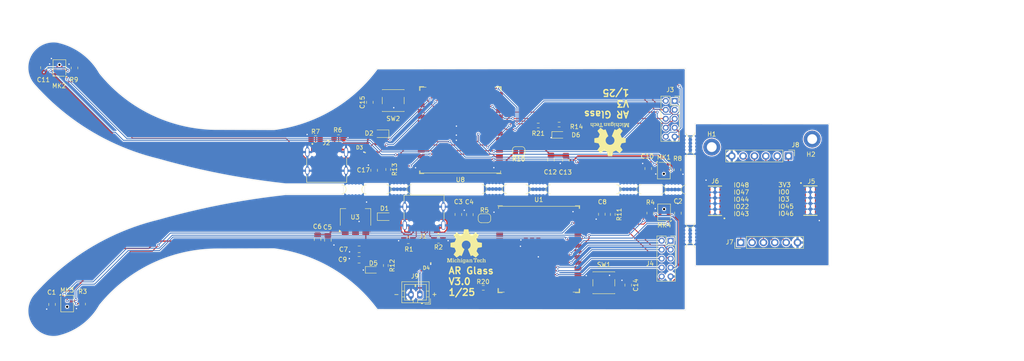
<source format=kicad_pcb>
(kicad_pcb (version 20240108) (generator "pcbnew") (generator_version "8.0")
  (layers (0 "F.Cu" signal) (31 "B.Cu" signal) (34 "B.Paste" user) (35 "F.Paste" user) (36 "B.SilkS" user "B.Silkscreen") (37 "F.SilkS" user "F.Silkscreen") (38 "B.Mask" user) (39 "F.Mask" user) (44 "Edge.Cuts" user))
  (net 0 "")
  (net 1 "GND")
  (net 2 "/VCC_5")
  (net 3 "/VCC_3V3")
  (net 4 "/VBUS")
  (net 5 "/ESP_3V3")
  (net 8 "/TXD0")
  (net 9 "/RXD0")
  (net 10 "/GPIO35")
  (net 11 "/GPIO36")
  (net 12 "/GPIO10")
  (net 13 "/GPIO21")
  (net 14 "/GPIO0")
  (net 15 "/GPIO37")
  (net 16 "/GPIO18")
  (net 17 "/GPIO13")
  (net 18 "/GPIO39")
  (net 19 "/GPIO5")
  (net 20 "/GPIO38")
  (net 21 "/GPIO12")
  (net 22 "/GPIO14")
  (net 23 "/GPIO2")
  (net 24 "/GPIO4")
  (net 25 "/GPIO9")
  (net 26 "/GPIO15")
  (net 27 "/CC2")
  (net 28 "/CC1")
  (net 29 "/BoardR/VBUS")
  (net 30 "/BoardR/D+")
  (net 31 "/BoardR/D-")
  (net 32 "/BoardR/CC2")
  (net 34 "/BoardR/CC1")
  (net 36 "/GPIO42")
  (net 37 "/GPIO41")
  (net 38 "/BoardR/GPIO41")
  (net 39 "/BoardR/GPIO42")
  (net 40 "/BoardR/GPIO16")
  (net 41 "/BoardR/GPIO7")
  (net 42 "/BoardR/GPIO1")
  (net 43 "/BoardR/GPIO48")
  (net 44 "/BoardR/GPIO40")
  (net 45 "/BoardR/GPIO6")
  (net 46 "/BoardR/GPIO45")
  (net 47 "/BoardR/GPIO8")
  (net 48 "/BoardR/GPIO47")
  (net 49 "/BoardR/GPIO46")
  (net 50 "/BoardR/GPIO17")
  (net 51 "/BoardR/GPIO3")
  (net 52 "/BoardR/GPIO11")
  (net 53 "/GPIO16")
  (net 54 "/GPIO48")
  (net 55 "/GPIO11")
  (net 56 "/GPIO7")
  (net 57 "/GPIO6")
  (net 58 "/GPIO1")
  (net 59 "/GPIO47")
  (net 60 "Net-(D5-A)")
  (net 61 "/CHIP_PU")
  (net 62 "/GPIO17")
  (net 63 "/GPIO46")
  (net 64 "/BoardR/VCC_3V3")
  (net 65 "/BoardR/CHIP_PU")
  (net 66 "/GPIO40")
  (net 67 "/BoardR/TXD0")
  (net 68 "/BoardR/GPIO13")
  (net 69 "/BoardR/GPIO15")
  (net 70 "/GPIO45")
  (net 71 "/BoardR/GPIO14")
  (net 72 "/BoardR/RXD0")
  (net 73 "/GPIO8")
  (net 74 "/GPIO3")
  (net 75 "/BoardR/GPIO0")
  (net 76 "/BoardR/GPIO2")
  (net 77 "/BoardR/GPIO4")
  (net 78 "/BoardR/GPIO5")
  (net 79 "/BoardR/GPIO9")
  (net 80 "/BoardR/GPIO10")
  (net 81 "/BoardR/GPIO18")
  (net 82 "/BoardR/GPIO21")
  (net 83 "Net-(D6-A)")
  (net 84 "/BoardR/ESP_3V3")
  (net 85 "/BoardR/GPIO37")
  (net 86 "/BoardR/GPIO12")
  (net 87 "/BoardR/GPIO39")
  (net 88 "/BoardR/GPIO35")
  (net 89 "/BoardR/GPIO38")
  (net 90 "/BoardR/GPIO36")
  (net 91 "/D-")
  (net 92 "/D+")
  (net 93 "/BoardR/VCC_5")
  (net 94 "/Eye connect/IO0")
  (net 95 "/Eye connect/VCC_3V3")
  (net 96 "/Eye connect/IO45")
  (net 97 "/Eye connect/IO3")
  (net 98 "/Eye connect/IO46")
  (net 99 "/Eye connect/IO47")
  (net 100 "/Eye connect/IO43")
  (net 101 "/Eye connect/IO48")
  (net 102 "/Eye connect/IO44")
  (net 103 "/Eye connect/IO21")
  (footprint "LED_SMD:LED_0603_1608Metric_Pad1.05x0.95mm_HandSolder" (layer "F.Cu") (at 184.7625 102.79)
    (property "Reference" "D6")
    (property "Value" "LED")
  )
  (footprint "Resistor_SMD:R_0603_1608Metric_Pad0.98x0.95mm_HandSolder" (layer "F.Cu") (at 167.77 137.04 180)
    (property "Reference" "R20")
    (property "Value" "1K")
  )
  (footprint "Capacitor_SMD:C_0805_2012Metric_Pad1.18x1.45mm_HandSolder" (layer "F.Cu") (at 182.9 108.41 -90)
    (property "Reference" "C12")
    (property "Value" "10uF")
  )
  (footprint "Resistor_SMD:R_0805_2012Metric_Pad1.20x1.40mm_HandSolder" (layer "F.Cu") (at 211.2 110.6 -90)
    (property "Reference" "R8")
    (property "Value" "100k")
  )
  (footprint "Library:mouse-bite-3mm-slot" (layer "F.Cu") (at 214.025 125.3 90)
    (property "Reference" "mouse-bite-3mm-slot-6" (hide yes))
    (property "Value" "0" (hide yes))
  )
  (footprint "Jumper:SolderJumper-2_P1.3mm_Open_RoundedPad1.0x1.5mm" (layer "F.Cu") (at 175.68 106.42 180)
    (property "Reference" "R10")
    (property "Value" "0")
  )
  (footprint "Capacitor_SMD:C_0805_2012Metric_Pad1.18x1.45mm_HandSolder" (layer "F.Cu") (at 140.0075 128.41 180)
    (property "Reference" "C7")
    (property "Value" "0.1uF")
  )
  (footprint "Sensor_Audio:InvenSense_ICS-43434-6_3.5x2.65mm" (layer "F.Cu") (at 208.1375 110.79)
    (property "Reference" "MK1")
    (property "Value" "ICS-43434")
  )
  (footprint "Library:mouse-bite-3mm-slot" (layer "F.Cu") (at 148.92 114.96)
    (property "Reference" "mouse-bite-3mm-slot-2" (hide yes))
    (property "Value" "0" (hide yes))
  )
  (footprint "LED_SMD:LED_0603_1608Metric_Pad1.05x0.95mm_HandSolder" (layer "F.Cu") (at 143.065 133.01)
    (property "Reference" "D5")
    (property "Value" "LED")
  )
  (footprint "Connector_PinSocket_2.00mm:PinSocket_2x05_P2.00mm_Vertical" (layer "F.Cu") (at 209.65 126.49)
    (property "Reference" "J4")
    (property "Value" "Connector_Generic:Conn_02x05_Top_Bottom")
  )
  (footprint "Capacitor_SMD:C_0805_2012Metric_Pad1.18x1.45mm_HandSolder" (layer "F.Cu") (at 130.72 126.21 -90)
    (property "Reference" "C6")
    (property "Value" "0.1uF")
  )
  (footprint "Through_hole_pin_socket:GCT_BD050-10-A-1-0500-L-D" (layer "F.Cu") (at 240.9 117.51 -90)
    (property "Reference" "J5")
    (property "Value" "BD050-10-A-0-0500-L-D")
  )
  (footprint "Diode_SMD:D_SOD-323" (layer "F.Cu") (at 145.6825 121.1)
    (property "Reference" "D1")
    (property "Value" "1N5819WS")
  )
  (footprint "Package_TO_SOT_SMD:SOT-223-3_TabPin2" (layer "F.Cu") (at 139.2 121.21 90)
    (property "Reference" "U3")
    (property "Value" "LT1963AxST-3.3")
  )
  (footprint "Capacitor_SMD:C_0805_2012Metric_Pad1.18x1.45mm_HandSolder" (layer "F.Cu") (at 200.175 136.425 -90)
    (property "Reference" "C14")
    (property "Value" "0.1uF")
  )
  (footprint "Library:HRO_TYPE-C-31-M-12" (layer "F.Cu") (at 154.525 118.88 180)
    (property "Reference" "J1")
    (property "Value" "USB_C_Receptacle_USB2.0_16P")
  )
  (footprint "Capacitor_SMD:C_0805_2012Metric_Pad1.18x1.45mm_HandSolder" (layer "F.Cu") (at 71.35 140.75 -90)
    (property "Reference" "C1")
    (property "Value" "0.1uF")
  )
  (footprint "Library:mouse-bite-3mm-slot" (layer "F.Cu") (at 210.27 115.03)
    (property "Reference" "mouse-bite-3mm-slot-6" (hide yes))
    (property "Value" "0" (hide yes))
  )
  (footprint "Resistor_SMD:R_0805_2012Metric_Pad1.20x1.40mm_HandSolder" (layer "F.Cu") (at 151 126.39)
    (property "Reference" "R1")
    (property "Value" "5.1K")
  )
  (footprint "Library:mouse-bite-3mm-slot" (layer "F.Cu") (at 138.86 115)
    (property "Reference" "mouse-bite-3mm-slot" (hide yes))
    (property "Value" "0" (hide yes))
  )
  (footprint "Sensor_Audio:InvenSense_ICS-43434-6_3.5x2.65mm" (layer "F.Cu") (at 208.195 120.1175 180)
    (property "Reference" "MK4")
    (property "Value" "ICS-43434")
  )
  (footprint "Library:mouse-bite-3mm-slot" (layer "F.Cu") (at 200.32 114.96)
    (property "Reference" "mouse-bite-3mm-slot-5" (hide yes))
    (property "Value" "0" (hide yes))
  )
  (footprint "Resistor_SMD:R_0805_2012Metric_Pad1.20x1.40mm_HandSolder" (layer "F.Cu") (at 135.4 103.51 180)
    (property "Reference" "R6")
    (property "Value" "5.1K")
  )
  (footprint "Through_hole_pin_socket:GCT_BD050-10-A-1-0500-L-D" (layer "F.Cu") (at 219.575 117.54 90)
    (property "Reference" "J6")
    (property "Value" "BD050-10-A-0-0500-L-D")
  )
  (footprint "MountingHole:MountingHole_2.2mm_M2_DIN965_Pad" (layer "F.Cu") (at 218.85 105.525)
    (property "Reference" "H1")
    (property "Value" "MountingHole_Pad_MP")
  )
  (footprint "Connector_PinHeader_2.54mm:PinHeader_1x06_P2.54mm_Vertical" (layer "F.Cu") (at 236.021682 107.519679 -90)
    (property "Reference" "J8")
    (property "Value" "Conn_01x06")
  )
  (footprint "Resistor_SMD:R_0805_2012Metric_Pad1.20x1.40mm_HandSolder" (layer "F.Cu") (at 205.1 120.3 90)
    (property "Reference" "R4")
    (property "Value" "100k")
  )
  (footprint "Connector_JST:JST_PH_B2B-PH-K_1x02_P2.00mm_Vertical" (layer "F.Cu") (at 153.6 138.575 180)
    (property "Reference" "J9")
    (property "Value" "Conn_02x01")
  )
  (footprint "Capacitor_SMD:C_0805_2012Metric_Pad1.18x1.45mm_HandSolder" (layer "F.Cu") (at 162.19 120.61 90)
    (property "Reference" "C3")
    (property "Value" "10uF")
  )
  (footprint "Capacitor_SMD:C_0805_2012Metric_Pad1.18x1.45mm_HandSolder" (layer "F.Cu") (at 143.37 110.72 90)
    (property "Reference" "C17")
    (property "Value" "1uF")
  )
  (footprint "Resistor_SMD:R_0805_2012Metric_Pad1.20x1.40mm_HandSolder" (layer "F.Cu") (at 76.375 87.8 90)
    (property "Reference" "R9")
    (property "Value" "100k")
  )
  (footprint "Resistor_SMD:R_0805_2012Metric_Pad1.20x1.40mm_HandSolder" (layer "F.Cu") (at 78.075 140.675 -90)
    (property "Reference" "R3")
    (property "Value" "100k")
  )
  (footprint "Capacitor_SMD:C_0805_2012Metric_Pad1.18x1.45mm_HandSolder" (layer "F.Cu") (at 164.76 120.65 90)
    (property "Reference" "C4")
    (property "Value" "0.1uF")
  )
  (footprint "Jumper:SolderJumper-2_P1.3mm_Open_RoundedPad1.0x1.5mm" (layer "F.Cu") (at 168.03 121.45)
    (property "Reference" "R5")
    (property "Value" "0")
  )
  (footprint "Sensor_Audio:InvenSense_ICS-43434-6_3.5x2.65mm" (layer "F.Cu") (at 74.725 140.567)
    (property "Reference" "MK3")
    (property "Value" "ICS-43434")
  )
  (footprint "Library:SOT143B" (layer "F.Cu") (at 155.02 129.97 90)
    (property "Reference" "D4")
    (property "Value" "PRTR5V0U2X_215" (hide yes))
  )
  (footprint "Capacitor_SMD:C_0805_2012Metric_Pad1.18x1.45mm_HandSolder" (layer "F.Cu") (at 186.24 108.48 -90)
    (property "Reference" "C13")
    (property "Value" "0.1uF")
  )
  (footprint "Button_Switch_SMD:SW_SPST_PTS647_Sx38" (layer "F.Cu") (at 147.625 95.1 180)
    (property "Reference" "SW2")
    (property "Value" "SW_Push")
  )
  (footprint "Resistor_SMD:R_0603_1608Metric_Pad0.98x0.95mm_HandSolder" (layer "F.Cu") (at 145.97 132.04 -90)
    (property "Reference" "R12")
    (property "Value" "1K")
  )
  (footprint "Capacitor_SMD:C_0805_2012Metric_Pad1.18x1.45mm_HandSolder" (layer "F.Cu") (at 133.02 126.38 -90)
    (property "Reference" "C5")
    (property "Value" "10uF")
  )
  (footprint "Library:HRO_TYPE-C-31-M-12" (layer "F.Cu") (at 132.755 110.81)
    (property "Reference" "J2")
    (property "Value" "USB_C_Receptacle_USB2.0_16P")
  )
  (footprint "Button_Switch_SMD:SW_SPST_PTS647_Sx38" (layer "F.Cu") (at 194.725 135.9)
    (property "Reference" "SW1")
    (property "Value" "SW_Push")
  )
  (footprint "PCM_Espressif:ESP32-S3-WROOM-1U" (layer "F.Cu") (at 180.18 128.24)
    (property "Reference" "U1")
    (property "Value" "ESP32-S3-WROOM-1U-N8R8")
  )
  (footprint "Resistor_SMD:R_0603_1608Metric_Pad0.98x0.95mm_HandSolder" (layer "F.Cu") (at 196.72 120.6 -90)
    (property "Reference" "R11")
    (property "Value" "10K")
  )
  (footprint "Library:SOT143B" (layer "F.Cu") (at 142.85 105.74)
    (property "Reference" "D3")
    (property "Value" "PRTR5V0U2X_215")
  )
  (footprint "Connector_PinSocket_2.00mm:PinSocket_2x05_P2.00mm_Vertical" (layer "F.Cu") (at 210.56 95.18)
    (property "Reference" "J3")
    (property "Value" "Connector_Generic:Conn_02x05_Top_Bottom")
  )
  (footprint "Resistor_SMD:R_0805_2012Metric_Pad1.20x1.40mm_HandSolder" (layer "F.Cu") (at 130.27 103.7)
    (property "Reference" "R7")
    (property "Value" "5.1K")
  )
  (footprint "Resistor_SMD:R_0603_1608Metric_Pad0.98x0.95mm_HandSolder" (layer "F.Cu") (at 146.51 110.53 -90)
    (property "Reference" "R13")
    (property "Value" "10K")
  )
  (footprint "Resistor_SMD:R_0805_2012Metric_Pad1.20x1.40mm_HandSolder" (layer "F.Cu") (at 157.75 126.3 180)
    (property "Reference" "R2")
    (property "Value" "5.1K")
  )
  (footprint "Capacitor_SMD:C_0805_2012Metric_Pad1.18x1.45mm_HandSolder" (layer "F.Cu") (at 142.4 95.5 90)
    (property "Reference" "C15")
    (property "Value" "0.1uF")
  )
  (footprint "MountingHole:MountingHole_2.2mm_M2_DIN965_Pad" (layer "F.Cu") (at 241.31 103.735)
    (property "Reference" "H2")
    (property "Value" "MountingHole_Pad_MP")
  )
  (footprint "Library:mouse-bite-3mm-slot" (layer "F.Cu") (at 180.02 114.97)
    (property "Reference" "mouse-bite-3mm-slot-4" (hide yes))
    (property "Value" "0" (hide yes))
  )
  (footprint "Capacitor_SMD:C_0805_2012Metric_Pad1.18x1.45mm_HandSolder" (layer "F.Cu") (at 204.65 110.325 90)
    (property "Reference" "C10")
    (property "Value" "0.1uF")
  )
  (footprint "Capacitor_SMD:C_0805_2012Metric_Pad1.18x1.45mm_HandSolder" (layer "F.Cu") (at 139.99 130.75 180)
    (property "Reference" "C9")
    (property "Value" "10uF")
  )
  (footprint "Library:mouse-bite-3mm-slot" (layer "F.Cu") (at 214.05 105.025 90)
    (property "Reference" "mouse-bite-3mm-slot-6" (hide yes))
    (property "Value" "0" (hide yes))
  )
  (footprint "Capacitor_SMD:C_0805_2012Metric_Pad1.18x1.45mm_HandSolder" (layer "F.Cu") (at 194.27 120.56 -90)
    (property "Reference" "C8")
    (property "Value" "1uF")
  )
  (footprint "Capacitor_SMD:C_0805_2012Metric_Pad1.18x1.45mm_HandSolder" (layer "F.Cu") (at 69.525 87.75 90)
    (property "Reference" "C11")
    (property "Value" "0.1uF")
  )
  (footprint "Library:mouse-bite-3mm-slot" (layer "F.Cu") (at 170.25 114.92)
    (property "Reference" "mouse-bite-3mm-slot-3" (hide yes))
    (property "Value" "0" (hide yes))
  )
  (footprint "Connector_PinHeader_2.54mm:PinHeader_1x06_P2.54mm_Vertical" (layer "F.Cu") (at 225.33 126.885 90)
    (property "Reference" "J7")
    (property "Value" "Conn_01x06")
  )
  (footprint "Resistor_SMD:R_0603_1608Metric_Pad0.98x0.95mm_HandSolder" (layer "F.Cu") (at 184.72 100.48)
    (property "Reference" "R14")
    (property "Value" "1K")
  )
  (footprint "PCM_Espressif:ESP32-S3-WROOM-1U" (layer "F.Cu") (at 162.64 101.87 180)
    (property "Reference" "U8")
    (property "Value" "ESP32-S3-WROOM-1U-N8R8")
  )
  (footprint "Capacitor_SMD:C_0805_2012Metric_Pad1.18x1.45mm_HandSolder" (layer "F.Cu") (at 211.28 120.32 90)
    (property "Reference" "C2")
    (property "Value" "0.1uF")
  )
  (footprint "Diode_SMD:D_SOD-323" (layer "F.Cu") (at 145.05 102.53 180)
    (property "Reference" "D2")
    (property "Value" "1N5819WS")
  )
  (footprint "Sensor_Audio:InvenSense_ICS-43434-6_3.5x2.65mm" (layer "F.Cu") (at 73 87.808 180)
    (property "Reference" "MK2")
    (property "Value" "ICS-43434")
  )
  (footprint "Resistor_SMD:R_0603_1608Metric_Pad0.98x0.95mm_HandSolder" (layer "F.Cu") (at 180.05 100.69)
    (property "Reference" "R21")
    (property "Value" "1K")
  )
  (gr_poly (pts (xy 166.711422 130.680455) (xy 166.748665 130.682469) (xy 166.76569 130.68409) (xy 166.781692 130.686165) (xy 166.796701 130.688729) (xy 166.810747 130.691818) (xy 166.823862 130.695465) (xy 166.836076 130.699706) (xy 166.847418 130.704574) (xy 166.857921 130.710105) (xy 166.867613 130.716333) (xy 166.876527 130.723293) (xy 166.884691 130.731019) (xy 166.892138 130.739547) (xy 166.898896 130.748909) (xy 166.904998 130.759142) (xy 166.910473 130.77028) (xy 166.915351 130.782357) (xy 166.919664 130.795408) (xy 166.923442 130.809468) (xy 166.926715 130.82457) (xy 166.929515 130.840751) (xy 166.93187 130.858044) (xy 166.933813 130.876484) (xy 166.93658 130.916944) (xy 166.938062 130.962407) (xy 166.938502 131.01315) (xy 166.938416 131.018197) (xy 166.938145 131.022766) (xy 166.937671 131.026881) (xy 166.937352 131.028773) (xy 166.936975 131.03056) (xy 166.936538 131.032243) (xy 166.936038 131.033825) (xy 166.935473 131.035309) (xy 166.934841 131.036697) (xy 166.93414 131.037992) (xy 166.933366 131.039197) (xy 166.932519 131.040313) (xy 166.931594 131.041345) (xy 166.93059 131.042293) (xy 166.929506 131.043162) (xy 166.928337 131.043953) (xy 166.927082 131.044669) (xy 166.925739 131.045313) (xy 166.924305 131.045888) (xy 166.922778 131.046395) (xy 166.921156 131.046838) (xy 166.919436 131.047219) (xy 166.917615 131.047541) (xy 166.913665 131.048017) (xy 166.909285 131.048287) (xy 166.904458 131.048373) (xy 166.539457 131.048373) (xy 166.540341 131.075253) (xy 166.541738 131.099213) (xy 166.543749 131.120419) (xy 166.546477 131.139032) (xy 166.550022 131.155216) (xy 166.552133 131.162449) (xy 166.554486 131.169136) (xy 166.557095 131.175297) (xy 166.559972 131.180954) (xy 166.563129 131.186126) (xy 166.566579 131.190833) (xy 166.570336 131.195098) (xy 166.574411 131.198939) (xy 166.578817 131.202377) (xy 166.583567 131.205433) (xy 166.588675 131.208127) (xy 166.594151 131.210479) (xy 166.60001 131.212511) (xy 166.606264 131.214242) (xy 166.620006 131.216883) (xy 166.635481 131.218568) (xy 166.652789 131.219458) (xy 166.672031 131.219719) (xy 166.691659 131.21949) (xy 166.709221 131.218771) (xy 166.724827 131.217512) (xy 166.738589 131.215663) (xy 166.750616 131.213174) (xy 166.756014 131.211674) (xy 166.761019 131.209996) (xy 166.765645 131.208132) (xy 166.769907 131.206078) (xy 166.773818 131.203827) (xy 166.777392 131.201372) (xy 166.780643 131.198707) (xy 166.783583 131.195827) (xy 166.786228 131.192725) (xy 166.788591 131.189394) (xy 166.790686 131.185828) (xy 166.792526 131.182022) (xy 166.794126 131.177969) (xy 166.795498 131.173663) (xy 166.797618 131.164266) (xy 166.798996 131.153782) (xy 166.799741 131.142161) (xy 166.799965 131.129353) (xy 166.93732 131.123462) (xy 166.936842 131.152267) (xy 166.93526 131.178455) (xy 166.933985 131.190599) (xy 166.93235 131.202128) (xy 166.930327 131.213055) (xy 166.927889 131.223393) (xy 166.925007 131.233155) (xy 166.921653 131.242354) (xy 166.9178 131.251004) (xy 166.913419 131.259116) (xy 166.908483 131.266706) (xy 166.902963 131.273785) (xy 166.896833 131.280366) (xy 166.890063 131.286464) (xy 166.882626 131.29209) (xy 166.874494 131.297258) (xy 166.865639 131.301982) (xy 166.856034 131.306273) (xy 166.845649 131.310146) (xy 166.834458 131.313614) (xy 166.822432 131.316689) (xy 166.809543 131.319384) (xy 166.795764 131.321714) (xy 166.781067 131.32369) (xy 166.765423 131.325327) (xy 166.748805 131.326636) (xy 166.712534 131.328326) (xy 166.672031 131.328867) (xy 166.630422 131.328207) (xy 166.593029 131.326066) (xy 166.575848 131.324364) (xy 166.559642 131.3222) (xy 166.544385 131.319543) (xy 166.530049 131.316363) (xy 166.516609 131.31263) (xy 166.504039 131.308313) (xy 166.492311 131.303381) (xy 166.4814 131.297804) (xy 166.471278 131.291551) (xy 166.46192 131.284592) (xy 166.453299 131.276897) (xy 166.445389 131.268434) (xy 166.438163 131.259174) (xy 166.431595 131.249085) (xy 166.425658 131.238138) (xy 166.420325 131.226302) (xy 166.415572 131.213545) (xy 166.41137 131.199838) (xy 166.407694 131.185151) (xy 166.404517 131.169452) (xy 166.401813 131.152711) (xy 166.399555 131.134898) (xy 166.396273 131.095932) (xy 166.394459 131.05231) (xy 166.393901 131.003787) (xy 166.394456 130.955665) (xy 166.539457 130.955665) (xy 166.798784 130.955665) (xy 166.797862 130.92941) (xy 166.796364 130.905996) (xy 166.79421 130.885265) (xy 166.79132 130.867058) (xy 166.789573 130.858851) (xy 166.787612 130.851217) (xy 166.785425 130.844134) (xy 166.783004 130.837584) (xy 166.780339 130.831546) (xy 166.777418 130.826001) (xy 166.774232 130.820928) (xy 166.770771 130.816309) (xy 166.767025 130.812123) (xy 166.762983 130.80835) (xy 166.758635 130.804971) (xy 166.753973 130.801966) (xy 166.748984 130.799315) (xy 166.743659 130.796998) (xy 166.737989 130.794996) (xy 166.731962 130.793289) (xy 166.718801 130.790679) (xy 166.704094 130.789011) (xy 166.687761 130.788126) (xy 166.66972 130.787866) (xy 166.651079 130.788126) (xy 166.634272 130.789011) (xy 166.626527 130.789737) (xy 166.619206 130.790679) (xy 166.612296 130.791856) (xy 166.605787 130.793289) (xy 166.599667 130.794996) (xy 166.593924 130.796998) (xy 166.588546 130.799315) (xy 166.583522 130.801966) (xy 166.578841 130.804971) (xy 166.57449 130.80835) (xy 166.570458 130.812123) (xy 166.566733 130.816309) (xy 166.563304 130.820928) (xy 166.56016 130.826001) (xy 166.557287 130.831546) (xy 166.554676 130.837584) (xy 166.552314 130.844134) (xy 166.550189 130.851217) (xy 166.548291 130.858851) (xy 166.546607 130.867058) (xy 166.545126 130.875855) (xy 166.543835 130.885265) (xy 166.541782 130.905996) (xy 166.540353 130.92941) (xy 166.539457 130.955665) (xy 166.394456 130.955665) (xy 166.394458 130.955471) (xy 166.396269 130.912029) (xy 166.39954 130.873218) (xy 166.404481 130.838796) (xy 166.407643 130.823155) (xy 166.4113 130.80852) (xy 166.415478 130.794862) (xy 166.420204 130.782149) (xy 166.425503 130.770351) (xy 166.431401 130.759439) (xy 166.437925 130.749382) (xy 166.4451 130.740149) (xy 166.452953 130.731711) (xy 166.461509 130.724036) (xy 166.470794 130.717095) (xy 166.480835 130.710858) (xy 166.491658 130.705294) (xy 166.503288 130.700372) (xy 166.515751 130.696063) (xy 166.529074 130.692336) (xy 166.543283 130.689161) (xy 166.558403 130.686508) (xy 166.591481 130.682645) (xy 166.628517 130.680505) (xy 166.66972 130.679846)) (stroke (width -0.000001)) (fill solid) (layer "F.SilkS"))
  (gr_poly (pts (xy 195.532323 106.499444) (xy 194.754448 106.19782) (xy 194.008323 106.753445) (xy 193.436823 106.166069) (xy 193.897198 105.388194) (xy 193.579698 104.61032) (xy 192.674823 104.388069) (xy 192.674823 103.641944) (xy 193.516198 103.46732) (xy 193.643198 103.292694) (xy 193.897198 102.657695) (xy 193.436823 101.879819) (xy 194.008323 101.324195) (xy 194.373448 101.609945) (xy 194.754448 101.78457) (xy 195.024323 101.62582) (xy 195.579948 103.038694) (xy 195.421198 103.165694) (xy 195.183073 103.46732) (xy 195.024323 103.895945) (xy 195.119573 104.388069) (xy 195.262448 104.67382) (xy 195.579948 104.943694) (xy 196.072073 105.086569) (xy 196.500698 105.023069) (xy 196.945198 104.689695) (xy 197.183323 104.181694) (xy 197.103948 103.49907) (xy 196.611823 103.070445) (xy 197.183323 101.673445) (xy 197.516698 101.768695) (xy 198.246948 101.324195) (xy 198.802573 101.879819) (xy 198.326323 102.594195) (xy 198.643823 103.451445) (xy 199.516942 103.65782) (xy 199.516942 104.388069) (xy 198.643823 104.594444) (xy 198.326323 105.404069) (xy 198.802573 106.181944) (xy 198.246948 106.753445) (xy 197.437323 106.181944) (xy 196.707073 106.499444) (xy 196.500698 107.451944) (xy 195.722823 107.467819)) (stroke (width -0.000001)) (fill solid) (layer "F.SilkS"))
  (gr_poly (pts (xy 192.7281 100.789225) (xy 192.691942 100.787555) (xy 192.659727 100.784622) (xy 192.63124 100.780305) (xy 192.618327 100.777589) (xy 192.606266 100.774481) (xy 192.59503 100.770966) (xy 192.584591 100.767029) (xy 192.574923 100.762655) (xy 192.565999 100.757827) (xy 192.557792 100.752532) (xy 192.550276 100.746753) (xy 192.543423 100.740476) (xy 192.537207 100.733685) (xy 192.5316 100.726365) (xy 192.526577 100.7185) (xy 192.52211 100.710077) (xy 192.518172 100.701078) (xy 192.514736 100.69149) (xy 192.511776 100.681296) (xy 192.509265 100.670482) (xy 192.507176 100.659032) (xy 192.504156 100.634164) (xy 192.502502 100.606571) (xy 192.501998 100.57613) (xy 192.641644 100.569128) (xy 192.641894 100.583647) (xy 192.642711 100.596895) (xy 192.643362 100.603057) (xy 192.644191 100.608918) (xy 192.64521 100.614484) (xy 192.646433 100.619762) (xy 192.64787 100.624756) (xy 192.649535 100.629473) (xy 192.651439 100.633918) (xy 192.653594 100.638097) (xy 192.656014 100.642016) (xy 192.658709 100.645681) (xy 192.661694 100.649097) (xy 192.664978 100.65227) (xy 192.668576 100.655207) (xy 192.672499 100.657912) (xy 192.676759 100.660391) (xy 192.681369 100.662651) (xy 192.686341 100.664697) (xy 192.691687 100.666535) (xy 192.697419 100.66817) (xy 192.70355 100.669609) (xy 192.710091 100.670856) (xy 192.717056 100.671919) (xy 192.724456 100.672802) (xy 192.732304 100.673512) (xy 192.749391 100.674434) (xy 192.768416 100.674731) (xy 192.789052 100.674396) (xy 192.807473 100.673263) (xy 192.815891 100.672336) (xy 192.8238 100.671138) (xy 192.831216 100.669644) (xy 192.838155 100.667831) (xy 192.844632 100.665673) (xy 192.850661 100.663147) (xy 192.856258 100.66023) (xy 192.861439 100.656896) (xy 192.866218 100.653122) (xy 192.870611 100.648884) (xy 192.874633 100.644158) (xy 192.878299 100.638919) (xy 192.881625 100.633145) (xy 192.884626 100.62681) (xy 192.887317 100.61989) (xy 192.889714 100.612362) (xy 192.891831 100.604202) (xy 192.893684 100.595384) (xy 192.895288 100.585887) (xy 192.896658 100.575685) (xy 192.89781 100.564754) (xy 192.898759 100.55307) (xy 192.900109 100.527348) (xy 192.900829 100.498326) (xy 192.901042 100.465813) (xy 192.900829 100.433105) (xy 192.900109 100.40394) (xy 192.898759 100.378119) (xy 192.896658 100.355446) (xy 192.893684 100.335721) (xy 192.889714 100.318749) (xy 192.887317 100.311233) (xy 192.884626 100.304331) (xy 192.881625 100.298018) (xy 192.878299 100.292269) (xy 192.874633 100.28706) (xy 192.870611 100.282366) (xy 192.866218 100.278163) (xy 192.861439 100.274425) (xy 192.856258 100.271128) (xy 192.850661 100.268248) (xy 192.844632 100.265758) (xy 192.838155 100.263636) (xy 192.8238 100.260394) (xy 192.807473 100.258322) (xy 192.789052 100.257224) (xy 192.768416 100.256902) (xy 192.749199 100.257146) (xy 192.73197 100.257918) (xy 192.716624 100.259277) (xy 192.703059 100.261285) (xy 192.696912 100.26255) (xy 192.691171 100.264) (xy 192.685824 100.265643) (xy 192.680858 100.267485) (xy 192.676259 100.269534) (xy 192.672016 100.271798) (xy 192.668114 100.274285) (xy 192.664542 100.277001) (xy 192.661286 100.279954) (xy 192.658334 100.283152) (xy 192.655672 100.286603) (xy 192.653287 100.290313) (xy 192.651168 100.294291) (xy 192.6493 100.298544) (xy 192.647672 100.303079) (xy 192.646269 100.307904) (xy 192.64508 100.313027) (xy 192.644091 100.318455) (xy 192.642663 100.330256) (xy 192.641882 100.343368) (xy 192.641644 100.35785) (xy 192.501998 100.363742) (xy 192.502463 100.331641) (xy 192.504011 100.302595) (xy 192.506874 100.27647) (xy 192.50887 100.26446) (xy 192.51128 100.253129) (xy 192.514135 100.24246) (xy 192.517461 100.232436) (xy 192.521289 100.22304) (xy 192.525647 100.214255) (xy 192.530563 100.206065) (xy 192.536067 100.198451) (xy 192.542187 100.191398) (xy 192.548953 100.184888) (xy 192.556392 100.178904) (xy 192.564534 100.173429) (xy 192.573407 100.168447) (xy 192.58304 100.163939) (xy 192.593463 100.15989) (xy 192.604703 100.156282) (xy 192.61679 100.153099) (xy 192.629752 100.150322) (xy 192.643618 100.147936) (xy 192.658417 100.145923) (xy 192.69093 100.142949) (xy 192.727519 100.141265) (xy 192.768416 100.140733) (xy 192.810031 100.141393) (xy 192.847429 100.143534) (xy 192.864613 100.145236) (xy 192.880821 100.1474) (xy 192.896081 100.150057) (xy 192.910418 100.153237) (xy 192.923859 100.15697) (xy 192.936432 100.161287) (xy 192.948161 100.166219) (xy 192.959074 100.171796) (xy 192.969196 100.178049) (xy 192.978555 100.185008) (xy 192.987177 100.192703) (xy 192.995088 100.201166) (xy 193.002315 100.210426) (xy 193.008884 100.220515) (xy 193.014822 100.231462) (xy 193.020155 100.243298) (xy 193.024909 100.256055) (xy 193.029111 100.269762) (xy 193.032787 100.284449) (xy 193.035964 100.300148) (xy 193.038668 100.316889) (xy 193.040926 100.334702) (xy 193.044209 100.373668) (xy 193.046023 100.41729) (xy 193.046581 100.465813) (xy 193.046023 100.514129) (xy 193.044209 100.557571) (xy 193.040926 100.596382) (xy 193.035964 100.630804) (xy 193.032787 100.646445) (xy 193.029111 100.66108) (xy 193.024909 100.674738) (xy 193.020155 100.687451) (xy 193.014822 100.699249) (xy 193.008885 100.710161) (xy 193.002316 100.720218) (xy 192.995089 100.729451) (xy 192.987178 100.737889) (xy 192.978556 100.745564) (xy 192.969197 100.752505) (xy 192.959074 100.758742) (xy 192.948161 100.764306) (xy 192.936432 100.769228) (xy 192.92386 100.773537) (xy 192.910418 100.777264) (xy 192.896081 100.780439) (xy 192.880821 100.783092) (xy 192.847429 100.786955) (xy 192.810031 100.789095) (xy 192.768416 100.789754)) (stroke (width -0.000001)) (fill solid) (layer "F.SilkS"))
  (gr_poly (pts (xy 160.836736 130.54639) (xy 160.733224 130.552775) (xy 160.733224 131.189202) (xy 160.837969 131.195644) (xy 160.837969 131.318317) (xy 160.469923 131.318317) (xy 160.469923 131.195644) (xy 160.56449 131.189202) (xy 160.56449 130.578333) (xy 160.331885 131.318317) (xy 160.159375 131.318317) (xy 159.922925 130.586007) (xy 159.922925 131.189202) (xy 160.020049 131.195644) (xy 160.020049 131.318317) (xy 159.653243 131.318317) (xy 159.653243 131.195644) (xy 159.758042 131.189202) (xy 159.758042 130.552775) (xy 159.657081 130.54639) (xy 159.657081 130.423659) (xy 160.048195 130.423659) (xy 160.227099 131.007735) (xy 160.23082 131.020257) (xy 160.234331 131.032866) (xy 160.237663 131.045532) (xy 160.240844 131.058227) (xy 160.24687 131.083587) (xy 160.25264 131.108718) (xy 160.259189 131.083587) (xy 160.265601 131.058227) (xy 160.272246 131.032866) (xy 160.275771 131.020257) (xy 160.279492 131.007735) (xy 160.45586 130.423658) (xy 160.836736 130.423658)) (stroke (width -0.000001)) (fill solid) (layer "F.SilkS"))
  (gr_poly (pts (xy 164.217433 130.680445) (xy 164.25339 130.682328) (xy 164.28566 130.685626) (xy 164.314423 130.690465) (xy 164.327545 130.693503) (xy 164.339857 130.696976) (xy 164.351382 130.700898) (xy 164.362141 130.705287) (xy 164.372158 130.710158) (xy 164.381455 130.715527) (xy 164.390053 130.721411) (xy 164.397976 130.727826) (xy 164.405245 130.734787) (xy 164.411883 130.742311) (xy 164.417913 130.750415) (xy 164.423357 130.759113) (xy 164.428236 130.768423) (xy 164.432574 130.77836) (xy 164.436393 130.78894) (xy 164.439715 130.800181) (xy 164.442562 130.812097) (xy 164.444957 130.824704) (xy 164.44848 130.85206) (xy 164.450463 130.882377) (xy 164.451084 130.915783) (xy 164.451084 131.206806) (xy 164.540267 131.211518) (xy 164.540267 131.318317) (xy 164.310272 131.318317) (xy 164.303235 131.226775) (xy 164.289895 131.239906) (xy 164.276699 131.252041) (xy 164.263596 131.263202) (xy 164.250537 131.273407) (xy 164.237471 131.282679) (xy 164.224349 131.291036) (xy 164.211121 131.298501) (xy 164.197736 131.305093) (xy 164.184146 131.310832) (xy 164.1703 131.31574) (xy 164.156149 131.319836) (xy 164.141642 131.323142) (xy 164.12673 131.325677) (xy 164.111362 131.327463) (xy 164.09549 131.328519) (xy 164.079062 131.328867) (xy 164.06642 131.328641) (xy 164.054242 131.327971) (xy 164.042523 131.326866) (xy 164.03126 131.325334) (xy 164.020449 131.323386) (xy 164.010085 131.321029) (xy 164.000164 131.318275) (xy 163.990682 131.315131) (xy 163.981636 131.311607) (xy 163.97302 131.307713) (xy 163.964832 131.303457) (xy 163.957066 131.298849) (xy 163.949719 131.293898) (xy 163.942787 131.288614) (xy 163.936265 131.283005) (xy 163.93015 131.277081) (xy 163.924437 131.270851) (xy 163.919122 131.264324) (xy 163.914202 131.25751) (xy 163.909671 131.250417) (xy 163.905527 131.243056) (xy 163.901764 131.235435) (xy 163.898379 131.227564) (xy 163.895368 131.219451) (xy 163.892727 131.211107) (xy 163.89045 131.20254) (xy 163.888536 131.193759) (xy 163.886978 131.184774) (xy 163.884919 131.166229) (xy 163.88424 131.146978) (xy 163.884501 131.137608) (xy 164.028597 131.137608) (xy 164.028904 131.145447) (xy 164.029293 131.1493) (xy 164.029843 131.153103) (xy 164.030558 131.156849) (xy 164.031441 131.160533) (xy 164.032497 131.164148) (xy 164.033727 131.167691) (xy 164.035137 131.171154) (xy 164.036728 131.174533) (xy 164.038505 131.177822) (xy 164.040472 131.181015) (xy 164.042631 131.184107) (xy 164.044986 131.187091) (xy 164.04754 131.189964) (xy 164.050297 131.192718) (xy 164.053261 131.195348) (xy 164.056435 131.19785) (xy 164.059822 131.200216) (xy 164.063425 131.202442) (xy 164.067249 131.204522) (xy 164.071297 131.206451) (xy 164.075572 131.208222) (xy 164.080077 131.20983) (xy 164.084816 131.211271) (xy 164.089793 131.212537) (xy 164.095011 131.213624) (xy 164.100473 131.214525) (xy 164.106183 131.215236) (xy 164.112145 131.215751) (xy 164.118361 131.216064) (xy 164.124835 131.21617) (xy 164.124836 131.21617) (xy 164.137548 131.215906) (xy 164.149766 131.215099) (xy 164.161544 131.21373) (xy 164.172938 131.211776) (xy 164.184003 131.209219) (xy 164.194793 131.206036) (xy 164.205364 131.202207) (xy 164.215771 131.197712) (xy 164.226068 131.192529) (xy 164.236311 131.186638) (xy 164.246554 131.180019) (xy 164.256854 131.17265) (xy 164.267263 131.164511) (xy 164.277839 131.155581) (xy 164.288635 131.14584) (xy 164.299708 131.135266) (xy 164.299708 131.040175) (xy 164.221002 131.040175) (xy 164.191189 131.04065) (xy 164.164558 131.042049) (xy 164.140936 131.044334) (xy 164.120149 131.047469) (xy 164.102023 131.051415) (xy 164.086385 131.056135) (xy 164.07306 131.061591) (xy 164.067211 131.064583) (xy 164.061875 131.067746) (xy 164.057031 131.071073) (xy 164.052657 131.074561) (xy 164.048731 131.078205) (xy 164.045232 131.081999) (xy 164.042137 131.08594) (xy 164.039425 131.090023) (xy 164.035064 131.098595) (xy 164.031974 131.107677) (xy 164.029982 131.117232) (xy 164.028914 131.127222) (xy 164.028597 131.137608) (xy 163.884501 131.137608) (xy 163.884807 131.126636) (xy 163.88669 131.107033) (xy 163.888208 131.097533) (xy 163.890156 131.088248) (xy 163.892569 131.079187) (xy 163.895478 131.07036) (xy 163.898919 131.061777) (xy 163.902925 131.053448) (xy 163.907529 131.045383) (xy 163.912766 131.037591) (xy 163.918669 131.030083) (xy 163.925272 131.022869) (xy 163.932609 131.015958) (xy 163.940713 131.00936) (xy 163.949619 131.003086) (xy 163.95936 130.997145) (xy 163.969969 130.991546) (xy 163.981481 130.986301) (xy 163.993929 130.981418) (xy 164.007347 130.976908) (xy 164.021769 130.972781) (xy 164.037228 130.969046) (xy 164.053759 130.965713) (xy 164.071395 130.962793) (xy 164.090169 130.960294) (xy 164.110116 130.958228) (xy 164.13127 130.956604) (xy 164.153663 130.955431) (xy 164.17733 130.954721) (xy 164.202305 130.954482) (xy 164.299707 130.954482) (xy 164.299707 130.918076) (xy 164.299469 130.900585) (xy 164.298687 130.884582) (xy 164.297255 130.870018) (xy 164.295069 130.856844) (xy 164.29366 130.850762) (xy 164.292023 130.84501) (xy 164.290145 130.839579) (xy 164.288013 130.834465) (xy 164.285613 130.829661) (xy 164.282933 130.825161) (xy 164.27996 130.820959) (xy 164.276679 130.817048) (xy 164.273079 130.813422) (xy 164.269146 130.810075) (xy 164.264868 130.807001) (xy 164.26023 130.804193) (xy 164.255219 130.801646) (xy 164.249824 130.799353) (xy 164.24403 130.797308) (xy 164.237824 130.795504) (xy 164.231194 130.793936) (xy 164.224126 130.792597) (xy 164.216607 130.791482) (xy 164.208624 130.790583) (xy 164.191214 130.78941) (xy 164.17179 130.789031) (xy 164.153806 130.78931) (xy 164.137656 130.790165) (xy 164.123246 130.791621) (xy 164.110484 130.793705) (xy 164.104692 130.79499) (xy 164.099276 130.796441) (xy 164.094226 130.798063) (xy 164.08953 130.799857) (xy 164.085177 130.801827) (xy 164.081153 130.803977) (xy 164.077449 130.80631) (xy 164.074053 130.808828) (xy 164.070952 130.811535) (xy 164.068135 130.814435) (xy 164.065591 130.81753) (xy 164.063307 130.820824) (xy 164.061273 130.824321) (xy 164.059477 130.828022) (xy 164.057907 130.831931) (xy 164.056552 130.836053) (xy 164.054438 130.844943) (xy 164.053044 130.85472) (xy 164.052275 130.865407) (xy 164.052039 130.877031) (xy 163.912393 130.884033) (xy 163.91296 130.856408) (xy 163.914787 130.831124) (xy 163.916232 130.819337) (xy 163.918062 130.808107) (xy 163.9203 130.797423) (xy 163.922971 130.787277) (xy 163.926097 130.777659) (xy 163.929702 130.768559) (xy 163.93381 130.759967) (xy 163.938443 130.751873) (xy 163.943626 130.744269) (xy 163.949381 130.737144) (xy 163.955732 130.730489) (xy 163.962703 130.724294) (xy 163.970317 130.718549) (xy 163.978597 130.713244) (xy 163.987567 130.708371) (xy 163.99725 130.70392) (xy 164.00767 130.699879) (xy 164.01885 130.696241) (xy 164.030814 130.692996) (xy 164.043584 130.690133) (xy 164.057185 130.687643) (xy 164.07164 130.685516) (xy 164.086972 130.683743) (xy 164.103205 130.682314) (xy 164.138466 130.68045) (xy 164.177611 130.679846)) (stroke (width -0.000001)) (fill solid) (layer "F.SilkS"))
  (gr_poly (pts (xy 164.528289 124.970156) (xy 165.306164 125.27178) (xy 166.052289 124.716155) (xy 166.623789 125.303531) (xy 166.163414 126.081406) (xy 166.480914 126.85928) (xy 167.385789 127.081531) (xy 167.385789 127.827656) (xy 166.544414 128.00228) (xy 166.417414 128.176906) (xy 166.163414 128.811905) (xy 166.623789 129.589781) (xy 166.052289 130.145405) (xy 165.687164 129.859655) (xy 165.306164 129.68503) (xy 165.036289 129.84378) (xy 164.480664 128.430906) (xy 164.639414 128.303906) (xy 164.877539 128.00228) (xy 165.036289 127.573655) (xy 164.941039 127.081531) (xy 164.798164 126.79578) (xy 164.480664 126.525906) (xy 163.988539 126.383031) (xy 163.559914 126.446531) (xy 163.115414 126.779905) (xy 162.877289 127.287906) (xy 162.956664 127.97053) (xy 163.448789 128.399155) (xy 162.877289 129.796155) (xy 162.543914 129.700905) (xy 161.813664 130.145405) (xy 161.258039 129.589781) (xy 161.734289 128.875405) (xy 161.416789 128.018155) (xy 160.54367 127.81178) (xy 160.54367 127.081531) (xy 161.416789 126.875156) (xy 161.734289 126.065531) (xy 161.258039 125.287656) (xy 161.813664 124.716155) (xy 162.623289 125.287656) (xy 163.353539 124.970156) (xy 163.559914 124.017656) (xy 164.337789 124.001781)) (stroke (width -0.000001)) (fill solid) (layer "F.SilkS"))
  (gr_poly (pts (xy 162.94129 130.433297) (xy 162.953593 130.433787) (xy 162.964514 130.434684) (xy 162.974132 130.436052) (xy 162.978477 130.436934) (xy 162.982525 130.437957) (xy 162.986287 130.439131) (xy 162.989773 130.440464) (xy 162.992993 130.441964) (xy 162.995956 130.443638) (xy 162.998672 130.445495) (xy 163.001151 130.447544) (xy 163.003404 130.449792) (xy 163.005439 130.452247) (xy 163.007268 130.454918) (xy 163.008899 130.457813) (xy 163.010343 130.460939) (xy 163.011609 130.464306) (xy 163.012708 130.46792) (xy 163.013649 130.471791) (xy 163.014442 130.475927) (xy 163.015098 130.480335) (xy 163.016035 130.490002) (xy 163.016539 130.500856) (xy 163.016689 130.512964) (xy 163.016539 130.525275) (xy 163.016035 130.536281) (xy 163.015098 130.546052) (xy 163.014442 130.550496) (xy 163.013649 130.554658) (xy 163.012708 130.558546) (xy 163.011609 130.56217) (xy 163.010343 130.565538) (xy 163.008899 130.568658) (xy 163.007268 130.571541) (xy 163.00544 130.574194) (xy 163.003404 130.576627) (xy 163.001152 130.578848) (xy 162.998672 130.580866) (xy 162.995956 130.582689) (xy 162.992993 130.584328) (xy 162.989774 130.58579) (xy 162.986288 130.587084) (xy 162.982525 130.58822) (xy 162.978477 130.589206) (xy 162.974132 130.59005) (xy 162.969481 130.590762) (xy 162.964514 130.59135) (xy 162.953593 130.592192) (xy 162.94129 130.592645) (xy 162.927525 130.59278) (xy 162.913136 130.592645) (xy 162.900286 130.592192) (xy 162.888892 130.59135) (xy 162.878868 130.59005) (xy 162.874344 130.589206) (xy 162.870131 130.58822) (xy 162.866218 130.587084) (xy 162.862596 130.58579) (xy 162.859253 130.584328) (xy 162.856179 130.582689) (xy 162.853363 130.580866) (xy 162.850795 130.578848) (xy 162.848465 130.576627) (xy 162.846361 130.574194) (xy 162.844474 130.571541) (xy 162.842792 130.568658) (xy 162.841305 130.565538) (xy 162.840003 130.56217) (xy 162.838875 130.558546) (xy 162.83791 130.554658) (xy 162.837098 130.550496) (xy 162.836429 130.546052) (xy 162.835476 130.536281) (xy 162.834966 130.525275) (xy 162.834814 130.512964) (xy 162.834966 130.500856) (xy 162.835476 130.490002) (xy 162.836429 130.480335) (xy 162.837098 130.475927) (xy 162.83791 130.471791) (xy 162.838874 130.46792) (xy 162.840003 130.464306) (xy 162.841305 130.460939) (xy 162.842791 130.457813) (xy 162.844473 130.454918) (xy 162.846361 130.452247) (xy 162.848465 130.449792) (xy 162.850795 130.447544) (xy 162.853363 130.445495) (xy 162.856179 130.443638) (xy 162.859253 130.441964) (xy 162.862596 130.440464) (xy 162.866218 130.439131) (xy 162.870131 130.437957) (xy 162.874344 130.436934) (xy 162.878868 130.436052) (xy 162.883713 130.435305) (xy 162.888891 130.434684) (xy 162.900286 130.433787) (xy 162.913135 130.433297) (xy 162.927525 130.433148)) (stroke (width -0.000001)) (fill solid) (layer "F.SilkS"))
  (gr_poly (pts (xy 167.332512 130.680375) (xy 167.36867 130.682045) (xy 167.400885 130.684978) (xy 167.429372 130.689295) (xy 167.442285 130.692011) (xy 167.454346 130.695119) (xy 167.465582 130.698634) (xy 167.476021 130.702571) (xy 167.485689 130.706945) (xy 167.494613 130.711773) (xy 167.50282 130.717068) (xy 167.510336 130.722847) (xy 167.517189 130.729124) (xy 167.523405 130.735915) (xy 167.529012 130.743235) (xy 167.534035 130.7511) (xy 167.538502 130.759523) (xy 167.54244 130.768522) (xy 167.545876 130.77811) (xy 167.548836 130.788304) (xy 167.551347 130.799118) (xy 167.553436 130.810568) (xy 167.556456 130.835436) (xy 167.55811 130.863029) (xy 167.558614 130.89347) (xy 167.418968 130.900472) (xy 167.418718 130.885953) (xy 167.417901 130.872705) (xy 167.41725 130.866543) (xy 167.416421 130.860682) (xy 167.415402 130.855116) (xy 167.414179 130.849838) (xy 167.412742 130.844844) (xy 167.411077 130.840127) (xy 167.409173 130.835682) (xy 167.407018 130.831503) (xy 167.404598 130.827584) (xy 167.401903 130.823919) (xy 167.398918 130.820503) (xy 167.395634 130.81733) (xy 167.392036 130.814393) (xy 167.388113 130.811688) (xy 167.383853 130.809209) (xy 167.379243 130.806949) (xy 167.374271 130.804903) (xy 167.368925 130.803065) (xy 167.363193 130.80143) (xy 167.357062 130.799991) (xy 167.350521 130.798744) (xy 167.343556 130.797681) (xy 167.336156 130.796798) (xy 167.328308 130.796088) (xy 167.311221 130.795166) (xy 167.292196 130.794869) (xy 167.27156 130.795204) (xy 167.253139 130.796337) (xy 167.244721 130.797264) (xy 167.236812 130.798462) (xy 167.229396 130.799956) (xy 167.222457 130.801769) (xy 167.21598 130.803927) (xy 167.209951 130.806453) (xy 167.204354 130.80937) (xy 167.199173 130.812704) (xy 167.194394 130.816478) (xy 167.190001 130.820716) (xy 167.185979 130.825442) (xy 167.182313 130.830681) (xy 167.178987 130.836455) (xy 167.175986 130.84279) (xy 167.173295 130.84971) (xy 167.170898 130.857238) (xy 167.168781 130.865398) (xy 167.166928 130.874216) (xy 167.165324 130.883713) (xy 167.163954 130.893915) (xy 167.162802 130.904846) (xy 167.161853 130.91653) (xy 167.160503 130.942252) (xy 167.159783 130.971274) (xy 167.15957 131.003787) (xy 167.159783 131.036495) (xy 167.160503 131.06566) (xy 167.161853 131.091481) (xy 167.163954 131.114154) (xy 167.166928 131.133879) (xy 167.170898 131.150851) (xy 167.173295 131.158367) (xy 167.175986 131.165269) (xy 167.178987 131.171582) (xy 167.182313 131.177331) (xy 167.185979 131.18254) (xy 167.190001 131.187234) (xy 167.194394 131.191437) (xy 167.199173 131.195175) (xy 167.204354 131.198472) (xy 167.209951 131.201352) (xy 167.21598 131.203842) (xy 167.222457 131.205964) (xy 167.236812 131.209206) (xy 167.253139 131.211278) (xy 167.27156 131.212376) (xy 167.292196 131.212698) (xy 167.311413 131.212454) (xy 167.328642 131.211682) (xy 167.343988 131.210323) (xy 167.357553 131.208315) (xy 167.3637 131.20705) (xy 167.369441 131.2056) (xy 167.374788 131.203957) (xy 167.379754 131.202115) (xy 167.384353 131.200066) (xy 167.388596 131.197802) (xy 167.392498 131.195315) (xy 167.39607 131.192599) (xy 167.399326 131.189646) (xy 167.402278 131.186448) (xy 167.40494 131.182997) (xy 167.407325 131.179287) (xy 167.409444 131.175309) (xy 167.411312 131.171056) (xy 167.41294 131.166521) (xy 167.414343 131.161696) (xy 167.415532 131.156573) (xy 167.416521 131.151145) (xy 167.417949 131.139344) (xy 167.41873 131.126232) (xy 167.418968 131.11175) (xy 167.558614 131.105858) (xy 167.558149 131.137959) (xy 167.556601 131.167005) (xy 167.553738 131.19313) (xy 167.551742 131.20514) (xy 167.549332 131.216471) (xy 167.546477 131.22714) (xy 167.543151 131.237164) (xy 167.539323 131.24656) (xy 167.534965 131.255345) (xy 167.530049 131.263535) (xy 167.524545 131.271149) (xy 167.518425 131.278202) (xy 167.511659 131.284712) (xy 167.50422 131.290696) (xy 167.496078 131.296171) (xy 167.487205 131.301153) (xy 167.477572 131.305661) (xy 167.467149 131.30971) (xy 167.455909 131.313318) (xy 167.443822 131.316501) (xy 167.43086 131.319278) (xy 167.416994 131.321664) (xy 167.402195 131.323677) (xy 167.369682 131.326651) (xy 167.333093 131.328335) (xy 167.292196 131.328867) (xy 167.250581 131.328207) (xy 167.213183 131.326066) (xy 167.195999 131.324364) (xy 167.179791 131.3222) (xy 167.164531 131.319543) (xy 167.150194 131.316363) (xy 167.136753 131.31263) (xy 167.12418 131.308313) (xy 167.112451 131.303381) (xy 167.101538 131.297804) (xy 167.091416 131.291551) (xy 167.082057 131.284592) (xy 167.073435 131.276897) (xy 167.065524 131.268434) (xy 167.058297 131.259174) (xy 167.051728 131.249085) (xy 167.04579 131.238138) (xy 167.040457 131.226302) (xy 167.035703 131.213545) (xy 167.031501 131.199838) (xy 167.027825 131.185151) (xy 167.024648 131.169452) (xy 167.021944 131.152711) (xy 167.019686 131.134898) (xy 167.016403 131.095932) (xy 167.014589 131.05231) (xy 167.014031 131.003787) (xy 167.014589 130.955471) (xy 167.016403 130.912029) (xy 167.019686 130.873218) (xy 167.024648 130.838796) (xy 167.027825 130.823155) (xy 167.031501 130.80852) (xy 167.035703 130.794862) (xy 167.040457 130.782149) (xy 167.04579 130.770351) (xy 167.051727 130.759439) (xy 167.058296 130.749382) (xy 167.065523 130.740149) (xy 167.073434 130.731711) (xy 167.082056 130.724036) (xy 167.091415 130.717095) (xy 167.101538 130.710858) (xy 167.112451 130.705294) (xy 167.12418 130.700372) (xy 167.136752 130.696063) (xy 167.150194 130.692336) (xy 167.164531 130.689161) (xy 167.179791 130.686508) (xy 167.213183 130.682645) (xy 167.250581 130.680505) (xy 167.292196 130.679846)) (stroke (width -0.000001)) (fill solid) (layer "F.SilkS"))
  (gr_poly (pts (xy 164.394858 123.922455) (xy 164.396854 123.922603) (xy 164.39884 123.922848) (xy 164.400814 123.923186) (xy 164.402773 123.923616) (xy 164.404713 123.924134) (xy 164.406632 123.924738) (xy 164.408526 123.925426) (xy 164.410393 123.926196) (xy 164.41223 123.927044) (xy 164.414034 123.927969) (xy 164.415801 123.928967) (xy 164.417529 123.930037) (xy 164.419215 123.931176) (xy 164.420855 123.932382) (xy 164.422448 123.933652) (xy 164.423989 123.934983) (xy 164.425476 123.936374) (xy 164.426906 123.937821) (xy 164.428275 123.939323) (xy 164.429582 123.940876) (xy 164.430822 123.942479) (xy 164.431993 123.944129) (xy 164.433092 123.945823) (xy 164.434116 123.947559) (xy 164.435062 123.949335) (xy 164.435926 123.951148) (xy 164.436707 123.952995) (xy 164.437401 123.954875) (xy 164.438004 123.956784) (xy 164.438515 123.95872) (xy 164.438929 123.960682) (xy 164.605176 124.85395) (xy 164.605595 124.85593) (xy 164.606105 124.857917) (xy 164.606702 124.859907) (xy 164.607384 124.861896) (xy 164.608989 124.865862) (xy 164.610898 124.869789) (xy 164.613089 124.873651) (xy 164.615539 124.877423) (xy 164.618225 124.881078) (xy 164.621126 124.884591) (xy 164.624217 124.887937) (xy 164.627478 124.891089) (xy 164.630885 124.894023) (xy 164.634416 124.896711) (xy 164.638048 124.899129) (xy 164.641758 124.901251) (xy 164.643636 124.902193) (xy 164.645525 124.903051) (xy 164.647423 124.903822) (xy 164.649326 124.904503) (xy 165.248007 125.149561) (xy 165.251723 125.151195) (xy 165.255665 125.152561) (xy 165.259798 125.15366) (xy 165.264087 125.154496) (xy 165.268497 125.155069) (xy 165.272994 125.155382) (xy 165.277544 125.155438) (xy 165.28211 125.155238) (xy 165.286658 125.154785) (xy 165.291155 125.154082) (xy 165.295564 125.153129) (xy 165.299851 125.15193) (xy 165.303982 125.150486) (xy 165.307922 125.1488) (xy 165.311635 125.146874) (xy 165.315088 125.14471) (xy 166.061337 124.632636) (xy 166.06302 124.631538) (xy 166.064753 124.630525) (xy 166.066531 124.629598) (xy 166.068352 124.628755) (xy 166.07021 124.627997) (xy 166.072104 124.627323) (xy 166.074028 124.626732) (xy 166.075978 124.626225) (xy 166.077952 124.625801) (xy 166.079945 124.62546) (xy 166.083974 124.625024) (xy 166.088035 124.624914) (xy 166.092097 124.625128) (xy 166.096129 124.625663) (xy 166.100102 124.626515) (xy 166.103986 124.627682) (xy 166.105884 124.628382) (xy 166.107749 124.629161) (xy 166.109576 124.630016) (xy 166.111361 124.630949) (xy 166.113101 124.631958) (xy 166.114793 124.633043) (xy 166.116431 124.634204) (xy 166.118013 124.635441) (xy 166.119534 124.636753) (xy 166.120991 124.638139) (xy 166.749429 125.26656) (xy 166.750815 125.268018) (xy 166.752126 125.269542) (xy 166.753361 125.271126) (xy 166.75452 125.272767) (xy 166.755602 125.274461) (xy 166.756608 125.276204) (xy 166.758388 125.279823) (xy 166.759859 125.283593) (xy 166.761018 125.287483) (xy 166.761862 125.291463) (xy 166.76239 125.295503) (xy 166.762599 125.299571) (xy 166.762487 125.303637) (xy 166.762052 125.307671) (xy 166.761291 125.311642) (xy 166.760203 125.31552) (xy 166.759535 125.317414) (xy 166.758785 125.319273) (xy 166.757951 125.321093) (xy 166.757035 125.322871) (xy 166.756035 125.324603) (xy 166.754951 125.326285) (xy 166.251766 126.059639) (xy 166.249602 126.063113) (xy 166.247682 126.066838) (xy 166.246007 126.07078) (xy 166.244581 126.074906) (xy 166.243405 126.079181) (xy 166.242481 126.083572) (xy 166.241812 126.088045) (xy 166.241399 126.092567) (xy 166.241244 126.097102) (xy 166.241349 126.101619) (xy 166.241717 126.106082) (xy 166.24235 126.110459) (xy 166.243249 126.114715) (xy 166.244418 126.118816) (xy 166.245857 126.122729) (xy 166.247568 126.12642) (xy 166.512293 126.74401) (xy 166.513802 126.747801) (xy 166.51566 126.751558) (xy 166.51784 126.755259) (xy 166.520315 126.758882) (xy 166.523058 126.762403) (xy 166.526044 126.765801) (xy 166.529246 126.769052) (xy 166.532637 126.772135) (xy 166.536191 126.775028) (xy 166.539881 126.777706) (xy 166.54368 126.780149) (xy 166.547562 126.782333) (xy 166.551501 126.784237) (xy 166.555471 126.785837) (xy 166.559443 126.787111) (xy 166.563392 126.788037) (xy 167.427028 126.948586) (xy 167.427027 126.948586) (xy 167.428987 126.949011) (xy 167.430922 126.949531) (xy 167.432829 126.950144) (xy 167.434707 126.950845) (xy 167.436554 126.951632) (xy 167.438365 126.952503) (xy 167.440139 126.953454) (xy 167.441874 126.954482) (xy 167.445216 126.956759) (xy 167.448369 126.959311) (xy 167.451316 126.962113) (xy 167.454035 126.965144) (xy 167.456507 126.96838) (xy 167.458712 126.971796) (xy 167.46063 126.975371) (xy 167.461476 126.97721) (xy 167.462243 126.97908) (xy 167.462928 126.980978) (xy 167.463529 126.982901) (xy 167.464043 126.984846) (xy 167.464469 126.98681) (xy 167.464804 126.988791) (xy 167.465044 126.990784) (xy 167.465188 126.992788) (xy 167.465233 126.994799) (xy 167.465092 127.883606) (xy 167.465042 127.885614) (xy 167.464894 127.887616) (xy 167.464649 127.889608) (xy 167.464311 127.891588) (xy 167.463882 127.893552) (xy 167.463365 127.895498) (xy 167.462761 127.897421) (xy 167.462074 127.899321) (xy 167.461305 127.901192) (xy 167.460457 127.903033) (xy 167.459533 127.904841) (xy 167.458535 127.906612) (xy 167.457466 127.908343) (xy 167.456328 127.910032) (xy 167.455123 127.911675) (xy 167.453854 127.91327) (xy 167.452523 127.914813) (xy 167.451134 127.916301) (xy 167.449687 127.917732) (xy 167.448186 127.919102) (xy 167.446633 127.920409) (xy 167.445031 127.921649) (xy 167.443382 127.92282) (xy 167.441689 127.923918) (xy 167.439953 127.924941) (xy 167.438178 127.925885) (xy 167.436366 127.926747) (xy 167.434519 127.927525) (xy 167.43264 127.928215) (xy 167.430731 127.928815) (xy 167.428794 127.929321) (xy 167.426833 127.929731) (xy 166.5844 128.086505) (xy 166.582421 128.086911) (xy 166.580437 128.087409) (xy 166.578452 128.087996) (xy 166.576468 128.08867) (xy 166.57252 128.090264) (xy 166.568616 128.092168) (xy 166.564783 128.094359) (xy 166.561045 128.096814) (xy 166.557429 128.09951) (xy 166.553958 128.102422) (xy 166.550659 128.105529) (xy 166.547556 128.108807) (xy 166.544675 128.112233) (xy 166.542042 128.115782) (xy 166.53968 128.119433) (xy 166.537616 128.123162) (xy 166.535875 128.126946) (xy 166.535134 128.128851) (xy 166.534482 128.130761) (xy 166.271487 128.787722) (xy 166.26986 128.791461) (xy 166.268503 128.79542) (xy 166.267413 128.799565) (xy 166.266588 128.803861) (xy 166.266025 128.808275) (xy 166.265722 128.812773) (xy 166.265676 128.817319) (xy 166.265884 128.821881) (xy 166.266345 128.826425) (xy 166.267054 128.830915) (xy 166.268011 128.835318) (xy 166.269212 128.839601) (xy 166.270655 128.843728) (xy 166.272337 128.847666) (xy 166.274255 128.85138) (xy 166.276408 128.854838) (xy 166.754951 129.552138) (xy 166.756048 129.553817) (xy 166.757059 129.555546) (xy 166.757985 129.557321) (xy 166.758826 129.55914) (xy 166.759583 129.560998) (xy 166.760256 129.56289) (xy 166.760845 129.564814) (xy 166.761351 129.566766) (xy 166.761774 129.568741) (xy 166.762115 129.570736) (xy 166.762549 129.57477) (xy 166.762658 129.578837) (xy 166.762443 129.582907) (xy 166.761908 129.586948) (xy 166.761056 129.59093) (xy 166.759888 129.594823) (xy 166.759187 129.596726) (xy 166.758409 129.598595) (xy 166.757553 129.600426) (xy 166.756621 129.602215) (xy 166.755612 129.60396) (xy 166.754526 129.605654) (xy 166.753365 129.607296) (xy 166.752128 129.608881) (xy 166.750816 129.610404) (xy 166.74943 129.611863) (xy 166.120868 130.240355) (xy 166.119422 130.24173) (xy 166.11791 130.243031) (xy 166.116337 130.244258) (xy 166.114705 130.24541) (xy 166.11302 130.246487) (xy 166.111284 130.247489) (xy 166.107678 130.249264) (xy 166.103918 130.250733) (xy 166.100034 130.251893) (xy 166.096058 130.252741) (xy 166.09202 130.253275) (xy 166.087952 130.253491) (xy 166.083884 130.253387) (xy 166.079848 130.252959) (xy 166.075873 130.252206) (xy 166.071992 130.251124) (xy 166.070096 130.250458) (xy 166.068234 130.24971) (xy 166.066411 130.248877) (xy 166.064631 130.247961) (xy 166.062898 130.246961) (xy 166.061214 130.245875) (xy 165.376225 129.775693) (xy 165.372781 129.773558) (xy 165.369092 129.771686) (xy 165.365192 129.770076) (xy 165.361115 129.76873) (xy 165.356894 129.767649) (xy 165.352562 129.766834) (xy 165.348154 129.766284) (xy 165.343703 129.766002) (xy 165.339243 129.765989) (xy 165.334806 129.766244) (xy 165.330427 129.766769) (xy 165.326139 129.767564) (xy 165.321977 129.768631) (xy 165.317972 129.769971) (xy 165.31416 129.771584) (xy 165.310573 129.77347) (xy 165.008507 129.934743) (xy 165.006702 129.935599) (xy 165.004882 129.936351) (xy 165.00305 129.937001) (xy 165.001209 129.937549) (xy 164.999361 129.937997) (xy 164.997511 129.938347) (xy 164.995662 129.938599) (xy 164.993816 129.938754) (xy 164.991976 129.938813) (xy 164.990147 129.938778) (xy 164.988331 129.93865) (xy 164.986531 129.93843) (xy 164.98475 129.938119) (xy 164.982993 129.937719) (xy 164.98126 129.937229) (xy 164.979557 129.936652) (xy 164.977886 129.935989) (xy 164.976251 129.935241) (xy 164.974654 129.934409) (xy 164.973098 129.933494) (xy 164.971588 129.932497) (xy 164.970125 129.93142) (xy 164.968713 129.930263) (xy 164.967356 129.929028) (xy 164.966057 129.927716) (xy 164.964818 129.926328) (xy 164.963643 129.924865) (xy 164.962535 129.923329) (xy 164.961497 129.92172) (xy 164.960532 129.920039) (xy 164.959644 129.918289) (xy 164.958836 129.916469) (xy 164.336043 128.411449) (xy 164.335325 128.409578) (xy 164.334702 128.407678) (xy 164.334174 128.405753) (xy 164.333738 128.403807) (xy 164.333395 128.401843) (xy 164.333141 128.399864) (xy 164.332977 128.397875) (xy 164.3329 128.395878) (xy 164.332911 128.393878) (xy 164.333007 128.391878) (xy 164.333188 128.389882) (xy 164.333451 128.387893) (xy 164.333797 128.385915) (xy 164.334224 128.383952) (xy 164.33473 128.382006) (xy 164.335315 128.380083) (xy 164.335976 128.378184) (xy 164.336714 128.376315) (xy 164.337527 128.374478) (xy 164.338413 128.372677) (xy 164.339372 128.370916) (xy 164.340401 128.369199) (xy 164.341501 128.367528) (xy 164.34267 128.365908) (xy 164.343906 128.364342) (xy 164.345209 128.362833) (xy 164.346576 128.361387) (xy 164.348008 128.360005) (xy 164.349503 128.358691) (xy 164.351059 128.35745) (xy 164.352675 128.356285) (xy 164.354351 128.355199) (xy 164.429952 128.308879) (xy 164.435381 128.305418) (xy 164.441182 128.301468) (xy 164.447244 128.297115) (xy 164.453458 128.292444) (xy 164.459712 128.287539) (xy 164.465896 128.282487) (xy 164.4719 128.277371) (xy 164.477612 128.272278) (xy 164.527663 128.238024) (xy 164.575429 128.200831) (xy 164.620778 128.16083) (xy 164.663581 128.118149) (xy 164.703709 128.07292) (xy 164.74103 128.025271) (xy 164.775414 127.975332) (xy 164.806731 127.923233) (xy 164.834852 127.869104) (xy 164.859646 127.813074) (xy 164.880982 127.755272) (xy 164.898731 127.69583) (xy 164.912762 127.634875) (xy 164.922946 127.572539) (xy 164.929151 127.50895) (xy 164.931249 127.444238) (xy 164.92997 127.393658) (xy 164.926174 127.343742) (xy 164.919924 127.294552) (xy 164.911281 127.246149) (xy 164.900306 127.198594) (xy 164.887061 127.151951) (xy 164.871609 127.10628) (xy 164.854011 127.061644) (xy 164.834328 127.018103) (xy 164.812623 126.975721) (xy 164.788956 126.934558) (xy 164.763391 126.894677) (xy 164.735988 126.856139) (xy 164.70681 126.819006) (xy 164.675918 126.78334) (xy 164.643373 126.749202) (xy 164.609238 126.716655) (xy 164.573575 126.68576) (xy 164.536445 126.656578) (xy 164.497909 126.629173) (xy 164.45803 126.603604) (xy 164.41687 126.579935) (xy 164.374489 126.558227) (xy 164.33095 126.538542) (xy 164.286315 126.520942) (xy 164.240646 126.505487) (xy 164.194003 126.492241) (xy 164.146449 126.481265) (xy 164.098046 126.47262) (xy 164.048855 126.466369) (xy 163.998938 126.462573) (xy 163.948357 126.461294) (xy 163.897775 126.462573) (xy 163.847858 126.466369) (xy 163.798665 126.47262) (xy 163.75026 126.481265) (xy 163.702704 126.492241) (xy 163.656058 126.505487) (xy 163.610385 126.520942) (xy 163.565747 126.538542) (xy 163.522204 126.558227) (xy 163.47982 126.579935) (xy 163.438655 126.603604) (xy 163.398771 126.629173) (xy 163.360231 126.656578) (xy 163.323096 126.68576) (xy 163.287427 126.716655) (xy 163.253288 126.749202) (xy 163.220738 126.78334) (xy 163.189841 126.819006) (xy 163.160658 126.856139) (xy 163.13325 126.894677) (xy 163.10768 126.934558) (xy 163.08401 126.975721) (xy 163.0623 127.018103) (xy 163.042614 127.061644) (xy 163.025012 127.10628) (xy 163.009556 127.151951) (xy 162.996309 127.198594) (xy 162.985332 127.246149) (xy 162.976687 127.294552) (xy 162.970435 127.343742) (xy 162.966638 127.393658) (xy 162.965359 127.444238) (xy 162.965887 127.476726) (xy 162.967458 127.50895) (xy 162.970056 127.540893) (xy 162.973666 127.572539) (xy 162.978271 127.603871) (xy 162.983854 127.634875) (xy 162.990399 127.665533) (xy 162.99789 127.69583) (xy 163.006311 127.725748) (xy 163.015645 127.755272) (xy 163.025876 127.784386) (xy 163.036987 127.813074) (xy 163.048963 127.841318) (xy 163.061787 127.869104) (xy 163.089914 127.923233) (xy 163.121237 127.975332) (xy 163.155626 128.025271) (xy 163.19295 128.07292) (xy 163.233079 128.118149) (xy 163.275882 128.16083) (xy 163.321229 128.200831) (xy 163.368989 128.238024) (xy 163.419032 128.272278) (xy 163.42476 128.277371) (xy 163.430775 128.282487) (xy 163.436967 128.287539) (xy 163.44323 128.292444) (xy 163.449456 128.297115) (xy 163.455537 128.301468) (xy 163.461365 128.305418) (xy 163.466833 128.308879) (xy 163.542416 128.355199) (xy 163.544097 128.356285) (xy 163.545717 128.35745) (xy 163.547277 128.358691) (xy 163.548774 128.360005) (xy 163.550208 128.361386) (xy 163.551578 128.362833) (xy 163.554119 128.365908) (xy 163.556387 128.369198) (xy 163.558374 128.372677) (xy 163.560069 128.376315) (xy 163.561464 128.380083) (xy 163.562548 128.383952) (xy 163.563313 128.387893) (xy 163.563748 128.391878) (xy 163.563845 128.395878) (xy 163.563593 128.399864) (xy 163.563334 128.401843) (xy 163.562984 128.403807) (xy 163.562542 128.405753) (xy 163.562008 128.407678) (xy 163.561379 128.409578) (xy 163.560655 128.411449) (xy 162.937808 129.916399) (xy 162.937 129.918219) (xy 162.936112 129.91997) (xy 162.935148 129.921651) (xy 162.93411 129.923261) (xy 162.933002 129.924799) (xy 162.931827 129.926264) (xy 162.930588 129.927654) (xy 162.929289 129.928968) (xy 162.927933 129.930205) (xy 162.926522 129.931364) (xy 162.92506 129.932444) (xy 162.92355 129.933443) (xy 162.921995 129.93436) (xy 162.920399 129.935195) (xy 162.918765 129.935945) (xy 162.917096 129.936611) (xy 162.915394 129.937189) (xy 162.913664 129.937681) (xy 162.911909 129.938083) (xy 162.910131 129.938395) (xy 162.908333 129.938616) (xy 162.90652 129.938745) (xy 162.904694 129.93878) (xy 162.902858 129.93872) (xy 162.901016 129.938565) (xy 162.899171 129.938312) (xy 162.897325 129.937961) (xy 162.895483 129.937511) (xy 162.893646 129.93696) (xy 162.89182 129.936307) (xy 162.890006 129.935551) (xy 162.888207 129.93469) (xy 162.586088 129.773401) (xy 162.58251 129.771517) (xy 162.578704 129.769909) (xy 162.574704 129.768574) (xy 162.570544 129.767512) (xy 162.566257 129.766721) (xy 162.561877 129.7662) (xy 162.557438 129.765949) (xy 162.552974 129.765966) (xy 162.548518 129.766249) (xy 162.544104 129.766799) (xy 162.539767 129.767614) (xy 162.535539 129.768692) (xy 162.531455 129.770034) (xy 162.527548 129.771636) (xy 162.523852 129.7735) (xy 162.520402 129.775623) (xy 161.835483 130.245805) (xy 161.833802 130.24689) (xy 161.83207 130.247891) (xy 161.830292 130.248807) (xy 161.828472 130.249639) (xy 161.826612 130.250388) (xy 161.824719 130.251053) (xy 161.822794 130.251636) (xy 161.820842 130.252136) (xy 161.818867 130.252554) (xy 161.816872 130.25289) (xy 161.81284 130.253317) (xy 161.808777 130.253422) (xy 161.804712 130.253207) (xy 161.800678 130.252674) (xy 161.796703 130.251827) (xy 161.79282 130.250668) (xy 161.790922 130.249973) (xy 161.789059 130.249201) (xy 161.787234 130.248352) (xy 161.78545 130.247428) (xy 161.783713 130.246427) (xy 161.782025 130.245351) (xy 161.78039 130.244201) (xy 161.778813 130.242975) (xy 161.777297 130.241675) (xy 161.775846 130.240302) (xy 161.147214 129.611793) (xy 161.145834 129.610336) (xy 161.144528 129.608814) (xy 161.143297 129.607232) (xy 161.142141 129.605592) (xy 161.141061 129.6039) (xy 161.140056 129.602158) (xy 161.138275 129.598542) (xy 161.136802 129.594775) (xy 161.135639 129.590886) (xy 161.13479 129.586908) (xy 161.134256 129.58287) (xy 161.134041 129.578802) (xy 161.134149 129.574735) (xy 161.134581 129.570701) (xy 161.13534 129.566728) (xy 161.13643 129.562848) (xy 161.1371 129.560952) (xy 161.137853 129.559091) (xy 161.13869 129.557268) (xy 161.139612 129.555487) (xy 161.140619 129.553752) (xy 161.141711 129.552068) (xy 161.620183 128.854767) (xy 161.622357 128.851321) (xy 161.624293 128.847615) (xy 161.625989 128.843683) (xy 161.627443 128.83956) (xy 161.628652 128.83528) (xy 161.629615 128.830876) (xy 161.630329 128.826385) (xy 161.630793 128.82184) (xy 161.631003 128.817275) (xy 161.630959 128.812725) (xy 161.630657 128.808225) (xy 161.630095 128.803808) (xy 161.629272 128.79951) (xy 161.628185 128.795364) (xy 161.626832 128.791406) (xy 161.62521 128.787669) (xy 161.362214 128.130761) (xy 161.361564 128.128845) (xy 161.360823 128.126934) (xy 161.35908 128.12314) (xy 161.357012 128.119402) (xy 161.354643 128.115744) (xy 161.352001 128.112189) (xy 161.349109 128.108759) (xy 161.345995 128.105477) (xy 161.342684 128.102367) (xy 161.339201 128.099452) (xy 161.335572 128.096755) (xy 161.331823 128.094299) (xy 161.327979 128.092106) (xy 161.324066 128.0902) (xy 161.320111 128.088604) (xy 161.316138 128.087342) (xy 161.314153 128.086842) (xy 161.312173 128.086435) (xy 160.469812 127.929661) (xy 160.467846 127.929257) (xy 160.465906 127.928756) (xy 160.463993 127.928161) (xy 160.462109 127.927475) (xy 160.460258 127.9267) (xy 160.458442 127.925841) (xy 160.456663 127.924899) (xy 160.454924 127.923878) (xy 160.453227 127.922782) (xy 160.451575 127.921612) (xy 160.448414 127.919067) (xy 160.44546 127.916266) (xy 160.442735 127.913234) (xy 160.440256 127.909997) (xy 160.438044 127.906577) (xy 160.436119 127.903) (xy 160.4345 127.89929) (xy 160.433811 127.897393) (xy 160.433206 127.895471) (xy 160.432688 127.893528) (xy 160.432258 127.891568) (xy 160.431919 127.889592) (xy 160.431674 127.887604) (xy 160.431526 127.885608) (xy 160.431476 127.883606) (xy 160.431435 127.134007) (xy 160.62063 127.134007) (xy 160.620672 127.786434) (xy 161.346232 127.921424) (xy 161.356417 127.923619) (xy 161.366153 127.92608) (xy 161.375461 127.928797) (xy 161.384366 127.931756) (xy 161.392891 127.934945) (xy 161.401057 127.938352) (xy 161.40889 127.941965) (xy 161.41641 127.945773) (xy 161.423643 127.949762) (xy 161.43061 127.95392) (xy 161.437335 127.958236) (xy 161.443841 127.962697) (xy 161.450151 127.967291) (xy 161.456287 127.972006) (xy 161.462274 127.976829) (xy 161.468134 127.981749) (xy 161.478328 127.991452) (xy 161.483316 127.996489) (xy 161.488222 128.001674) (xy 161.493039 128.007028) (xy 161.497761 128.012567) (xy 161.50238 128.018312) (xy 161.506889 128.024281) (xy 161.511282 128.030493) (xy 161.515552 128.036966) (xy 161.519692 128.043719) (xy 161.523694 128.050771) (xy 161.527553 128.058141) (xy 161.531261 128.065847) (xy 161.534811 128.073908) (xy 161.538196 128.082344) (xy 161.799781 128.736006) (xy 161.80265 128.743006) (xy 161.805248 128.749892) (xy 161.807587 128.75667) (xy 161.809679 128.763344) (xy 161.811537 128.769917) (xy 161.813175 128.776394) (xy 161.814604 128.78278) (xy 161.815837 128.789079) (xy 161.816886 128.795295) (xy 161.817766 128.801432) (xy 161.818487 128.807495) (xy 161.819064 128.813488) (xy 161.819832 128.825282) (xy 161.820171 128.836847) (xy 161.819395 128.854479) (xy 161.818693 128.863257) (xy 161.817742 128.872031) (xy 161.816513 128.880816) (xy 161.814975 128.889629) (xy 161.8131 128.898485) (xy 161.810858 128.907401) (xy 161.808219 128.916391) (xy 161.805153 128.925473) (xy 161.801631 128.934661) (xy 161.797624 128.943971) (xy 161.793101 128.95342) (xy 161.788033 128.963024) (xy 161.782391 128.972797) (xy 161.776145 128.982756) (xy 161.364506 129.582708) (xy 161.825992 130.044035) (xy 162.413173 129.640952) (xy 162.422748 129.634856) (xy 162.432195 129.629338) (xy 162.441522 129.624371) (xy 162.450738 129.619927) (xy 162.459849 129.615981) (xy 162.468864 129.612506) (xy 162.477791 129.609475) (xy 162.486637 129.606862) (xy 162.49541 129.60464) (xy 162.504118 129.602781) (xy 162.512768 129.601261) (xy 162.521369 129.600051) (xy 162.529928 129.599125) (xy 162.538452 129.598458) (xy 162.546951 129.598021) (xy 162.555431 129.597789) (xy 162.56931 129.598212) (xy 162.57635 129.598664) (xy 162.58346 129.599299) (xy 162.590642 129.600135) (xy 162.597901 129.601189) (xy 162.605238 129.602479) (xy 162.612656 129.604022) (xy 162.620158 129.605837) (xy 162.627747 129.60794) (xy 162.635425 129.610349) (xy 162.643195 129.613081) (xy 162.65106 129.616155) (xy 162.659023 129.619587) (xy 162.667086 129.623396) (xy 162.675252 129.627599) (xy 162.82774 129.70909) (xy 163.339585 128.472022) (xy 163.334985 128.468648) (xy 163.330475 128.465255) (xy 163.326042 128.46184) (xy 163.321673 128.458396) (xy 163.317353 128.454919) (xy 163.313069 128.451404) (xy 163.304554 128.444241) (xy 163.246256 128.403334) (xy 163.190623 128.359011) (xy 163.137807 128.311425) (xy 163.087959 128.260729) (xy 163.04123 128.207074) (xy 162.99777 128.150614) (xy 162.957731 128.091501) (xy 162.921263 128.029888) (xy 162.888518 127.965926) (xy 162.859647 127.89977) (xy 162.8348 127.83157) (xy 162.814128 127.76148) (xy 162.797783 127.689652) (xy 162.785915 127.616238) (xy 162.778676 127.541392) (xy 162.776216 127.465265) (xy 162.777762 127.404937) (xy 162.782306 127.345402) (xy 162.789777 127.286734) (xy 162.800099 127.229007) (xy 162.813199 127.172294) (xy 162.829004 127.116668) (xy 162.847441 127.062203) (xy 162.868435 127.008973) (xy 162.891914 126.957051) (xy 162.917803 126.906511) (xy 162.946029 126.857426) (xy 162.976519 126.80987) (xy 163.009199 126.763916) (xy 163.043995 126.719639) (xy 163.080835 126.67711) (xy 163.119644 126.636405) (xy 163.160348 126.597596) (xy 163.202875 126.560757) (xy 163.247151 126.525962) (xy 163.293102 126.493284) (xy 163.340654 126.462797) (xy 163.389735 126.434574) (xy 163.44027 126.408688) (xy 163.492186 126.385214) (xy 163.54541 126.364225) (xy 163.599868 126.345795) (xy 163.655486 126.329996) (xy 163.712191 126.316902) (xy 163.769909 126.306588) (xy 163.828567 126.299126) (xy 163.888092 126.294591) (xy 163.948409 126.293055) (xy 164.008726 126.294591) (xy 164.068249 126.299126) (xy 164.126907 126.306588) (xy 164.184624 126.316902) (xy 164.241328 126.329996) (xy 164.296944 126.345795) (xy 164.3514 126.364225) (xy 164.404621 126.385214) (xy 164.456535 126.408688) (xy 164.507067 126.434574) (xy 164.556145 126.462797) (xy 164.603694 126.493284) (xy 164.649641 126.525962) (xy 164.693912 126.560757) (xy 164.736435 126.597596) (xy 164.777134 126.636405) (xy 164.815938 126.67711) (xy 164.852772 126.719639) (xy 164.887563 126.763916) (xy 164.920237 126.80987) (xy 164.95072 126.857426) (xy 164.97894 126.906511) (xy 165.004822 126.957051) (xy 165.028293 127.008973) (xy 165.04928 127.062203) (xy 165.067709 127.116668) (xy 165.083506 127.172294) (xy 165.096597 127.229007) (xy 165.106911 127.286734) (xy 165.114371 127.345402) (xy 165.118907 127.404937) (xy 165.120442 127.465265) (xy 165.119829 127.503479) (xy 165.118 127.541393) (xy 165.114976 127.578986) (xy 165.110775 127.616241) (xy 165.105417 127.653138) (xy 165.098919 127.689658) (xy 165.091302 127.725782) (xy 165.082583 127.76149) (xy 165.072782 127.796765) (xy 165.061919 127.831586) (xy 165.037077 127.899791) (xy 165.008211 127.965954) (xy 164.975471 128.029921) (xy 164.939008 128.09154) (xy 164.898975 128.150658) (xy 164.855523 128.207123) (xy 164.808804 128.260781) (xy 164.758968 128.31148) (xy 164.706168 128.359067) (xy 164.650555 128.403389) (xy 164.592281 128.444294) (xy 164.583689 128.45149) (xy 164.579378 128.455015) (xy 164.575042 128.458498) (xy 164.570666 128.461942) (xy 164.566239 128.465353) (xy 164.561748 128.468735) (xy 164.55718 128.472093) (xy 165.069078 129.70909) (xy 165.221584 129.627599) (xy 165.221655 129.627599) (xy 165.229702 129.623449) (xy 165.237647 129.619681) (xy 165.245497 129.616277) (xy 165.253256 129.613222) (xy 165.260929 129.6105) (xy 165.268522 129.608093) (xy 165.276039 129.605985) (xy 165.283487 129.604161) (xy 165.290871 129.602603) (xy 165.298195 129.601295) (xy 165.305466 129.600222) (xy 165.312688 129.599366) (xy 165.319866 129.598711) (xy 165.327006 129.59824) (xy 165.341193 129.597789) (xy 165.349581 129.598008) (xy 165.358008 129.598432) (xy 165.366479 129.599087) (xy 165.375 129.6) (xy 165.383576 129.601198) (xy 165.392215 129.602706) (xy 165.400921 129.604552) (xy 165.409701 129.606762) (xy 165.418559 129.609363) (xy 165.427503 129.612381) (xy 165.436537 129.615843) (xy 165.445668 129.619775) (xy 165.454902 129.624205) (xy 165.464243 129.629157) (xy 165.473699 129.63466) (xy 165.483275 129.640739) (xy 166.070826 130.044035) (xy 166.532189 129.582707) (xy 166.120621 128.982932) (xy 166.114322 128.97296) (xy 166.108639 128.96317) (xy 166.103542 128.953545) (xy 166.098999 128.944073) (xy 166.094981 128.934737) (xy 166.091455 128.925523) (xy 166.088392 128.916416) (xy 166.08576 128.907402) (xy 166.083528 128.898466) (xy 166.081666 128.889593) (xy 166.080142 128.880768) (xy 166.078927 128.871976) (xy 166.077988 128.863203) (xy 166.077295 128.854433) (xy 166.076817 128.845653) (xy 166.076524 128.836847) (xy 166.076813 128.825527) (xy 166.077519 128.813911) (xy 166.078757 128.801959) (xy 166.079613 128.795845) (xy 166.080645 128.789632) (xy 166.081868 128.783315) (xy 166.083297 128.77689) (xy 166.084946 128.770351) (xy 166.08683 128.763693) (xy 166.088963 128.756911) (xy 166.09136 128.750001) (xy 166.094035 128.742958) (xy 166.097002 128.735776) (xy 166.358182 128.083578) (xy 166.361547 128.075088) (xy 166.365077 128.066968) (xy 166.368767 128.0592) (xy 166.372609 128.051766) (xy 166.376597 128.044647) (xy 166.380726 128.037826) (xy 166.384989 128.031283) (xy 166.389381 128.025002) (xy 166.393894 128.018962) (xy 166.398523 128.013147) (xy 166.403262 128.007538) (xy 166.408104 128.002117) (xy 166.413044 127.996865) (xy 166.418074 127.991764) (xy 166.42319 127.986796) (xy 166.428385 127.981943) (xy 166.440204 127.972171) (xy 166.446338 127.967441) (xy 166.45265 127.962831) (xy 166.459161 127.958355) (xy 166.465892 127.954025) (xy 166.472863 127.949853) (xy 166.480097 127.945851) (xy 166.487614 127.942033) (xy 166.495436 127.938411) (xy 166.503582 127.934998) (xy 166.512076 127.931805) (xy 166.520936 127.928846) (xy 166.530186 127.926132) (xy 166.539844 127.923678) (xy 166.549934 127.921494) (xy 167.276022 127.786362) (xy 167.276022 127.134007) (xy 166.528591 126.99496) (xy 166.518637 126.992776) (xy 166.509126 126.990348) (xy 166.500034 126.987685) (xy 166.491337 126.984798) (xy 166.483012 126.981698) (xy 166.475036 126.978396) (xy 166.467384 126.974903) (xy 166.460033 126.971229) (xy 166.45296 126.967384) (xy 166.44614 126.96338) (xy 166.439551 126.959228) (xy 166.433168 126.954937) (xy 166.426968 126.950519) (xy 166.420927 126.945985) (xy 166.415022 126.941345) (xy 166.409229 126.93661) (xy 166.399076 126.927296) (xy 166.394103 126.92246) (xy 166.389205 126.917481) (xy 166.384389 126.912339) (xy 166.37966 126.907015) (xy 166.375023 126.901491) (xy 166.370483 126.895747) (xy 166.366047 126.889765) (xy 166.361719 126.883526) (xy 166.357505 126.877011) (xy 166.353411 126.870201) (xy 166.349442 126.863076) (xy 166.345603 126.855619) (xy 166.3419 126.847811) (xy 166.338338 126.839632) (xy 166.338267 126.839632) (xy 166.073614 126.222059) (xy 166.070647 126.215135) (xy 166.067945 126.208292) (xy 166.065495 126.201524) (xy 166.063289 126.194828) (xy 166.061314 126.1882) (xy 166.059562 126.181635) (xy 166.058021 126.17513) (xy 166.05668 126.168679) (xy 166.05553 126.162279) (xy 166.05456 126.155926) (xy 166.053758 126.149616) (xy 166.053115 126.143344) (xy 166.05262 126.137105) (xy 166.052263 126.130897) (xy 166.051918 126.118554) (xy 166.052666 126.101195) (xy 166.053348 126.092495) (xy 166.054277 126.083769) (xy 166.055483 126.075008) (xy 166.056997 126.066202) (xy 166.058849 126.057343) (xy 166.061069 126.048422) (xy 166.063687 126.039428) (xy 166.066736 126.030353) (xy 166.070244 126.021188) (xy 166.074243 126.011923) (xy 166.078762 126.00255) (xy 166.083833 125.993059) (xy 166.089486 125.98344) (xy 166.095751 125.973686) (xy 166.532066 125.337892) (xy 166.070756 124.876459) (xy 165.421805 125.321893) (xy 165.411772 125.328173) (xy 165.401936 125.333831) (xy 165.392282 125.338899) (xy 165.382794 125.343409) (xy 165.373456 125.347394) (xy 165.364252 125.350884) (xy 165.355166 125.353912) (xy 165.346182 125.356509) (xy 165.337285 125.358708) (xy 165.328458 125.36054) (xy 165.319686 125.362038) (xy 165.310952 125.363232) (xy 165.302242 125.364156) (xy 165.293539 125.364841) (xy 165.27609 125.36562) (xy 165.264414 125.365293) (xy 165.252606 125.364537) (xy 165.240612 125.363252) (xy 165.234527 125.36238) (xy 165.228374 125.361338) (xy 165.222147 125.360113) (xy 165.215838 125.358694) (xy 165.209441 125.357068) (xy 165.202948 125.355221) (xy 165.196353 125.353143) (xy 165.189648 125.350819) (xy 165.182827 125.348239) (xy 165.175883 125.345388) (xy 164.579263 125.101197) (xy 164.57073 125.097697) (xy 164.562588 125.094038) (xy 164.554817 125.090229) (xy 164.547397 125.086274) (xy 164.540308 125.082182) (xy 164.53353 125.077957) (xy 164.527043 125.073607) (xy 164.520828 125.069139) (xy 164.514864 125.064557) (xy 164.509132 125.05987) (xy 164.503612 125.055084) (xy 164.498283 125.050204) (xy 164.493127 125.045237) (xy 164.488123 125.040191) (xy 164.483251 125.035071) (xy 164.478492 125.029883) (xy 164.46896 125.018156) (xy 164.464353 125.012092) (xy 164.459866 125.005864) (xy 164.455508 124.999447) (xy 164.451291 124.992816) (xy 164.447224 124.985949) (xy 164.443318 124.978821) (xy 164.439583 124.971407) (xy 164.436029 124.963685) (xy 164.432666 124.955629) (xy 164.429505 124.947216) (xy 164.426557 124.938423) (xy 164.42383 124.929224) (xy 164.421336 124.919596) (xy 164.419084 124.909515) (xy 164.274516 124.132504) (xy 163.622177 124.132504) (xy 163.477432 124.910256) (xy 163.475234 124.920162) (xy 163.472787 124.929639) (xy 163.470101 124.93871) (xy 163.467187 124.947398) (xy 163.464057 124.955725) (xy 163.46072 124.963712) (xy 163.457188 124.971383) (xy 163.45347 124.978758) (xy 163.449578 124.985861) (xy 163.445522 124.992713) (xy 163.441313 124.999338) (xy 163.436961 125.005756) (xy 163.432477 125.01199) (xy 163.427873 125.018063) (xy 163.423157 125.023996) (xy 163.418342 125.029812) (xy 163.408775 125.040059) (xy 163.403798 125.045078) (xy 163.398666 125.05002) (xy 163.393361 125.054877) (xy 163.387863 125.059644) (xy 163.382154 125.064313) (xy 163.376214 125.068878) (xy 163.370024 125.073333) (xy 163.363566 125.077671) (xy 163.356821 125.081885) (xy 163.349769 125.08597) (xy 163.342392 125.089918) (xy 163.33467 125.093724) (xy 163.326585 125.097379) (xy 163.318118 125.100879) (xy 162.721641 125.344966) (xy 162.714608 125.34787) (xy 162.707694 125.350499) (xy 162.700894 125.352865) (xy 162.694202 125.354982) (xy 162.687614 125.35686) (xy 162.681124 125.358514) (xy 162.674727 125.359955) (xy 162.668418 125.361196) (xy 162.662192 125.362249) (xy 162.656044 125.363128) (xy 162.649969 125.363844) (xy 162.64396 125.36441) (xy 162.632126 125.365143) (xy 162.6205 125.365427) (xy 162.602921 125.364692) (xy 162.594181 125.364023) (xy 162.58545 125.363111) (xy 162.576709 125.361924) (xy 162.56794 125.36043) (xy 162.559124 125.358598) (xy 162.550244 125.356396) (xy 162.541282 125.353792) (xy 162.532218 125.350755) (xy 162.523036 125.347252) (xy 162.513716 125.343252) (xy 162.50424 125.338723) (xy 162.494591 125.333634) (xy 162.484749 125.327953) (xy 162.474697 125.321647) (xy 161.826062 124.876389) (xy 161.3647 125.337769) (xy 161.801562 125.974374) (xy 161.807705 125.984245) (xy 161.813249 125.993938) (xy 161.818224 126.003466) (xy 161.822659 126.012842) (xy 161.826584 126.022081) (xy 161.830029 126.031194) (xy 161.833023 126.040197) (xy 161.835596 126.049101) (xy 161.837779 126.057922) (xy 161.8396 126.066671) (xy 161.841089 126.075363) (xy 161.842276 126.084011) (xy 161.843192 126.092628) (xy 161.843864 126.101228) (xy 161.844324 126.109825) (xy 161.844601 126.118431) (xy 161.844236 126.131107) (xy 161.843343 126.143898) (xy 161.842668 126.150349) (xy 161.841825 126.156844) (xy 161.840802 126.163389) (xy 161.839587 126.169989) (xy 161.838169 126.17665) (xy 161.836534 126.183376) (xy 161.834672 126.190173) (xy 161.832571 126.197047) (xy 161.830218 126.204002) (xy 161.827601 126.211044) (xy 161.824709 126.218178) (xy 161.821529 126.22541) (xy 161.558304 126.839561) (xy 161.558269 126.839526) (xy 161.558234 126.839491) (xy 161.554685 126.847664) (xy 161.550995 126.855467) (xy 161.547169 126.862919) (xy 161.543213 126.87004) (xy 161.539131 126.876848) (xy 161.534929 126.883362) (xy 161.530612 126.8896) (xy 161.526186 126.895582) (xy 161.521656 126.901327) (xy 161.517027 126.906854) (xy 161.512306 126.912181) (xy 161.507496 126.917328) (xy 161.502603 126.922313) (xy 161.497634 126.927155) (xy 161.492592 126.931873) (xy 161.487484 126.936487) (xy 161.47575 126.945887) (xy 161.469686 126.950433) (xy 161.463459 126.954861) (xy 161.457048 126.959161) (xy 161.45043 126.963321) (xy 161.443582 126.96733) (xy 161.436481 126.971178) (xy 161.429105 126.974854) (xy 161.421431 126.978346) (xy 161.413436 126.981644) (xy 161.405098 126.984737) (xy 161.396394 126.987614) (xy 161.387301 126.990263) (xy 161.377796 126.992674) (xy 161.367857 126.994837) (xy 160.62063 127.134007) (xy 160.431435 127.134007) (xy 160.431428 126.994729) (xy 160.431478 126.992724) (xy 160.431626 126.990726) (xy 160.43187 126.988738) (xy 160.432208 126.986763) (xy 160.432636 126.984804) (xy 160.433153 126.982864) (xy 160.433756 126.980945) (xy 160.434443 126.979051) (xy 160.435211 126.977185) (xy 160.436059 126.975348) (xy 160.436982 126.973546) (xy 160.43798 126.971779) (xy 160.439049 126.970052) (xy 160.440187 126.968367) (xy 160.441393 126.966727) (xy 160.442662 126.965136) (xy 160.443994 126.963595) (xy 160.445385 126.962108) (xy 160.446833 126.960678) (xy 160.448335 126.959307) (xy 160.44989 126.957999) (xy 160.451495 126.956757) (xy 160.453147 126.955584) (xy 160.454845 126.954481) (xy 160.456584 126.953453) (xy 160.458364 126.952503) (xy 160.460182 126.951632) (xy 160.462035 126.950845) (xy 160.46392 126.950144) (xy 160.465836 126.949532) (xy 160.467781 126.949012) (xy 160.46975 126.948586) (xy 161.333322 126.788037) (xy 161.335303 126.787619) (xy 161.337292 126.787111) (xy 161.341282 126.785837) (xy 161.345263 126.784237) (xy 161.349212 126.782333) (xy 161.3531 126.780149) (xy 161.356902 126.777706) (xy 161.360592 126.775028) (xy 161.364144 126.772135) (xy 161.367531 126.769052) (xy 161.370726 126.765801) (xy 161.373705 126.762403) (xy 161.37644 126.758882) (xy 161.378906 126.755259) (xy 161.381075 126.751558) (xy 161.382041 126.749685) (xy 161.382923 126.747801) (xy 161.383717 126.745909) (xy 161.384422 126.74401) (xy 161.649199 126.12642) (xy 161.650902 126.122729) (xy 161.652332 126.118816) (xy 161.653494 126.114715) (xy 161.654388 126.110459) (xy 161.655017 126.106082) (xy 161.655383 126.101619) (xy 161.655489 126.097102) (xy 161.655335 126.092567) (xy 161.654926 126.088045) (xy 161.654261 126.083572) (xy 161.653345 126.079181) (xy 161.652178 126.074906) (xy 161.650764 126.07078) (xy 161.649104 126.066838) (xy 161.6472 126.063113) (xy 161.645054 126.059639) (xy 161.141834 125.326285) (xy 161.140738 125.324603) (xy 161.139727 125.322871) (xy 161.138802 125.321093) (xy 161.137961 125.319273) (xy 161.137206 125.317414) (xy 161.136534 125.31552) (xy 161.135946 125.313595) (xy 161.135441 125.311642) (xy 161.13502 125.309667) (xy 161.134681 125.307671) (xy 161.134249 125.303637) (xy 161.134143 125.299571) (xy 161.13436 125.295503) (xy 161.134896 125.291464) (xy 161.135749 125.287483) (xy 161.136915 125.283593) (xy 161.137615 125.281691) (xy 161.138391 125.279823) (xy 161.139245 125.277993) (xy 161.140175 125.276204) (xy 161.141181 125.274461) (xy 161.142263 125.272767) (xy 161.143419 125.271126) (xy 161.144651 125.269542) (xy 161.145957 125.268019) (xy 161.147338 125.26656) (xy 161.775845 124.638139) (xy 161.777296 124.636753) (xy 161.778812 124.635441) (xy 161.780389 124.634204) (xy 161.782024 124.633043) (xy 161.783712 124.631958) (xy 161.785449 124.630949) (xy 161.789059 124.62916) (xy 161.792821 124.627681) (xy 161.796706 124.626514) (xy 161.800682 124.625662) (xy 161.80472 124.625128) (xy 161.808788 124.624914) (xy 161.812856 124.625024) (xy 161.816894 124.62546) (xy 161.82087 124.626225) (xy 161.824755 124.627323) (xy 161.826653 124.627997) (xy 161.828517 124.628755) (xy 161.830343 124.629598) (xy 161.832127 124.630525) (xy 161.833865 124.631538) (xy 161.835553 124.632636) (xy 162.581748 125.14471) (xy 162.585191 125.146874) (xy 162.588896 125.1488) (xy 162.592828 125.150486) (xy 162.596952 125.15193) (xy 162.601234 125.153129) (xy 162.605639 125.154082) (xy 162.610133 125.154785) (xy 162.61468 125.155238) (xy 162.619246 125.155438) (xy 162.623797 125.155382) (xy 162.628297 125.155069) (xy 162.632712 125.154496) (xy 162.637007 125.15366) (xy 162.641148 125.152561) (xy 162.6451 125.151195) (xy 162.648829 125.149561) (xy 163.247563 124.904503) (xy 163.251375 124.903051) (xy 163.255149 124.901251) (xy 163.258863 124.899129) (xy 163.262496 124.896711) (xy 163.266025 124.894022) (xy 163.269428 124.891089) (xy 163.272684 124.887937) (xy 163.27577 124.884591) (xy 163.278664 124.881078) (xy 163.281345 124.877423) (xy 163.28379 124.873651) (xy 163.285978 124.869789) (xy 163.287886 124.865862) (xy 163.289493 124.861896) (xy 163.290776 124.857917) (xy 163.291714 124.85395) (xy 163.457907 123.960682) (xy 163.458321 123.95872) (xy 163.458832 123.956784) (xy 163.459435 123.954875) (xy 163.460128 123.952995) (xy 163.460908 123.951148) (xy 163.461772 123.949335) (xy 163.462717 123.947559) (xy 163.46374 123.945823) (xy 163.464838 123.944129) (xy 163.466008 123.942479) (xy 163.468552 123.939323) (xy 163.471348 123.936374) (xy 163.474373 123.933652) (xy 163.477601 123.931176) (xy 163.48101 123.928967) (xy 163.484575 123.927044) (xy 163.486409 123.926196) (xy 163.488273 123.925426) (xy 163.490164 123.924738) (xy 163.492079 123.924134) (xy 163.494015 123.923616) (xy 163.49597 123.923186) (xy 163.49794 123.922848) (xy 163.499921 123.922603) (xy 163.501912 123.922455) (xy 163.503909 123.922405) (xy 164.392856 123.922405)) (stroke (width -0.000001)) (fill solid) (layer "F.SilkS"))
  (gr_poly (pts (xy 197.119322 101.036303) (xy 197.107019 101.035813) (xy 197.096098 101.034916) (xy 197.08648 101.033548) (xy 197.082135 101.032666) (xy 197.078087 101.031643) (xy 197.074325 101.030469) (xy 197.070839 101.029136) (xy 197.067619 101.027636) (xy 197.064656 101.025962) (xy 197.06194 101.024105) (xy 197.059461 101.022056) (xy 197.057208 101.019808) (xy 197.055173 101.017353) (xy 197.053344 101.014682) (xy 197.051713 101.011787) (xy 197.050269 101.008661) (xy 197.049003 101.005294) (xy 197.047904 101.00168) (xy 197.046963 100.997809) (xy 197.04617 100.993673) (xy 197.045514 100.989265) (xy 197.044577 100.979598) (xy 197.044073 100.968744) (xy 197.043923 100.956636) (xy 197.044073 100.944325) (xy 197.044577 100.933319) (xy 197.045514 100.923548) (xy 197.04617 100.919104) (xy 197.046963 100.914942) (xy 197.047904 100.911054) (xy 197.049003 100.90743) (xy 197.050269 100.904062) (xy 197.051713 100.900942) (xy 197.053344 100.898059) (xy 197.055172 100.895406) (xy 197.057208 100.892973) (xy 197.05946 100.890752) (xy 197.06194 100.888734) (xy 197.064656 100.886911) (xy 197.067619 100.885272) (xy 197.070838 100.88381) (xy 197.074324 100.882516) (xy 197.078087 100.88138) (xy 197.082135 100.880394) (xy 197.08648 100.87955) (xy 197.091131 100.878838) (xy 197.096098 100.87825) (xy 197.107019 100.877408) (xy 197.119322 100.876955) (xy 197.133087 100.87682) (xy 197.147476 100.876955) (xy 197.160326 100.877408) (xy 197.17172 100.87825) (xy 197.181744 100.87955) (xy 197.186268 100.880394) (xy 197.190481 100.88138) (xy 197.194394 100.882516) (xy 197.198016 100.88381) (xy 197.201359 100.885272) (xy 197.204433 100.886911) (xy 197.207249 100.888734) (xy 197.209817 100.890752) (xy 197.212147 100.892973) (xy 197.214251 100.895406) (xy 197.216138 100.898059) (xy 197.21782 100.900942) (xy 197.219307 100.904062) (xy 197.220609 100.90743) (xy 197.221737 100.911054) (xy 197.222702 100.914942) (xy 197.223514 100.919104) (xy 197.224183 100.923548) (xy 197.225136 100.933319) (xy 197.225646 100.944325) (xy 197.225798 100.956636) (xy 197.225646 100.968744) (xy 197.225136 100.979598) (xy 197.224183 100.989265) (xy 197.223514 100.993673) (xy 197.222702 100.997809) (xy 197.221738 101.00168) (xy 197.220609 101.005294) (xy 197.219307 101.008661) (xy 197.217821 101.011787) (xy 197.216139 101.014682) (xy 197.214251 101.017353) (xy 197.212147 101.019808) (xy 197.209817 101.022056) (xy 197.207249 101.024105) (xy 197.204433 101.025962) (xy 197.201359 101.027636) (xy 197.198016 101.029136) (xy 197.194394 101.030469) (xy 197.190481 101.031643) (xy 197.186268 101.032666) (xy 197.181744 101.033548) (xy 197.176899 101.034295) (xy 197.171721 101.034916) (xy 197.160326 101.035813) (xy 197.147477 101.036303) (xy 197.133087 101.036452)) (stroke (width -0.000001)) (fill solid) (layer "F.SilkS"))
  (gr_poly (pts (xy 166.379313 130.713889) (xy 166.246757 130.713889) (xy 166.235275 130.551911) (xy 166.098802 130.551911) (xy 166.056751 130.55445) (xy 166.056751 131.18952) (xy 166.162601 131.195893) (xy 166.162601 131.318317) (xy 165.779997 131.318317) (xy 165.779997 131.195893) (xy 165.884543 131.18952) (xy 165.884543 130.55445) (xy 165.843797 130.551911) (xy 165.7099 130.551911) (xy 165.698382 130.713889) (xy 165.56579 130.713889) (xy 165.56579 130.425652) (xy 166.379313 130.425652)) (stroke (width -0.000001)) (fill solid) (layer "F.SilkS"))
  (gr_poly (pts (xy 197.054471 100.262794) (xy 196.9664 100.256902) (xy 196.9664 100.151283) (xy 197.295013 100.151283) (xy 197.295013 100.256902) (xy 197.204666 100.262794) (xy 197.204666 100.667658) (xy 197.295013 100.672368) (xy 197.295013 100.779171) (xy 197.054471 100.779171)) (stroke (width -0.000001)) (fill solid) (layer "F.SilkS"))
  (gr_poly (pts (xy 194.939445 100.789243) (xy 194.917701 100.787647) (xy 194.907534 100.786412) (xy 194.897827 100.78487) (xy 194.888575 100.78301) (xy 194.87977 100.78082) (xy 194.871406 100.778287) (xy 194.863475 100.775401) (xy 194.85597 100.772148) (xy 194.848885 100.768519) (xy 194.842212 100.764499) (xy 194.835946 100.760079) (xy 194.830078 100.755246) (xy 194.824603 100.749988) (xy 194.819512 100.744293) (xy 194.814801 100.73815) (xy 194.81046 100.731547) (xy 194.806484 100.724472) (xy 194.802866 100.716913) (xy 194.799598 100.708858) (xy 194.796674 100.700296) (xy 194.794088 100.691215) (xy 194.791831 100.681603) (xy 194.789898 100.671449) (xy 194.788281 100.660739) (xy 194.786973 100.649464) (xy 194.785259 100.625166) (xy 194.784699 100.598461) (xy 194.784699 100.262794) (xy 194.696716 100.256902) (xy 194.696716 100.151283) (xy 195.025329 100.151283) (xy 195.025329 100.256902) (xy 194.936129 100.262794) (xy 194.936129 100.559691) (xy 194.936412 100.574004) (xy 194.937295 100.587047) (xy 194.938825 100.598865) (xy 194.939847 100.60433) (xy 194.94105 100.609508) (xy 194.942438 100.614404) (xy 194.944018 100.619024) (xy 194.945796 100.623374) (xy 194.947777 100.62746) (xy 194.949969 100.631288) (xy 194.952376 100.634864) (xy 194.955005 100.638195) (xy 194.957862 100.641286) (xy 194.960953 100.644143) (xy 194.964283 100.646772) (xy 194.96786 100.649179) (xy 194.971688 100.65137) (xy 194.975774 100.653352) (xy 194.980124 100.65513) (xy 194.984744 100.65671) (xy 194.98964 100.658098) (xy 194.994818 100.6593) (xy 195.000283 100.660323) (xy 195.012102 100.661853) (xy 195.025144 100.662735) (xy 195.039457 100.663019) (xy 195.048757 100.662878) (xy 195.057796 100.662445) (xy 195.066644 100.661706) (xy 195.07537 100.660643) (xy 195.084042 100.659244) (xy 195.092728 100.657491) (xy 195.101498 100.65537) (xy 195.110421 100.652866) (xy 195.119564 100.649963) (xy 195.128997 100.646645) (xy 195.138789 100.642899) (xy 195.149007 100.638708) (xy 195.159722 100.634057) (xy 195.171001 100.628931) (xy 195.195527 100.617193) (xy 195.195527 100.262794) (xy 195.106309 100.256902) (xy 195.106309 100.151283) (xy 195.436085 100.151283) (xy 195.436085 100.256902) (xy 195.346903 100.262794) (xy 195.346903 100.667658) (xy 195.436085 100.67355) (xy 195.436085 100.779171) (xy 195.195527 100.779171) (xy 195.195527 100.698173) (xy 195.184349 100.707911) (xy 195.172822 100.717281) (xy 195.160926 100.726249) (xy 195.148638 100.734778) (xy 195.135939 100.742831) (xy 195.122807 100.750374) (xy 195.109222 100.757369) (xy 195.095163 100.763781) (xy 195.080609 100.769574) (xy 195.065539 100.774712) (xy 195.049932 100.779158) (xy 195.033767 100.782876) (xy 195.017024 100.785831) (xy 194.999682 100.787987) (xy 194.98172 100.789307) (xy 194.963116 100.789754)) (stroke (width -0.000001)) (fill solid) (layer "F.SilkS"))
  (gr_poly (pts (xy 161.10196 130.433297) (xy 161.114263 130.433787) (xy 161.125184 130.434684) (xy 161.134802 130.436052) (xy 161.139146 130.436934) (xy 161.143195 130.437957) (xy 161.146957 130.439131) (xy 161.150443 130.440464) (xy 161.153663 130.441964) (xy 161.156626 130.443638) (xy 161.159342 130.445495) (xy 161.161821 130.447544) (xy 161.164074 130.449792) (xy 161.166109 130.452247) (xy 161.167938 130.454918) (xy 161.169569 130.457813) (xy 161.171013 130.460939) (xy 161.172279 130.464306) (xy 161.173378 130.46792) (xy 161.174319 130.471791) (xy 161.175112 130.475927) (xy 161.175768 130.480335) (xy 161.176704 130.490002) (xy 161.177209 130.500856) (xy 161.177359 130.512964) (xy 161.177209 130.525275) (xy 161.176704 130.536281) (xy 161.175768 130.546052) (xy 161.175112 130.550496) (xy 161.174319 130.554658) (xy 161.173378 130.558546) (xy 161.172279 130.56217) (xy 161.171013 130.565538) (xy 161.169569 130.568658) (xy 161.167938 130.571541) (xy 161.166109 130.574194) (xy 161.164074 130.576627) (xy 161.161821 130.578848) (xy 161.159342 130.580866) (xy 161.156626 130.582689) (xy 161.153663 130.584328) (xy 161.150443 130.58579) (xy 161.146957 130.587084) (xy 161.143195 130.58822) (xy 161.139146 130.589206) (xy 161.134802 130.59005) (xy 161.130151 130.590762) (xy 161.125184 130.59135) (xy 161.114263 130.592192) (xy 161.10196 130.592645) (xy 161.088194 130.59278) (xy 161.073805 130.592645) (xy 161.060956 130.592192) (xy 161.049561 130.59135) (xy 161.039537 130.59005) (xy 161.035013 130.589206) (xy 161.0308 130.58822) (xy 161.026888 130.587084) (xy 161.023266 130.58579) (xy 161.019923 130.584328) (xy 161.016849 130.582689) (xy 161.014033 130.580866) (xy 161.011465 130.578848) (xy 161.009135 130.576627) (xy 161.007031 130.574194) (xy 161.005143 130.571541) (xy 161.003461 130.568658) (xy 161.001975 130.565538) (xy 161.000673 130.56217) (xy 160.999545 130.558546) (xy 160.99858 130.554658) (xy 160.997768 130.550496) (xy 160.997099 130.546052) (xy 160.996146 130.536281) (xy 160.995636 130.525275) (xy 160.995484 130.512964) (xy 160.995636 130.500856) (xy 160.996146 130.490002) (xy 160.997099 130.480335) (xy 160.997768 130.475927) (xy 160.99858 130.471791) (xy 160.999545 130.46792) (xy 161.000673 130.464306) (xy 161.001975 130.460939) (xy 161.003461 130.457813) (xy 161.005143 130.454918) (xy 161.007031 130.452247) (xy 161.009135 130.449792) (xy 161.011465 130.447544) (xy 161.014033 130.445495) (xy 161.016849 130.443638) (xy 161.019923 130.441964) (xy 161.023266 130.440464) (xy 161.026888 130.439131) (xy 161.0308 130.437957) (xy 161.035013 130.436934) (xy 161.039537 130.436052) (xy 161.044383 130.435305) (xy 161.049561 130.434684) (xy 161.060956 130.433787) (xy 161.073805 130.433297) (xy 161.088194 130.433148)) (stroke (width -0.000001)) (fill solid) (layer "F.SilkS"))
  (gr_poly (pts (xy 198.958652 101.036303) (xy 198.946349 101.035813) (xy 198.935428 101.034916) (xy 198.92581 101.033548) (xy 198.921466 101.032666) (xy 198.917417 101.031643) (xy 198.913655 101.030469) (xy 198.910169 101.029136) (xy 198.906949 101.027636) (xy 198.903986 101.025962) (xy 198.90127 101.024105) (xy 198.898791 101.022056) (xy 198.896538 101.019808) (xy 198.894503 101.017353) (xy 198.892674 101.014682) (xy 198.891043 101.011787) (xy 198.889599 101.008661) (xy 198.888333 101.005294) (xy 198.887234 101.00168) (xy 198.886293 100.997809) (xy 198.8855 100.993673) (xy 198.884844 100.989265) (xy 198.883908 100.979598) (xy 198.883403 100.968744) (xy 198.883253 100.956636) (xy 198.883403 100.944325) (xy 198.883908 100.933319) (xy 198.884844 100.923548) (xy 198.8855 100.919104) (xy 198.886293 100.914942) (xy 198.887234 100.911054) (xy 198.888333 100.90743) (xy 198.889599 100.904062) (xy 198.891043 100.900942) (xy 198.892674 100.898059) (xy 198.894503 100.895406) (xy 198.896538 100.892973) (xy 198.898791 100.890752) (xy 198.90127 100.888734) (xy 198.903986 100.886911) (xy 198.906949 100.885272) (xy 198.910169 100.88381) (xy 198.913655 100.882516) (xy 198.917417 100.88138) (xy 198.921466 100.880394) (xy 198.92581 100.87955) (xy 198.930461 100.878838) (xy 198.935428 100.87825) (xy 198.946349 100.877408) (xy 198.958652 100.876955) (xy 198.972418 100.87682) (xy 198.986807 100.876955) (xy 198.999656 100.877408) (xy 199.011051 100.87825) (xy 199.021075 100.87955) (xy 199.025599 100.880394) (xy 199.029812 100.88138) (xy 199.033724 100.882516) (xy 199.037346 100.88381) (xy 199.040689 100.885272) (xy 199.043763 100.886911) (xy 199.046579 100.888734) (xy 199.049147 100.890752) (xy 199.051477 100.892973) (xy 199.053581 100.895406) (xy 199.055469 100.898059) (xy 199.057151 100.900942) (xy 199.058637 100.904062) (xy 199.059939 100.90743) (xy 199.061067 100.911054) (xy 199.062032 100.914942) (xy 199.062844 100.919104) (xy 199.063513 100.923548) (xy 199.064466 100.933319) (xy 199.064976 100.944325) (xy 199.065128 100.956636) (xy 199.064976 100.968744) (xy 199.064466 100.979598) (xy 199.063513 100.989265) (xy 199.062844 100.993673) (xy 199.062032 100.997809) (xy 199.061067 101.00168) (xy 199.059939 101.005294) (xy 199.058637 101.008661) (xy 199.057151 101.011787) (xy 199.055469 101.014682) (xy 199.053581 101.017353) (xy 199.051477 101.019808) (xy 199.049147 101.022056) (xy 199.046579 101.024105) (xy 199.043763 101.025962) (xy 199.040689 101.027636) (xy 199.037346 101.029136) (xy 199.033724 101.030469) (xy 199.029812 101.031643) (xy 199.025599 101.032666) (xy 199.021075 101.033548) (xy 199.016229 101.034295) (xy 199.011051 101.034916) (xy 198.999656 101.035813) (xy 198.986807 101.036303) (xy 198.972418 101.036452)) (stroke (width -0.000001)) (fill solid) (layer "F.SilkS"))
  (gr_poly (pts (xy 195.843179 100.789155) (xy 195.807222 100.787272) (xy 195.774952 100.783974) (xy 195.746189 100.779135) (xy 195.733067 100.776097) (xy 195.720755 100.772624) (xy 195.70923 100.768702) (xy 195.698471 100.764313) (xy 195.688454 100.759442) (xy 195.679157 100.754073) (xy 195.670559 100.748189) (xy 195.662636 100.741774) (xy 195.655367 100.734813) (xy 195.648729 100.727289) (xy 195.642699 100.719185) (xy 195.637255 100.710487) (xy 195.632376 100.701177) (xy 195.628038 100.69124) (xy 195.624219 100.68066) (xy 195.620897 100.669419) (xy 195.61805 100.657503) (xy 195.615655 100.644896) (xy 195.612132 100.61754) (xy 195.610149 100.587223) (xy 195.609528 100.553817) (xy 195.609528 100.262794) (xy 195.520345 100.258082) (xy 195.520345 100.151283) (xy 195.75034 100.151283) (xy 195.757377 100.242825) (xy 195.770717 100.229694) (xy 195.783913 100.217559) (xy 195.797016 100.206398) (xy 195.810075 100.196193) (xy 195.823141 100.186921) (xy 195.836263 100.178564) (xy 195.849491 100.171099) (xy 195.862876 100.164507) (xy 195.876466 100.158768) (xy 195.890312 100.15386) (xy 195.904463 100.149764) (xy 195.91897 100.146458) (xy 195.933882 100.143923) (xy 195.94925 100.142137) (xy 195.965122 100.141081) (xy 195.98155 100.140733) (xy 195.994192 100.140959) (xy 196.00637 100.141629) (xy 196.018089 100.142734) (xy 196.029352 100.144266) (xy 196.040163 100.146214) (xy 196.050527 100.148571) (xy 196.060448 100.151325) (xy 196.06993 100.154469) (xy 196.078976 100.157993) (xy 196.087592 100.161887) (xy 196.09578 100.166143) (xy 196.103546 100.170751) (xy 196.110893 100.175702) (xy 196.117825 100.180986) (xy 196.124347 100.186595) (xy 196.130462 100.192519) (xy 196.136175 100.198749) (xy 196.14149 100.205276) (xy 196.14641 100.21209) (xy 196.150941 100.219183) (xy 196.155085 100.226544) (xy 196.158848 100.234165) (xy 196.162233 100.242036) (xy 196.165244 100.250149) (xy 196.167885 100.258493) (xy 196.170162 100.26706) (xy 196.172076 100.275841) (xy 196.173634 100.284826) (xy 196.175693 100.303371) (xy 196.176372 100.322622) (xy 196.176111 100.331992) (xy 196.032015 100.331992) (xy 196.031708 100.324153) (xy 196.031319 100.3203) (xy 196.030769 100.316497) (xy 196.030054 100.312751) (xy 196.029171 100.309067) (xy 196.028115 100.305452) (xy 196.026885 100.301909) (xy 196.025475 100.298446) (xy 196.023884 100.295067) (xy 196.022107 100.291778) (xy 196.02014 100.288585) (xy 196.017981 100.285493) (xy 196.015626 100.282509) (xy 196.013072 100.279636) (xy 196.010315 100.276882) (xy 196.007351 100.274252) (xy 196.004177 100.27175) (xy 196.00079 100.269384) (xy 195.997187 100.267158) (xy 195.993363 100.265078) (xy 195.989315 100.263149) (xy 195.98504 100.261378) (xy 195.980535 100.25977) (xy 195.975796 100.258329) (xy 195.970819 100.257063) (xy 195.965601 100.255976) (xy 195.960139 100.255075) (xy 195.954429 100.254364) (xy 195.948467 100.253849) (xy 195.942251 100.253536) (xy 195.935777 100.25343) (xy 195.935776 100.25343) (xy 195.923064 100.253694) (xy 195.910846 100.254501) (xy 195.899068 100.25587) (xy 195.887674 100.257824) (xy 195.876609 100.260381) (xy 195.865819 100.263564) (xy 195.855248 100.267393) (xy 195.844841 100.271888) (xy 195.834544 100.277071) (xy 195.824301 100.282962) (xy 195.814058 100.289581) (xy 195.803758 100.29695) (xy 195.793349 100.305089) (xy 195.782773 100.314019) (xy 195.771977 100.32376) (xy 195.760904 100.334334) (xy 195.760904 100.429425) (xy 195.83961 100.429425) (xy 195.869423 100.42895) (xy 195.896054 100.427551) (xy 195.919676 100.425266) (xy 195.940463 100.422131) (xy 195.958589 100.418185) (xy 195.974227 100.413465) (xy 195.987552 100.408009) (xy 195.993401 100.405017) (xy 195.998737 100.401854) (xy 196.003581 100.398527) (xy 196.007955 100.395039) (xy 196.011881 100.391395) (xy 196.01538 100.387601) (xy 196.018475 100.38366) (xy 196.021187 100.379577) (xy 196.025548 100.371005) (xy 196.028638 100.361923) (xy 196.03063 100.352368) (xy 196.031698 100.342378) (xy 196.032015 100.331992) (xy 196.176111 100.331992) (xy 196.175805 100.342964) (xy 196.173922 100.362567) (xy 196.172404 100.372067) (xy 196.170456 100.381352) (xy 196.168043 100.390413) (xy 196.165134 100.39924) (xy 196.161693 100.407823) (xy 196.157687 100.416152) (xy 196.153083 100.424217) (xy 196.147846 100.432009) (xy 196.141943 100.439517) (xy 196.13534 100.446731) (xy 196.128003 100.453642) (xy 196.119899 100.46024) (xy 196.110993 100.466514) (xy 196.101252 100.472455) (xy 196.090643 100.478054) (xy 196.079131 100.483299) (xy 196.066683 100.488182) (xy 196.053265 100.492692) (xy 196.038843 100.496819) (xy 196.023384 100.500554) (xy 196.006853 100.503887) (xy 195.989217 100.506807) (xy 195.970443 100.509306) (xy 195.950496 100.511372) (xy 195.929342 100.512996) (xy 195.906949 100.514169) (xy 195.883282 100.514879) (xy 195.858307 100.515118) (xy 195.760905 100.515118) (xy 195.760905 100.551524) (xy 195.761143 100.569015) (xy 195.761925 100.585018) (xy 195.763357 100.599582) (xy 195.765543 100.612756) (xy 195.766952 100.618838) (xy 195.768589 100.62459) (xy 195.770467 100.630021) (xy 195.772599 100.635135) (xy 195.774999 100.639939) (xy 195.777679 100.644439) (xy 195.780652 100.648641) (xy 195.783933 100.652552) (xy 195.787533 100.656178) (xy 195.791466 100.659525) (xy 195.795744 100.662599) (xy 195.800382 100.665407) (xy 195.805393 100.667954) (xy 195.810788 100.670247) (xy 195.816582 100.672292) (xy 195.822788 100.674096) (xy 195.829418 100.675664) (xy 195.836486 100.677003) (xy 195.844005 100.678118) (xy 195.851988 100.679017) (xy 195.869398 100.68019) (xy 195.888822 100.680569) (xy 195.906806 100.68029) (xy 195.922956 100.679435) (xy 195.937366 100.677979) (xy 195.950128 100.675895) (xy 195.95592 100.67461) (xy 195.961336 100.673159) (xy 195.966386 100.671537) (xy 195.971082 100.669743) (xy 195.975435 100.667773) (xy 195.979459 100.665623) (xy 195.983163 100.66329) (xy 195.986559 100.660772) (xy 195.98966 100.658065) (xy 195.992477 100.655165) (xy 195.995021 100.65207) (xy 195.997305 100.648776) (xy 195.999339 100.645279) (xy 196.001135 100.641578) (xy 196.002705 100.637669) (xy 196.00406 100.633547) (xy 196.006174 100.624657) (xy 196.007568 100.61488) (xy 196.008337 100.604193) (xy 196.008573 100.592569) (xy 196.148219 100.585567) (xy 196.147652 100.613192) (xy 196.145825 100.638476) (xy 196.14438 100.650263) (xy 196.14255 100.661493) (xy 196.140312 100.672177) (xy 196.137641 100.682323) (xy 196.134515 100.691941) (xy 196.13091 100.701041) (xy 196.126802 100.709633) (xy 196.122169 100.717727) (xy 196.116986 100.725331) (xy 196.111231 100.732456) (xy 196.10488 100.739111) (xy 196.097909 100.745306) (xy 196.090295 100.751051) (xy 196.082015 100.756356) (xy 196.073045 100.761229) (xy 196.063362 100.76568) (xy 196.052942 100.769721) (xy 196.041762 100.773359) (xy 196.029798 100.776604) (xy 196.017028 100.779467) (xy 196.003427 100.781957) (xy 195.988972 100.784084) (xy 195.97364 100.785857) (xy 195.957407 100.787286) (xy 195.922146 100.78915) (xy 195.883001 100.789754)) (stroke (width -0.000001)) (fill solid) (layer "F.SilkS"))
  (gr_poly (pts (xy 167.850432 130.771427) (xy 167.861612 130.761689) (xy 167.873142 130.752319) (xy 167.885042 130.743351) (xy 167.897332 130.734822) (xy 167.910034 130.726769) (xy 167.923168 130.719226) (xy 167.936755 130.712231) (xy 167.950816 130.705819) (xy 167.965372 130.700026) (xy 167.980443 130.694888) (xy 167.99605 130.690442) (xy 168.012215 130.686724) (xy 168.028957 130.683769) (xy 168.046298 130.681613) (xy 168.064258 130.680293) (xy 168.082859 130.679846) (xy 168.106527 130.680357) (xy 168.128269 130.681953) (xy 168.138435 130.683188) (xy 168.14814 130.68473) (xy 168.157391 130.68659) (xy 168.166195 130.68878) (xy 168.174559 130.691313) (xy 168.182489 130.694199) (xy 168.189993 130.697452) (xy 168.197078 130.701081) (xy 168.203749 130.705101) (xy 168.210015 130.709521) (xy 168.215883 130.714354) (xy 168.221358 130.719612) (xy 168.226448 130.725307) (xy 168.231159 130.73145) (xy 168.2355 130.738053) (xy 168.239475 130.745128) (xy 168.243093 130.752687) (xy 168.246361 130.760742) (xy 168.249285 130.769304) (xy 168.251871 130.778385) (xy 168.254128 130.787997) (xy 168.256061 130.798151) (xy 168.257678 130.808861) (xy 168.258986 130.820136) (xy 168.2607 130.844434) (xy 168.261259 130.871139) (xy 168.261259 131.206806) (xy 168.349259 131.212698) (xy 168.349259 131.318317) (xy 168.020594 131.318317) (xy 168.020594 131.212698) (xy 168.109829 131.206806) (xy 168.109829 130.909909) (xy 168.109545 130.895596) (xy 168.108663 130.882553) (xy 168.107135 130.870735) (xy 168.106113 130.86527) (xy 168.104911 130.860092) (xy 168.103524 130.855196) (xy 168.101945 130.850576) (xy 168.100169 130.846226) (xy 168.098189 130.84214) (xy 168.095999 130.838312) (xy 168.093593 130.834736) (xy 168.090966 130.831405) (xy 168.088111 130.828314) (xy 168.085022 130.825457) (xy 168.081694 130.822828) (xy 168.07812 130.820421) (xy 168.074295 130.81823) (xy 168.070211 130.816248) (xy 168.065864 130.81447) (xy 168.061247 130.81289) (xy 168.056355 130.811502) (xy 168.051181 130.8103) (xy 168.045719 130.809277) (xy 168.033909 130.807747) (xy 168.020875 130.806865) (xy 168.006571 130.806581) (xy 167.997262 130.806722) (xy 167.988215 130.807155) (xy 167.979359 130.807894) (xy 167.970628 130.808957) (xy 167.96195 130.810356) (xy 167.953259 130.812109) (xy 167.944485 130.81423) (xy 167.935559 130.816734) (xy 167.926412 130.819637) (xy 167.916976 130.822955) (xy 167.907182 130.826701) (xy 167.896961 130.830892) (xy 167.886245 130.835543) (xy 167.874963 130.840669) (xy 167.850432 130.852407) (xy 167.850432 131.206806) (xy 167.939684 131.212698) (xy 167.939684 131.318317) (xy 167.60989 131.318317) (xy 167.60989 131.212698) (xy 167.699072 131.206806) (xy 167.699072 130.549618) (xy 167.60989 130.54489) (xy 167.60989 130.438122) (xy 167.850432 130.438122)) (stroke (width -0.000001)) (fill solid) (layer "F.SilkS"))
  (gr_poly (pts (xy 161.166828 131.206806) (xy 161.254811 131.212698) (xy 161.254811 131.318317) (xy 160.926218 131.318317) (xy 160.926218 131.212698) (xy 161.016633 131.206806) (xy 161.016633 130.801942) (xy 160.926218 130.797232) (xy 160.926218 130.690429) (xy 161.166828 130.690429)) (stroke (width -0.000001)) (fill solid) (layer "F.SilkS"))
  (gr_poly (pts (xy 165.121167 130.680357) (xy 165.142911 130.681953) (xy 165.153078 130.683188) (xy 165.162785 130.68473) (xy 165.172037 130.68659) (xy 165.180842 130.68878) (xy 165.189206 130.691313) (xy 165.197137 130.694199) (xy 165.204642 130.697452) (xy 165.211727 130.701081) (xy 165.2184 130.705101) (xy 165.224666 130.709521) (xy 165.230534 130.714354) (xy 165.236009 130.719612) (xy 165.2411 130.725307) (xy 165.245811 130.73145) (xy 165.250152 130.738053) (xy 165.254128 130.745128) (xy 165.257746 130.752687) (xy 165.261014 130.760742) (xy 165.263938 130.769304) (xy 165.266524 130.778385) (xy 165.268781 130.787997) (xy 165.270714 130.798151) (xy 165.272331 130.808861) (xy 165.273639 130.820136) (xy 165.275353 130.844434) (xy 165.275913 130.871139) (xy 165.275913 131.206806) (xy 165.363896 131.212698) (xy 165.363896 131.318317) (xy 165.035283 131.318317) (xy 165.035283 131.212698) (xy 165.124483 131.206806) (xy 165.124483 130.909909) (xy 165.1242 130.895596) (xy 165.123317 130.882553) (xy 165.121787 130.870735) (xy 165.120765 130.86527) (xy 165.119562 130.860092) (xy 165.118174 130.855196) (xy 165.116594 130.850576) (xy 165.114816 130.846226) (xy 165.112835 130.84214) (xy 165.110643 130.838312) (xy 165.108236 130.834736) (xy 165.105607 130.831405) (xy 165.10275 130.828314) (xy 165.099659 130.825457) (xy 165.096329 130.822828) (xy 165.092752 130.820421) (xy 165.088924 130.81823) (xy 165.084838 130.816248) (xy 165.080488 130.81447) (xy 165.075868 130.81289) (xy 165.070972 130.811502) (xy 165.065794 130.8103) (xy 165.060329 130.809277) (xy 165.04851 130.807747) (xy 165.035468 130.806865) (xy 165.021155 130.806581) (xy 165.011855 130.806722) (xy 165.002816 130.807155) (xy 164.993968 130.807894) (xy 164.985242 130.808957) (xy 164.97657 130.810356) (xy 164.967884 130.812109) (xy 164.959114 130.81423) (xy 164.950191 130.816734) (xy 164.941048 130.819637) (xy 164.931615 130.822955) (xy 164.921823 130.826701) (xy 164.911605 130.830892) (xy 164.90089 130.835543) (xy 164.889611 130.840669) (xy 164.865085 130.852407) (xy 164.865085 131.206806) (xy 164.954303 131.212698) (xy 164.954303 131.318317) (xy 164.624527 131.318317) (xy 164.624527 131.212698) (xy 164.713709 131.206806) (xy 164.713709 130.801942) (xy 164.624527 130.79605) (xy 164.624527 130.690429) (xy 164.865085 130.690429) (xy 164.865085 130.771427) (xy 164.876263 130.761689) (xy 164.88779 130.752319) (xy 164.899686 130.743351) (xy 164.911974 130.734822) (xy 164.924673 130.726769) (xy 164.937805 130.719226) (xy 164.95139 130.712231) (xy 164.965449 130.705819) (xy 164.980003 130.700026) (xy 164.995073 130.694888) (xy 165.01068 130.690442) (xy 165.026845 130.686724) (xy 165.043588 130.683769) (xy 165.06093 130.681613) (xy 165.078892 130.680293) (xy 165.097496 130.679846)) (stroke (width -0.000001)) (fill solid) (layer "F.SilkS"))
  (gr_poly (pts (xy 163.405446 130.680046) (xy 163.421752 130.680677) (xy 163.437144 130.681787) (xy 163.4517 130.68342) (xy 163.4655 130.685624) (xy 163.478624 130.688446) (xy 163.491149 130.691931) (xy 163.503156 130.696126) (xy 163.514724 130.701078) (xy 163.525931 130.706833) (xy 163.536857 130.713437) (xy 163.547581 130.720937) (xy 163.558182 130.729379) (xy 163.56874 130.738811) (xy 163.579333 130.749277) (xy 163.590041 130.760825) (xy 163.590041 130.689265) (xy 163.741418 130.689265) (xy 163.741418 130.690429) (xy 163.8306 130.690429) (xy 163.8306 130.79605) (xy 163.741418 130.801943) (xy 163.741418 131.300699) (xy 163.740805 131.338003) (xy 163.73883 131.371679) (xy 163.737265 131.387209) (xy 163.735282 131.401896) (xy 163.732854 131.415759) (xy 163.729955 131.428821) (xy 163.72656 131.441102) (xy 163.722641 131.452623) (xy 163.718174 131.463406) (xy 163.713131 131.473472) (xy 163.707488 131.482841) (xy 163.701218 131.491535) (xy 163.694295 131.499575) (xy 163.686693 131.506981) (xy 163.678387 131.513776) (xy 163.669349 131.519979) (xy 163.659555 131.525612) (xy 163.648978 131.530697) (xy 163.637591 131.535253) (xy 163.62537 131.539303) (xy 163.612289 131.542867) (xy 163.59832 131.545967) (xy 163.583438 131.548623) (xy 163.567618 131.550857) (xy 163.533056 131.55414) (xy 163.494427 131.555987) (xy 163.451523 131.556565) (xy 163.412015 131.55604) (xy 163.376539 131.554401) (xy 163.344891 131.551552) (xy 163.316866 131.547396) (xy 163.304148 131.544798) (xy 163.292259 131.541837) (xy 163.281174 131.538501) (xy 163.270866 131.534778) (xy 163.26131 131.530657) (xy 163.252482 131.526124) (xy 163.244354 131.521169) (xy 163.236902 131.515778) (xy 163.230099 131.50994) (xy 163.223921 131.503643) (xy 163.218342 131.496875) (xy 163.213335 131.489624) (xy 163.208877 131.481878) (xy 163.20494 131.473624) (xy 163.201499 131.464851) (xy 163.19853 131.455546) (xy 163.196005 131.445698) (xy 163.1939 131.435294) (xy 163.190847 131.412773) (xy 163.189165 131.387885) (xy 163.18865 131.360534) (xy 163.324752 131.354711) (xy 163.325002 131.367559) (xy 163.325814 131.379291) (xy 163.326461 131.384752) (xy 163.327283 131.389949) (xy 163.328294 131.394887) (xy 163.329504 131.399571) (xy 163.330926 131.404006) (xy 163.332572 131.408197) (xy 163.334452 131.412149) (xy 163.33658 131.415867) (xy 163.338966 131.419355) (xy 163.341624 131.422618) (xy 163.344563 131.425662) (xy 163.347797 131.428492) (xy 163.351337 131.431112) (xy 163.355195 131.433527) (xy 163.359383 131.435743) (xy 163.363912 131.437763) (xy 163.368795 131.439594) (xy 163.374043 131.441239) (xy 163.379668 131.442705) (xy 163.385682 131.443995) (xy 163.392097 131.445115) (xy 163.398924 131.44607) (xy 163.406176 131.446864) (xy 163.413863 131.447503) (xy 163.430594 131.448334) (xy 163.449212 131.448602) (xy 163.470909 131.448166) (xy 163.490308 131.44682) (xy 163.499185 131.445788) (xy 163.507534 131.444508) (xy 163.515371 131.442971) (xy 163.522711 131.441172) (xy 163.529569 131.439102) (xy 163.535962 131.436756) (xy 163.541904 131.434125) (xy 163.547411 131.431203) (xy 163.552499 131.427983) (xy 163.557182 131.424458) (xy 163.561477 131.42062) (xy 163.565399 131.416462) (xy 163.568964 131.411978) (xy 163.572186 131.40716) (xy 163.575082 131.402001) (xy 163.577666 131.396494) (xy 163.579955 131.390632) (xy 163.581963 131.384409) (xy 163.583707 131.377816) (xy 163.585201 131.370847) (xy 163.587505 131.355751) (xy 163.588996 131.339066) (xy 163.589801 131.320734) (xy 163.590041 131.300699) (xy 163.590041 131.207991) (xy 163.578144 131.221395) (xy 163.56659 131.233486) (xy 163.555283 131.244324) (xy 163.544127 131.253973) (xy 163.533025 131.262494) (xy 163.527465 131.266351) (xy 163.521882 131.269949) (xy 163.516265 131.273296) (xy 163.5106 131.2764) (xy 163.504878 131.279268) (xy 163.499084 131.281909) (xy 163.493208 131.284329) (xy 163.487237 131.286537) (xy 163.481159 131.288541) (xy 163.474963 131.290348) (xy 163.462164 131.293403) (xy 163.448746 131.295763) (xy 163.434612 131.297491) (xy 163.419665 131.298648) (xy 163.403809 131.299297) (xy 163.386947 131.2995) (xy 163.357583 131.298857) (xy 163.3306 131.296777) (xy 163.31798 131.295127) (xy 163.305929 131.293033) (xy 163.29444 131.290467) (xy 163.283505 131.287399) (xy 163.273114 131.283802) (xy 163.263259 131.279647) (xy 163.253932 131.274906) (xy 163.245125 131.269551) (xy 163.23683 131.263552) (xy 163.229037 131.256882) (xy 163.221738 131.249513) (xy 163.214926 131.241416) (xy 163.208592 131.232562) (xy 163.202726 131.222924) (xy 163.197322 131.212473) (xy 163.192371 131.20118) (xy 163.187863 131.189017) (xy 163.183792 131.175956) (xy 163.180148 131.161969) (xy 163.176923 131.147027) (xy 163.174109 131.131102) (xy 163.171698 131.114164) (xy 163.16968 131.096187) (xy 163.168048 131.077142) (xy 163.165907 131.035733) (xy 163.165209 130.98971) (xy 163.30833 130.98971) (xy 163.308634 131.018667) (xy 163.309602 131.0445) (xy 163.311319 131.06738) (xy 163.313873 131.087482) (xy 163.317349 131.104979) (xy 163.319459 131.112804) (xy 163.321832 131.120044) (xy 163.324478 131.126719) (xy 163.327408 131.132851) (xy 163.330634 131.138462) (xy 163.334165 131.143574) (xy 163.338012 131.148207) (xy 163.342186 131.152385) (xy 163.346698 131.156128) (xy 163.351558 131.159459) (xy 163.356778 131.162398) (xy 163.362368 131.164968) (xy 163.368338 131.167191) (xy 163.3747 131.169087) (xy 163.388641 131.171989) (xy 163.404277 131.173846) (xy 163.421693 131.174834) (xy 163.440975 131.175124) (xy 163.453757 131.175026) (xy 163.465755 131.174718) (xy 163.47704 131.174183) (xy 163.487679 131.173405) (xy 163.497742 131.172365) (xy 163.507297 131.171047) (xy 163.516413 131.169433) (xy 163.525158 131.167505) (xy 163.533602 131.165247) (xy 163.541813 131.162641) (xy 163.54986 131.159669) (xy 163.557812 131.156315) (xy 163.565737 131.152561) (xy 163.573705 131.148389) (xy 163.581783 131.143783) (xy 163.590041 131.138725) (xy 163.590041 130.837167) (xy 163.581809 130.832537) (xy 163.573799 130.82833) (xy 163.565932 130.82453) (xy 163.558126 130.82112) (xy 163.5503 130.818083) (xy 163.542374 130.8154) (xy 163.534267 130.813055) (xy 163.525897 130.81103) (xy 163.517184 130.809309) (xy 163.508047 130.807873) (xy 163.498406 130.806705) (xy 163.488178 130.805789) (xy 163.477284 130.805106) (xy 163.465642 130.80464) (xy 163.453172 130.804373) (xy 163.439793 130.804288) (xy 163.420719 130.804604) (xy 163.403485 130.805661) (xy 163.395532 130.806518) (xy 163.388007 130.807622) (xy 163.380901 130.808992) (xy 163.374202 130.81065) (xy 163.3679 130.812616) (xy 163.361984 130.81491) (xy 163.356444 130.817552) (xy 163.35127 130.820563) (xy 163.346451 130.823964) (xy 163.341976 130.827774) (xy 163.337835 130.832015) (xy 163.334017 130.836706) (xy 163.330512 130.841869) (xy 163.32731 130.847522) (xy 163.324399 130.853688) (xy 163.321769 130.860386) (xy 163.319411 130.867636) (xy 163.317313 130.87546) (xy 163.315464 130.883877) (xy 163.313855 130.892909) (xy 163.312474 130.902574) (xy 163.311312 130.912894) (xy 163.309599 130.935581) (xy 163.308634 130.961132) (xy 163.30833 130.98971) (xy 163.165209 130.98971) (xy 163.165908 130.943872) (xy 163.16805 130.902598) (xy 163.171706 130.865667) (xy 163.176942 130.832857) (xy 163.180175 130.817928) (xy 163.183829 130.803946) (xy 163.187912 130.790883) (xy 163.192434 130.778712) (xy 163.197403 130.767405) (xy 163.202827 130.756934) (xy 163.208715 130.747271) (xy 163.215076 130.738389) (xy 163.221918 130.730261) (xy 163.22925 130.722857) (xy 163.237081 130.716151) (xy 163.245418 130.710116) (xy 163.254271 130.704722) (xy 163.263649 130.699942) (xy 163.273559 130.69575) (xy 163.28401 130.692116) (xy 163.295012 130.689014) (xy 163.306572 130.686415) (xy 163.331403 130.682618) (xy 163.358571 130.680502) (xy 163.388146 130.679846)) (stroke (width -0.000001)) (fill solid) (layer "F.SilkS"))
  (gr_poly (pts (xy 193.34919 100.789145) (xy 193.311947 100.787131) (xy 193.294922 100.78551) (xy 193.27892 100.783435) (xy 193.263911 100.780871) (xy 193.249865 100.777782) (xy 193.23675 100.774135) (xy 193.224536 100.769894) (xy 193.213194 100.765026) (xy 193.202691 100.759495) (xy 193.192999 100.753267) (xy 193.184085 100.746307) (xy 193.175921 100.738581) (xy 193.168474 100.730053) (xy 193.161716 100.720691) (xy 193.155614 100.710458) (xy 193.150139 100.69932) (xy 193.145261 100.687243) (xy 193.140948 100.674192) (xy 193.13717 100.660132) (xy 193.133897 100.64503) (xy 193.131097 100.628849) (xy 193.128742 100.611556) (xy 193.126799 100.593116) (xy 193.124032 100.552656) (xy 193.12255 100.507193) (xy 193.12211 100.45645) (xy 193.122196 100.451403) (xy 193.122467 100.446834) (xy 193.122941 100.442719) (xy 193.12326 100.440827) (xy 193.123637 100.43904) (xy 193.124074 100.437357) (xy 193.124574 100.435775) (xy 193.125139 100.434291) (xy 193.125771 100.432903) (xy 193.126472 100.431608) (xy 193.127246 100.430403) (xy 193.128093 100.429287) (xy 193.129018 100.428255) (xy 193.130022 100.427307) (xy 193.131106 100.426438) (xy 193.132275 100.425647) (xy 193.13353 100.424931) (xy 193.134873 100.424287) (xy 193.136307 100.423712) (xy 193.137834 100.423205) (xy 193.139456 100.422762) (xy 193.141176 100.422381) (xy 193.142997 100.422059) (xy 193.146947 100.421583) (xy 193.151327 100.421313) (xy 193.156154 100.421227) (xy 193.521155 100.421227) (xy 193.520271 100.394347) (xy 193.518874 100.370387) (xy 193.516863 100.349181) (xy 193.514135 100.330568) (xy 193.51059 100.314384) (xy 193.508479 100.307151) (xy 193.506126 100.300464) (xy 193.503517 100.294303) (xy 193.50064 100.288646) (xy 193.497483 100.283474) (xy 193.494033 100.278767) (xy 193.490276 100.274502) (xy 193.486201 100.270661) (xy 193.481795 100.267223) (xy 193.477045 100.264167) (xy 193.471937 100.261473) (xy 193.466461 100.259121) (xy 193.460602 100.257089) (xy 193.454348 100.255358) (xy 193.440606 100.252717) (xy 193.425131 100.251032) (xy 193.407823 100.250142) (xy 193.388581 100.249881) (xy 193.368953 100.25011) (xy 193.351391 100.250829) (xy 193.335785 100.252088) (xy 193.322023 100.253937) (xy 193.309996 100.256426) (xy 193.304598 100.257926) (xy 193.299593 100.259604) (xy 193.294967 100.261468) (xy 193.290705 100.263522) (xy 193.286794 100.265773) (xy 193.28322 100.268228) (xy 193.279969 100.270893) (xy 193.277029 100.273773) (xy 193.274384 100.276875) (xy 193.272021 100.280206) (xy 193.269926 100.283772) (xy 193.268086 100.287578) (xy 193.266486 100.291631) (xy 193.265114 100.295937) (xy 193.262994 100.305334) (xy 193.261616 100.315818) (xy 193.260871 100.327439) (xy 193.260647 100.340247) (xy 193.123292 100.346138) (xy 193.12377 100.317333) (xy 193.125352 100.291145) (xy 193.126627 100.279001) (xy 193.128262 100.267472) (xy 193.130285 100.256545) (xy 193.132723 100.246207) (xy 193.135605 100.236445) (xy 193.138959 100.227246) (xy 193.142812 100.218596) (xy 193.147193 100.210484) (xy 193.152129 100.202894) (xy 193.157649 100.195815) (xy 193.163779 100.189234) (xy 193.170549 100.183136) (xy 193.177986 100.17751) (xy 193.186118 100.172342) (xy 193.194973 100.167618) (xy 193.204578 100.163327) (xy 193.214963 100.159454) (xy 193.226154 100.155986) (xy 193.23818 100.152911) (xy 193.251069 100.150216) (xy 193.264848 100.147886) (xy 193.279545 100.14591) (xy 193.295189 100.144273) (xy 193.311807 100.142964) (xy 193.348078 100.141274) (xy 193.388581 100.140733) (xy 193.43019 100.141393) (xy 193.467583 100.143534) (xy 193.484764 100.145236) (xy 193.50097 100.1474) (xy 193.516227 100.150057) (xy 193.530563 100.153237) (xy 193.544003 100.15697) (xy 193.556573 100.161287) (xy 193.568301 100.166219) (xy 193.579212 100.171796) (xy 193.589334 100.178049) (xy 193.598692 100.185008) (xy 193.607313 100.192703) (xy 193.615223 100.201166) (xy 193.622449 100.210426) (xy 193.629017 100.220515) (xy 193.634954 100.231462) (xy 193.640287 100.243298) (xy 193.64504 100.256055) (xy 193.649242 100.269762) (xy 193.652918 100.284449) (xy 193.656095 100.300148) (xy 193.658799 100.316889) (xy 193.661057 100.334702) (xy 193.664339 100.373668) (xy 193.666153 100.41729) (xy 193.666711 100.465813) (xy 193.666156 100.513935) (xy 193.521155 100.513935) (xy 193.261828 100.513935) (xy 193.26275 100.54019) (xy 193.264248 100.563604) (xy 193.266402 100.584335) (xy 193.269292 100.602542) (xy 193.271039 100.610749) (xy 193.273 100.618383) (xy 193.275187 100.625466) (xy 193.277608 100.632016) (xy 193.280273 100.638054) (xy 193.283194 100.643599) (xy 193.28638 100.648672) (xy 193.289841 100.653291) (xy 193.293587 100.657477) (xy 193.297629 100.66125) (xy 193.301977 100.664629) (xy 193.306639 100.667634) (xy 193.311628 100.670285) (xy 193.316953 100.672602) (xy 193.322623 100.674604) (xy 193.32865 100.676311) (xy 193.341811 100.678921) (xy 193.356518 100.680589) (xy 193.372851 100.681474) (xy 193.390892 100.681734) (xy 193.409533 100.681474) (xy 193.42634 100.680589) (xy 193.434085 100.679863) (xy 193.441406 100.678921) (xy 193.448316 100.677744) (xy 193.454825 100.676311) (xy 193.460945 100.674604) (xy 193.466688 100.672602) (xy 193.472066 100.670285) (xy 193.47709 100.667634) (xy 193.481771 100.664629) (xy 193.486122 100.66125) (xy 193.490154 100.657477) (xy 193.493879 100.653291) (xy 193.497308 100.648672) (xy 193.500452 100.643599) (xy 193.503325 100.638054) (xy 193.505936 100.632016) (xy 193.508298 100.625466) (xy 193.510423 100.618383) (xy 193.512321 100.610749) (xy 193.514005 100.602542) (xy 193.515486 100.593745) (xy 193.516777 100.584335) (xy 193.51883 100.563604) (xy 193.520259 100.54019) (xy 193.521155 100.513935) (xy 193.666156 100.513935) (xy 193.666154 100.514129) (xy 193.664343 100.557571) (xy 193.661072 100.596382) (xy 193.656131 100.630804) (xy 193.652969 100.646445) (xy 193.649312 100.66108) (xy 193.645134 100.674738) (xy 193.640408 100.687451) (xy 193.635109 100.699249) (xy 193.629211 100.710161) (xy 193.622687 100.720218) (xy 193.615512 100.729451) (xy 193.607659 100.737889) (xy 193.599103 100.745564) (xy 193.589818 100.752505) (xy 193.579777 100.758742) (xy 193.568954 100.764306) (xy 193.557324 100.769228) (xy 193.544861 100.773537) (xy 193.531538 100.777264) (xy 193.517329 100.780439) (xy 193.502209 100.783092) (xy 193.469131 100.786955) (xy 193.432095 100.789095) (xy 193.390892 100.789754)) (stroke (width -0.000001)) (fill solid) (layer "F.SilkS"))
  (gr_poly (pts (xy 199.223876 100.92321) (xy 199.327388 100.916825) (xy 199.327388 100.280398) (xy 199.222643 100.273956) (xy 199.222643 100.151283) (xy 199.590689 100.151283) (xy 199.590689 100.273956) (xy 199.496122 100.280398) (xy 199.496122 100.891267) (xy 199.728727 100.151283) (xy 199.901237 100.151283) (xy 200.137687 100.883593) (xy 200.137687 100.280398) (xy 200.040563 100.273956) (xy 200.040563 100.151283) (xy 200.407369 100.151283) (xy 200.407369 100.273956) (xy 200.30257 100.280398) (xy 200.30257 100.916825) (xy 200.403531 100.92321) (xy 200.403531 101.045941) (xy 200.012417 101.045941) (xy 199.833513 100.461865) (xy 199.829792 100.449343) (xy 199.826281 100.436734) (xy 199.822949 100.424068) (xy 199.819768 100.411373) (xy 199.813742 100.386013) (xy 199.807972 100.360882) (xy 199.801423 100.386013) (xy 199.795011 100.411373) (xy 199.788366 100.436734) (xy 199.784841 100.449343) (xy 199.78112 100.461865) (xy 199.604752 101.045942) (xy 199.223876 101.045942)) (stroke (width -0.000001)) (fill solid) (layer "F.SilkS"))
  (gr_poly (pts (xy 161.637009 130.680375) (xy 161.67317 130.682045) (xy 161.705388 130.684978) (xy 161.733875 130.689295) (xy 161.746788 130.692011) (xy 161.758849 130.695119) (xy 161.770085 130.698634) (xy 161.780523 130.702571) (xy 161.79019 130.706945) (xy 161.799112 130.711773) (xy 161.807318 130.717068) (xy 161.814832 130.722847) (xy 161.821683 130.729124) (xy 161.827898 130.735915) (xy 161.833502 130.743235) (xy 161.838524 130.7511) (xy 161.842989 130.759523) (xy 161.846925 130.768522) (xy 161.850359 130.77811) (xy 161.853317 130.788304) (xy 161.855827 130.799118) (xy 161.857914 130.810568) (xy 161.860932 130.835436) (xy 161.862585 130.863029) (xy 161.863088 130.89347) (xy 161.723424 130.900472) (xy 161.723173 130.885953) (xy 161.722358 130.872705) (xy 161.721707 130.866543) (xy 161.720879 130.860682) (xy 161.71986 130.855116) (xy 161.718638 130.849838) (xy 161.717201 130.844844) (xy 161.715538 130.840127) (xy 161.713635 130.835682) (xy 161.71148 130.831503) (xy 161.709062 130.827584) (xy 161.706367 130.823919) (xy 161.703384 130.820503) (xy 161.7001 130.81733) (xy 161.696504 130.814393) (xy 161.692583 130.811688) (xy 161.688324 130.809209) (xy 161.683715 130.806949) (xy 161.678745 130.804903) (xy 161.673401 130.803065) (xy 161.66767 130.80143) (xy 161.661541 130.799991) (xy 161.655001 130.798744) (xy 161.648037 130.797681) (xy 161.640639 130.796798) (xy 161.632793 130.796088) (xy 161.615709 130.795166) (xy 161.596688 130.794869) (xy 161.576058 130.795204) (xy 161.557642 130.796337) (xy 161.549227 130.797264) (xy 161.54132 130.798462) (xy 161.533906 130.799956) (xy 161.526969 130.801769) (xy 161.520494 130.803927) (xy 161.514467 130.806453) (xy 161.508871 130.80937) (xy 161.503692 130.812704) (xy 161.498914 130.816478) (xy 161.494522 130.820716) (xy 161.490501 130.825442) (xy 161.486835 130.830681) (xy 161.48351 130.836455) (xy 161.48051 130.84279) (xy 161.477819 130.84971) (xy 161.475423 130.857238) (xy 161.473307 130.865398) (xy 161.471454 130.874216) (xy 161.46985 130.883713) (xy 161.46848 130.893915) (xy 161.467328 130.904846) (xy 161.466379 130.91653) (xy 161.46503 130.942252) (xy 161.464309 130.971274) (xy 161.464096 131.003787) (xy 161.464309 131.036495) (xy 161.46503 131.06566) (xy 161.466379 131.091481) (xy 161.46848 131.114154) (xy 161.471454 131.133879) (xy 161.475423 131.150851) (xy 161.477819 131.158367) (xy 161.48051 131.165269) (xy 161.48351 131.171582) (xy 161.486835 131.177331) (xy 161.490501 131.18254) (xy 161.494522 131.187234) (xy 161.498914 131.191437) (xy 161.503692 131.195175) (xy 161.508871 131.198472) (xy 161.514467 131.201352) (xy 161.520494 131.203842) (xy 161.526969 131.205964) (xy 161.54132 131.209206) (xy 161.557642 131.211278) (xy 161.576058 131.212376) (xy 161.596688 131.212698) (xy 161.615901 131.212454) (xy 161.633127 131.211682) (xy 161.64847 131.210323) (xy 161.662032 131.208315) (xy 161.668177 131.20705) (xy 161.673916 131.2056) (xy 161.679262 131.203957) (xy 161.684227 131.202115) (xy 161.688824 131.200066) (xy 161.693066 131.197802) (xy 161.696966 131.195315) (xy 161.700537 131.192599) (xy 161.703792 131.189646) (xy 161.706743 131.186448) (xy 161.709404 131.182997) (xy 161.711787 131.179287) (xy 161.713905 131.175309) (xy 161.715772 131.171056) (xy 161.7174 131.166521) (xy 161.718802 131.161696) (xy 161.71999 131.156573) (xy 161.720978 131.151145) (xy 161.722406 131.139344) (xy 161.723186 131.126232) (xy 161.723424 131.11175) (xy 161.863088 131.105858) (xy 161.862624 131.137959) (xy 161.861077 131.167005) (xy 161.858217 131.19313) (xy 161.856222 131.20514) (xy 161.853813 131.216471) (xy 161.850961 131.22714) (xy 161.847636 131.237164) (xy 161.84381 131.24656) (xy 161.839454 131.255345) (xy 161.83454 131.263535) (xy 161.829038 131.271149) (xy 161.822919 131.278202) (xy 161.816155 131.284712) (xy 161.808718 131.290696) (xy 161.800578 131.296171) (xy 161.791706 131.301153) (xy 161.782073 131.305661) (xy 161.771652 131.30971) (xy 161.760412 131.313318) (xy 161.748326 131.316501) (xy 161.735364 131.319278) (xy 161.721497 131.321664) (xy 161.706698 131.323677) (xy 161.674183 131.326651) (xy 161.63759 131.328335) (xy 161.596688 131.328867) (xy 161.555078 131.328207) (xy 161.517686 131.326066) (xy 161.500505 131.324364) (xy 161.484299 131.3222) (xy 161.469041 131.319543) (xy 161.454706 131.316363) (xy 161.441266 131.31263) (xy 161.428696 131.308313) (xy 161.416968 131.303381) (xy 161.406057 131.297804) (xy 161.395935 131.291551) (xy 161.386577 131.284592) (xy 161.377956 131.276897) (xy 161.370046 131.268434) (xy 161.36282 131.259174) (xy 161.356252 131.249085) (xy 161.350315 131.238138) (xy 161.344982 131.226302) (xy 161.340229 131.213545) (xy 161.336027 131.199838) (xy 161.332351 131.185151) (xy 161.329174 131.169452) (xy 161.32647 131.152711) (xy 161.324213 131.134898) (xy 161.32093 131.095932) (xy 161.319116 131.05231) (xy 161.318558 131.003787) (xy 161.319116 130.955471) (xy 161.32093 130.912029) (xy 161.324213 130.873218) (xy 161.329174 130.838796) (xy 161.332351 130.823155) (xy 161.336027 130.80852) (xy 161.340229 130.794862) (xy 161.344982 130.782149) (xy 161.350315 130.770351) (xy 161.356252 130.759439) (xy 161.36282 130.749382) (xy 161.370046 130.740149) (xy 161.377956 130.731711) (xy 161.386577 130.724036) (xy 161.395935 130.717095) (xy 161.406057 130.710858) (xy 161.416968 130.705294) (xy 161.428696 130.700372) (xy 161.441266 130.696063) (xy 161.454706 130.692336) (xy 161.469041 130.689161) (xy 161.484299 130.686508) (xy 161.517686 130.682645) (xy 161.555078 130.680505) (xy 161.596688 130.679846)) (stroke (width -0.000001)) (fill solid) (layer "F.SilkS"))
  (gr_poly (pts (xy 197.880147 100.707169) (xy 197.868791 100.717065) (xy 197.857078 100.726587) (xy 197.844987 100.735697) (xy 197.832498 100.744361) (xy 197.819589 100.752541) (xy 197.806241 100.760201) (xy 197.792431 100.767305) (xy 197.778139 100.773816) (xy 197.763345 100.779697) (xy 197.748026 100.784912) (xy 197.732163 100.789425) (xy 197.715734 100.793199) (xy 197.698719 100.796198) (xy 197.681096 100.798386) (xy 197.662845 100.799725) (xy 197.643945 100.800179) (xy 197.619898 100.799661) (xy 197.597807 100.79804) (xy 197.587478 100.796787) (xy 197.577616 100.795222) (xy 197.568215 100.793333) (xy 197.559269 100.791109) (xy 197.550769 100.788538) (xy 197.54271 100.785606) (xy 197.535083 100.782303) (xy 197.527883 100.778617) (xy 197.521102 100.774534) (xy 197.514733 100.770044) (xy 197.50877 100.765134) (xy 197.503204 100.759793) (xy 197.49803 100.754007) (xy 197.49324 100.747766) (xy 197.488828 100.741056) (xy 197.484786 100.733867) (xy 197.481107 100.726186) (xy 197.477785 100.718001) (xy 197.474813 100.709299) (xy 197.472182 100.70007) (xy 197.469888 100.6903) (xy 197.467922 100.679979) (xy 197.466277 100.669093) (xy 197.464947 100.657631) (xy 197.463204 100.63293) (xy 197.462635 100.605781) (xy 197.462635 100.264592) (xy 197.373206 100.258631) (xy 197.373206 100.151283) (xy 197.707127 100.151283) (xy 197.707127 100.258631) (xy 197.616534 100.264592) (xy 197.616534 100.566392) (xy 197.616821 100.58094) (xy 197.617716 100.594194) (xy 197.619266 100.606205) (xy 197.620303 100.611759) (xy 197.621522 100.61702) (xy 197.62293 100.621995) (xy 197.624533 100.626689) (xy 197.626336 100.631109) (xy 197.628346 100.63526) (xy 197.63057 100.63915) (xy 197.633013 100.642783) (xy 197.635681 100.646167) (xy 197.638581 100.649307) (xy 197.641718 100.652209) (xy 197.645099 100.65488) (xy 197.64873 100.657325) (xy 197.652617 100.659551) (xy 197.656767 100.661563) (xy 197.661184 100.663369) (xy 197.665876 100.664974) (xy 197.670849 100.666383) (xy 197.676108 100.667604) (xy 197.681661 100.668643) (xy 197.693668 100.670196) (xy 197.706921 100.671092) (xy 197.721468 100.67138) (xy 197.730927 100.671237) (xy 197.740121 100.670799) (xy 197.749121 100.670049) (xy 197.757997 100.668972) (xy 197.766817 100.667552) (xy 197.775652 100.665775) (xy 197.784571 100.663623) (xy 197.793644 100.661083) (xy 197.802941 100.658138) (xy 197.812532 100.654773) (xy 197.822486 100.650972) (xy 197.832873 100.646719) (xy 197.843763 100.642) (xy 197.855226 100.636798) (xy 197.880147 100.624884) (xy 197.880147 100.264592) (xy 197.789501 100.258631) (xy 197.789501 100.151283) (xy 198.124658 100.151283) (xy 198.124658 100.258631) (xy 198.034011 100.264592) (xy 198.034011 100.932577) (xy 198.124658 100.937357) (xy 198.124658 101.045942) (xy 197.880147 101.045942)) (stroke (width -0.000001)) (fill solid) (layer "F.SilkS"))
  (gr_poly (pts (xy 163.006141 131.206806) (xy 163.094212 131.212698) (xy 163.094212 131.318317) (xy 162.765599 131.318317) (xy 162.765599 131.212698) (xy 162.855946 131.206806) (xy 162.855946 130.801942) (xy 162.765599 130.797232) (xy 162.765599 130.690429) (xy 163.006141 130.690429)) (stroke (width -0.000001)) (fill solid) (layer "F.SilkS"))
  (gr_poly (pts (xy 198.893784 100.262794) (xy 198.805801 100.256902) (xy 198.805801 100.151283) (xy 199.134394 100.151283) (xy 199.134394 100.256902) (xy 199.043979 100.262794) (xy 199.043979 100.667658) (xy 199.134394 100.672368) (xy 199.134394 100.779171) (xy 198.893784 100.779171)) (stroke (width -0.000001)) (fill solid) (layer "F.SilkS"))
  (gr_poly (pts (xy 198.423603 100.789225) (xy 198.387442 100.787555) (xy 198.355224 100.784622) (xy 198.326737 100.780305) (xy 198.313824 100.777589) (xy 198.301763 100.774481) (xy 198.290527 100.770966) (xy 198.280089 100.767029) (xy 198.270422 100.762655) (xy 198.2615 100.757827) (xy 198.253294 100.752532) (xy 198.24578 100.746753) (xy 198.238929 100.740476) (xy 198.232714 100.733685) (xy 198.22711 100.726365) (xy 198.222088 100.7185) (xy 198.217623 100.710077) (xy 198.213687 100.701078) (xy 198.210253 100.69149) (xy 198.207295 100.681296) (xy 198.204785 100.670482) (xy 198.202698 100.659032) (xy 198.19968 100.634164) (xy 198.198027 100.606571) (xy 198.197524 100.57613) (xy 198.337188 100.569128) (xy 198.337439 100.583647) (xy 198.338254 100.596895) (xy 198.338905 100.603057) (xy 198.339733 100.608918) (xy 198.340752 100.614484) (xy 198.341974 100.619762) (xy 198.343411 100.624756) (xy 198.345074 100.629473) (xy 198.346977 100.633918) (xy 198.349132 100.638097) (xy 198.35155 100.642016) (xy 198.354245 100.645681) (xy 198.357228 100.649097) (xy 198.360512 100.65227) (xy 198.364108 100.655207) (xy 198.368029 100.657912) (xy 198.372288 100.660391) (xy 198.376897 100.662651) (xy 198.381867 100.664697) (xy 198.387211 100.666535) (xy 198.392942 100.66817) (xy 198.399071 100.669609) (xy 198.405611 100.670856) (xy 198.412575 100.671919) (xy 198.419973 100.672802) (xy 198.427819 100.673512) (xy 198.444903 100.674434) (xy 198.463924 100.674731) (xy 198.484554 100.674396) (xy 198.50297 100.673263) (xy 198.511385 100.672336) (xy 198.519292 100.671138) (xy 198.526706 100.669644) (xy 198.533643 100.667831) (xy 198.540118 100.665673) (xy 198.546145 100.663147) (xy 198.551741 100.66023) (xy 198.55692 100.656896) (xy 198.561698 100.653122) (xy 198.56609 100.648884) (xy 198.570111 100.644158) (xy 198.573777 100.638919) (xy 198.577102 100.633145) (xy 198.580102 100.62681) (xy 198.582793 100.61989) (xy 198.585189 100.612362) (xy 198.587305 100.604202) (xy 198.589158 100.595384) (xy 198.590762 100.585887) (xy 198.592132 100.575685) (xy 198.593284 100.564754) (xy 198.594233 100.55307) (xy 198.595582 100.527348) (xy 198.596303 100.498326) (xy 198.596516 100.465813) (xy 198.596303 100.433105) (xy 198.595582 100.40394) (xy 198.594233 100.378119) (xy 198.592132 100.355446) (xy 198.589158 100.335721) (xy 198.585189 100.318749) (xy 198.582793 100.311233) (xy 198.580102 100.304331) (xy 198.577102 100.298018) (xy 198.573777 100.292269) (xy 198.570111 100.28706) (xy 198.56609 100.282366) (xy 198.561698 100.278163) (xy 198.55692 100.274425) (xy 198.551741 100.271128) (xy 198.546145 100.268248) (xy 198.540118 100.265758) (xy 198.533643 100.263636) (xy 198.519292 100.260394) (xy 198.50297 100.258322) (xy 198.484554 100.257224) (xy 198.463924 100.256902) (xy 198.444711 100.257146) (xy 198.427485 100.257918) (xy 198.412142 100.259277) (xy 198.39858 100.261285) (xy 198.392435 100.26255) (xy 198.386696 100.264) (xy 198.38135 100.265643) (xy 198.376385 100.267485) (xy 198.371788 100.269534) (xy 198.367546 100.271798) (xy 198.363646 100.274285) (xy 198.360075 100.277001) (xy 198.35682 100.279954) (xy 198.353869 100.283152) (xy 198.351208 100.286603) (xy 198.348825 100.290313) (xy 198.346707 100.294291) (xy 198.34484 100.298544) (xy 198.343212 100.303079) (xy 198.34181 100.307904) (xy 198.340622 100.313027) (xy 198.339634 100.318455) (xy 198.338206 100.330256) (xy 198.337426 100.343368) (xy 198.337188 100.35785) (xy 198.197524 100.363742) (xy 198.197988 100.331641) (xy 198.199535 100.302595) (xy 198.202395 100.27647) (xy 198.20439 100.26446) (xy 198.206799 100.253129) (xy 198.209651 100.24246) (xy 198.212976 100.232436) (xy 198.216802 100.22304) (xy 198.221158 100.214255) (xy 198.226072 100.206065) (xy 198.231574 100.198451) (xy 198.237693 100.191398) (xy 198.244457 100.184888) (xy 198.251894 100.178904) (xy 198.260034 100.173429) (xy 198.268906 100.168447) (xy 198.278539 100.163939) (xy 198.28896 100.15989) (xy 198.3002 100.156282) (xy 198.312286 100.153099) (xy 198.325248 100.150322) (xy 198.339115 100.147936) (xy 198.353914 100.145923) (xy 198.386429 100.142949) (xy 198.423022 100.141265) (xy 198.463924 100.140733) (xy 198.505534 100.141393) (xy 198.542926 100.143534) (xy 198.560107 100.145236) (xy 198.576313 100.1474) (xy 198.591571 100.150057) (xy 198.605906 100.153237) (xy 198.619346 100.15697) (xy 198.631916 100.161287) (xy 198.643644 100.166219) (xy 198.654555 100.171796) (xy 198.664677 100.178049) (xy 198.674035 100.185008) (xy 198.682656 100.192703) (xy 198.690566 100.201166) (xy 198.697792 100.210426) (xy 198.70436 100.220515) (xy 198.710297 100.231462) (xy 198.71563 100.243298) (xy 198.720383 100.256055) (xy 198.724585 100.269762) (xy 198.728261 100.284449) (xy 198.731438 100.300148) (xy 198.734142 100.316889) (xy 198.736399 100.334702) (xy 198.739682 100.373668) (xy 198.741496 100.41729) (xy 198.742054 100.465813) (xy 198.741496 100.514129) (xy 198.739682 100.557571) (xy 198.736399 100.596382) (xy 198.731438 100.630804) (xy 198.728261 100.646445) (xy 198.724585 100.66108) (xy 198.720383 100.674738) (xy 198.71563 100.687451) (xy 198.710297 100.699249) (xy 198.70436 100.710161) (xy 198.697792 100.720218) (xy 198.690566 100.729451) (xy 198.682656 100.737889) (xy 198.674035 100.745564) (xy 198.664677 100.752505) (xy 198.654555 100.758742) (xy 198.643644 100.764306) (xy 198.631916 100.769228) (xy 198.619346 100.773537) (xy 198.605906 100.777264) (xy 198.591571 100.780439) (xy 198.576313 100.783092) (xy 198.542926 100.786955) (xy 198.505534 100.789095) (xy 198.463924 100.789754)) (stroke (width -0.000001)) (fill solid) (layer "F.SilkS"))
  (gr_poly (pts (xy 162.180465 130.762431) (xy 162.191821 130.752535) (xy 162.203534 130.743013) (xy 162.215625 130.733903) (xy 162.228114 130.725239) (xy 162.241023 130.717059) (xy 162.254371 130.709399) (xy 162.268181 130.702295) (xy 162.282473 130.695784) (xy 162.297267 130.689903) (xy 162.312586 130.684688) (xy 162.328449 130.680175) (xy 162.344878 130.676401) (xy 162.361893 130.673402) (xy 162.379516 130.671214) (xy 162.397767 130.669875) (xy 162.416667 130.669421) (xy 162.440714 130.669939) (xy 162.462805 130.67156) (xy 162.473134 130.672813) (xy 162.482996 130.674378) (xy 162.492397 130.676267) (xy 162.501343 130.678491) (xy 162.509843 130.681062) (xy 162.517902 130.683994) (xy 162.525529 130.687297) (xy 162.532729 130.690983) (xy 162.53951 130.695066) (xy 162.545879 130.699556) (xy 162.551842 130.704466) (xy 162.557408 130.709807) (xy 162.562582 130.715593) (xy 162.567372 130.721834) (xy 162.571784 130.728544) (xy 162.575826 130.735733) (xy 162.579505 130.743414) (xy 162.582827 130.751599) (xy 162.585799 130.760301) (xy 162.58843 130.76953) (xy 162.590724 130.7793) (xy 162.59269 130.789621) (xy 162.594335 130.800507) (xy 162.595665 130.811969) (xy 162.597408 130.83667) (xy 162.597977 130.863819) (xy 162.597977 131.205008) (xy 162.687406 131.210969) (xy 162.687406 131.318317) (xy 162.353485 131.318317) (xy 162.353485 131.210969) (xy 162.444078 131.205008) (xy 162.444078 130.903208) (xy 162.443791 130.88866) (xy 162.442896 130.875406) (xy 162.441346 130.863395) (xy 162.440309 130.857841) (xy 162.43909 130.85258) (xy 162.437682 130.847605) (xy 162.436079 130.842911) (xy 162.434276 130.838491) (xy 162.432266 130.83434) (xy 162.430042 130.83045) (xy 162.427599 130.826817) (xy 162.424931 130.823433) (xy 162.422031 130.820293) (xy 162.418894 130.817391) (xy 162.415513 130.81472) (xy 162.411882 130.812275) (xy 162.407995 130.810049) (xy 162.403845 130.808037) (xy 162.399428 130.806231) (xy 162.394736 130.804626) (xy 162.389763 130.803217) (xy 162.384504 130.801996) (xy 162.378951 130.800957) (xy 162.366944 130.799404) (xy 162.353691 130.798508) (xy 162.339144 130.79822) (xy 162.329685 130.798363) (xy 162.320491 130.798801) (xy 162.311491 130.799551) (xy 162.302615 130.800628) (xy 162.293795 130.802048) (xy 162.28496 130.803825) (xy 162.276041 130.805977) (xy 162.266968 130.808517) (xy 162.257671 130.811462) (xy 162.24808 130.814827) (xy 162.238126 130.818628) (xy 162.227739 130.822881) (xy 162.216849 130.8276) (xy 162.205386 130.832802) (xy 162.180465 130.844716) (xy 162.180465 131.205008) (xy 162.271111 131.210969) (xy 162.271111 131.318317) (xy 161.935954 131.318317) (xy 161.935954 131.210969) (xy 162.026601 131.205008) (xy 162.026601 130.537023) (xy 161.935954 130.532243) (xy 161.935954 130.423658) (xy 162.180465 130.423658)) (stroke (width -0.000001)) (fill solid) (layer "F.SilkS"))
  (gr_poly (pts (xy 195.665754 107.547145) (xy 195.663758 107.546997) (xy 195.661772 107.546752) (xy 195.659798 107.546414) (xy 195.657839 107.545984) (xy 195.655899 107.545466) (xy 195.65398 107.544862) (xy 195.652086 107.544174) (xy 195.650219 107.543404) (xy 195.648382 107.542556) (xy 195.646578 107.541631) (xy 195.644811 107.540633) (xy 195.643083 107.539563) (xy 195.641397 107.538424) (xy 195.639757 107.537218) (xy 195.638164 107.535948) (xy 195.636623 107.534617) (xy 195.635136 107.533226) (xy 195.633706 107.531779) (xy 195.632337 107.530277) (xy 195.63103 107.528724) (xy 195.62979 107.527121) (xy 195.628619 107.525471) (xy 195.62752 107.523777) (xy 195.626496 107.522041) (xy 195.62555 107.520265) (xy 195.624686 107.518452) (xy 195.623905 107.516605) (xy 195.623211 107.514725) (xy 195.622608 107.512816) (xy 195.622097 107.51088) (xy 195.621683 107.508918) (xy 195.455436 106.61565) (xy 195.455017 106.61367) (xy 195.454507 106.611683) (xy 195.45391 106.609693) (xy 195.453228 106.607704) (xy 195.451623 106.603738) (xy 195.449714 106.599811) (xy 195.447523 106.595949) (xy 195.445073 106.592177) (xy 195.442387 106.588522) (xy 195.439486 106.585009) (xy 195.436395 106.581663) (xy 195.433134 106.578511) (xy 195.429727 106.575577) (xy 195.426196 106.572889) (xy 195.422564 106.570471) (xy 195.418854 106.568349) (xy 195.416976 106.567407) (xy 195.415087 106.566549) (xy 195.413189 106.565778) (xy 195.411286 106.565097) (xy 194.812605 106.320039) (xy 194.808889 106.318405) (xy 194.804947 106.317039) (xy 194.800814 106.31594) (xy 194.796525 106.315104) (xy 194.792115 106.314531) (xy 194.787618 106.314218) (xy 194.783068 106.314162) (xy 194.778502 106.314362) (xy 194.773954 106.314815) (xy 194.769457 106.315518) (xy 194.765048 106.316471) (xy 194.760761 106.31767) (xy 194.75663 106.319114) (xy 194.75269 106.3208) (xy 194.748977 106.322726) (xy 194.745524 106.32489) (xy 193.999275 106.836964) (xy 193.997592 106.838062) (xy 193.995859 106.839075) (xy 193.994081 106.840002) (xy 193.99226 106.840845) (xy 193.990402 106.841603) (xy 193.988508 106.842277) (xy 193.986584 106.842868) (xy 193.984634 106.843375) (xy 193.98266 106.843799) (xy 193.980667 106.84414) (xy 193.976638 106.844576) (xy 193.972577 106.844686) (xy 193.968515 106.844472) (xy 193.964483 106.843937) (xy 193.96051 106.843085) (xy 193.956626 106.841918) (xy 193.954728 106.841218) (xy 193.952863 106.840439) (xy 193.951036 106.839584) (xy 193.949251 106.838651) (xy 193.947511 106.837642) (xy 193.945819 106.836557) (xy 193.944181 106.835396) (xy 193.942599 106.834159) (xy 193.941078 106.832847) (xy 193.939621 106.831461) (xy 193.311183 106.20304) (xy 193.309797 106.201582) (xy 193.308486 106.200058) (xy 193.307251 106.198474) (xy 193.306092 106.196833) (xy 193.30501 106.195139) (xy 193.304004 106.193396) (xy 193.302224 106.189777) (xy 193.300753 106.186007) (xy 193.299594 106.182117) (xy 193.29875 106.178137) (xy 193.298222 106.174097) (xy 193.298013 106.170029) (xy 193.298125 106.165963) (xy 193.29856 106.161929) (xy 193.299321 106.157958) (xy 193.300409 106.15408) (xy 193.301077 106.152186) (xy 193.301827 106.150327) (xy 193.302661 106.148507) (xy 193.303577 106.146729) (xy 193.304577 106.144997) (xy 193.305661 106.143315) (xy 193.808846 105.409961) (xy 193.81101 105.406487) (xy 193.81293 105.402762) (xy 193.814605 105.39882) (xy 193.816031 105.394694) (xy 193.817207 105.390419) (xy 193.818131 105.386028) (xy 193.8188 105.381555) (xy 193.819213 105.377033) (xy 193.819368 105.372498) (xy 193.819263 105.367981) (xy 193.818895 105.363518) (xy 193.818262 105.359141) (xy 193.817363 105.354885) (xy 193.816194 105.350784) (xy 193.814755 105.346871) (xy 193.813044 105.34318) (xy 193.548319 104.72559) (xy 193.54681 104.721799) (xy 193.544952 104.718042) (xy 193.542772 104.714341) (xy 193.540297 104.710718) (xy 193.537554 104.707197) (xy 193.534568 104.703799) (xy 193.531366 104.700548) (xy 193.527975 104.697465) (xy 193.524421 104.694572) (xy 193.520731 104.691894) (xy 193.516932 104.689451) (xy 193.51305 104.687267) (xy 193.509111 104.685363) (xy 193.505141 104.683763) (xy 193.501169 104.682489) (xy 193.49722 104.681563) (xy 192.633584 104.521014) (xy 192.633585 104.521014) (xy 192.631625 104.520589) (xy 192.62969 104.520069) (xy 192.627783 104.519456) (xy 192.625905 104.518755) (xy 192.624058 104.517968) (xy 192.622247 104.517097) (xy 192.620473 104.516146) (xy 192.618738 104.515118) (xy 192.615396 104.512841) (xy 192.612243 104.510289) (xy 192.609296 104.507487) (xy 192.606577 104.504456) (xy 192.604105 104.50122) (xy 192.6019 104.497804) (xy 192.599982 104.494229) (xy 192.599136 104.49239) (xy 192.598369 104.49052) (xy 192.597684 104.488622) (xy 192.597083 104.486699) (xy 192.596569 104.484754) (xy 192.596143 104.48279) (xy 192.595808 104.480809) (xy 192.595568 104.478816) (xy 192.595424 104.476812) (xy 192.595379 104.474801) (xy 192.59552 103.585994) (xy 192.59557 103.583986) (xy 192.595718 103.581984) (xy 192.595963 103.579992) (xy 192.596301 103.578012) (xy 192.59673 103.576048) (xy 192.597247 103.574102) (xy 192.597851 103.572179) (xy 192.598538 103.570279) (xy 192.599307 103.568408) (xy 192.600155 103.566567) (xy 192.601079 103.564759) (xy 192.602077 103.562988) (xy 192.603146 103.561257) (xy 192.604284 103.559568) (xy 192.605489 103.557925) (xy 192.606758 103.55633) (xy 192.608089 103.554787) (xy 192.609478 103.553299) (xy 192.610925 103.551868) (xy 192.612426 103.550498) (xy 192.613979 103.549191) (xy 192.615581 103.547951) (xy 192.61723 103.54678) (xy 192.618923 103.545682) (xy 192.620659 103.544659) (xy 192.622434 103.543715) (xy 192.624246 103.542853) (xy 192.626093 103.542075) (xy 192.627972 103.541385) (xy 192.629881 103.540785) (xy 192.631818 103.540279) (xy 192.633779 103.539869) (xy 193.476212 103.383095) (xy 193.478191 103.382689) (xy 193.480175 103.382191) (xy 193.48216 103.381604) (xy 193.484144 103.38093) (xy 193.488092 103.379336) (xy 193.491996 103.377432) (xy 193.495829 103.375241) (xy 193.499567 103.372786) (xy 193.503183 103.37009) (xy 193.506654 103.367178) (xy 193.509953 103.364071) (xy 193.513056 103.360793) (xy 193.515937 103.357367) (xy 193.51857 103.353818) (xy 193.520932 103.350167) (xy 193.522996 103.346438) (xy 193.524737 103.342654) (xy 193.525478 103.340749) (xy 193.52613 103.338839) (xy 193.789125 102.681878) (xy 193.790752 102.678139) (xy 193.792109 102.67418) (xy 193.793199 102.670035) (xy 193.794024 102.665739) (xy 193.794587 102.661325) (xy 193.79489 102.656827) (xy 193.794936 102.652281) (xy 193.794728 102.647719) (xy 193.794267 102.643175) (xy 193.793558 102.638685) (xy 193.792601 102.634282) (xy 193.7914 102.629999) (xy 193.789957 102.625872) (xy 193.788275 102.621934) (xy 193.786357 102.61822) (xy 193.784204 102.614762) (xy 193.305661 101.917462) (xy 193.304564 101.915783) (xy 193.303553 101.914054) (xy 193.302627 101.912279) (xy 193.301786 101.91046) (xy 193.301029 101.908602) (xy 193.300356 101.90671) (xy 193.299767 101.904786) (xy 193.299261 101.902834) (xy 193.298838 101.900859) (xy 193.298497 101.898864) (xy 193.298063 101.89483) (xy 193.297954 101.890763) (xy 193.298169 101.886693) (xy 193.298704 101.882652) (xy 193.299556 101.87867) (xy 193.300724 101.874777) (xy 193.301425 101.872874) (xy 193.302203 101.871005) (xy 193.303059 101.869174) (xy 193.303991 101.867385) (xy 193.305 101.86564) (xy 193.306086 101.863946) (xy 193.307247 101.862304) (xy 193.308484 101.860719) (xy 193.309796 101.859196) (xy 193.311182 101.857737) (xy 193.939744 101.229245) (xy 193.94119 101.22787) (xy 193.942702 101.226569) (xy 193.944275 101.225342) (xy 193.945907 101.22419) (xy 193.947592 101.223113) (xy 193.949328 101.222111) (xy 193.952934 101.220336) (xy 193.956694 101.218867) (xy 193.960578 101.217707) (xy 193.964554 101.216859) (xy 193.968592 101.216325) (xy 193.97266 101.216109) (xy 193.976728 101.216213) (xy 193.980764 101.216641) (xy 193.984739 101.217394) (xy 193.98862 101.218476) (xy 193.990516 101.219142) (xy 193.992378 101.21989) (xy 193.994201 101.220723) (xy 193.995981 101.221639) (xy 193.997714 101.222639) (xy 193.999398 101.223725) (xy 194.684387 101.693907) (xy 194.687831 101.696042) (xy 194.69152 101.697914) (xy 194.69542 101.699524) (xy 194.699497 101.70087) (xy 194.703718 101.701951) (xy 194.70805 101.702766) (xy 194.712458 101.703316) (xy 194.716909 101.703598) (xy 194.721369 101.703611) (xy 194.725806 101.703356) (xy 194.730185 101.702831) (xy 194.734473 101.702036) (xy 194.738635 101.700969) (xy 194.74264 101.699629) (xy 194.746452 101.698016) (xy 194.750039 101.69613) (xy 195.052105 101.534857) (xy 195.05391 101.534001) (xy 195.05573 101.533249) (xy 195.057562 101.532599) (xy 195.059403 101.532051) (xy 195.061251 101.531603) (xy 195.063101 101.531253) (xy 195.06495 101.531001) (xy 195.066796 101.530846) (xy 195.068636 101.530787) (xy 195.070465 101.530822) (xy 195.072281 101.53095) (xy 195.074081 101.53117) (xy 195.075862 101.531481) (xy 195.077619 101.531881) (xy 195.079352 101.532371) (xy 195.081055 101.532948) (xy 195.082726 101.533611) (xy 195.084361 101.534359) (xy 195.085958 101.535191) (xy 195.087514 101.536106) (xy 195.089024 101.537103) (xy 195.090487 101.53818) (xy 195.091899 101.539337) (xy 195.093256 101.540572) (xy 195.094555 101.541884) (xy 195.095794 101.543272) (xy 195.096969 101.544735) (xy 195.098077 101.546271) (xy 195.099115 101.54788) (xy 195.10008 101.549561) (xy 195.100968 101.551311) (xy 195.101776 101.553131) (xy 195.724569 103.058151) (xy 195.725287 103.060022) (xy 195.72591 103.061922) (xy 195.726438 103.063847) (xy 195.726874 103.065793) (xy 195.727217 103.067757) (xy 195.727471 103.069736) (xy 195.727635 103.071725) (xy 195.727712 103.073722) (xy 195.727701 103.075722) (xy 195.727605 103.077722) (xy 195.727424 103.079718) (xy 195.727161 103.081707) (xy 195.726815 103.083685) (xy 195.726388 103.085648) (xy 195.725882 103.087594) (xy 195.725297 103.089517) (xy 195.724636 103.091416) (xy 195.723898 103.093285) (xy 195.723085 103.095122) (xy 195.722199 103.096923) (xy 195.72124 103.098684) (xy 195.720211 103.100401) (xy 195.719111 103.102072) (xy 195.717942 103.103692) (xy 195.716706 103.105258) (xy 195.715403 103.106767) (xy 195.714036 103.108213) (xy 195.712604 103.109595) (xy 195.711109 103.110909) (xy 195.709553 103.11215) (xy 195.707937 103.113315) (xy 195.706261 103.114401) (xy 195.63066 103.160721) (xy 195.625231 103.164182) (xy 195.61943 103.168132) (xy 195.613368 103.172485) (xy 195.607154 103.177156) (xy 195.6009 103.182061) (xy 195.594716 103.187113) (xy 195.588712 103.192229) (xy 195.583 103.197322) (xy 195.532949 103.231576) (xy 195.485183 103.268769) (xy 195.439834 103.30877) (xy 195.397031 103.351451) (xy 195.356903 103.39668) (xy 195.319582 103.444329) (xy 195.285198 103.494268) (xy 195.253881 103.546367) (xy 195.22576 103.600496) (xy 195.200966 103.656526) (xy 195.17963 103.714328) (xy 195.161881 103.77377) (xy 195.14785 103.834725) (xy 195.137666 103.897061) (xy 195.131461 103.96065) (xy 195.129363 104.025362) (xy 195.130642 104.075942) (xy 195.134438 104.125858) (xy 195.140688 104.175048) (xy 195.149331 104.223451) (xy 195.160306 104.271006) (xy 195.173551 104.317649) (xy 195.189003 104.36332) (xy 195.206601 104.407956) (xy 195.226284 104.451497) (xy 195.247989 104.493879) (xy 195.271656 104.535042) (xy 195.297221 104.574923) (xy 195.324624 104.613461) (xy 195.353802 104.650594) (xy 195.384694 104.68626) (xy 195.417239 104.720398) (xy 195.451374 104.752945) (xy 195.487037 104.78384) (xy 195.524167 104.813022) (xy 195.562703 104.840427) (xy 195.602582 104.865996) (xy 195.643742 104.889665) (xy 195.686123 104.911373) (xy 195.729662 104.931058) (xy 195.774297 104.948658) (xy 195.819966 104.964113) (xy 195.866609 104.977359) (xy 195.914163 104.988335) (xy 195.962566 104.99698) (xy 196.011757 105.003231) (xy 196.061674 105.007027) (xy 196.112255 105.008306) (xy 196.162837 105.007027) (xy 196.212754 105.003231) (xy 196.261947 104.99698) (xy 196.310352 104.988335) (xy 196.357908 104.977359) (xy 196.404554 104.964113) (xy 196.450227 104.948658) (xy 196.494865 104.931058) (xy 196.538408 104.911373) (xy 196.580792 104.889665) (xy 196.621957 104.865996) (xy 196.661841 104.840427) (xy 196.700381 104.813022) (xy 196.737516 104.78384) (xy 196.773185 104.752945) (xy 196.807324 104.720398) (xy 196.839874 104.68626) (xy 196.870771 104.650594) (xy 196.899954 104.613461) (xy 196.927362 104.574923) (xy 196.952932 104.535042) (xy 196.976602 104.493879) (xy 196.998312 104.451497) (xy 197.017998 104.407956) (xy 197.0356 104.36332) (xy 197.051056 104.317649) (xy 197.064303 104.271006) (xy 197.07528 104.223451) (xy 197.083925 104.175048) (xy 197.090177 104.125858) (xy 197.093974 104.075942) (xy 197.095253 104.025362) (xy 197.094725 103.992874) (xy 197.093154 103.96065) (xy 197.090556 103.928707) (xy 197.086946 103.897061) (xy 197.082341 103.865729) (xy 197.076758 103.834725) (xy 197.070213 103.804067) (xy 197.062722 103.77377) (xy 197.054301 103.743852) (xy 197.044967 103.714328) (xy 197.034736 103.685214) (xy 197.023625 103.656526) (xy 197.011649 103.628282) (xy 196.998825 103.600496) (xy 196.970698 103.546367) (xy 196.939375 103.494268) (xy 196.904986 103.444329) (xy 196.867662 103.39668) (xy 196.827533 103.351451) (xy 196.78473 103.30877) (xy 196.739383 103.268769) (xy 196.691623 103.231576) (xy 196.64158 103.197322) (xy 196.635852 103.192229) (xy 196.629837 103.187113) (xy 196.623645 103.182061) (xy 196.617382 103.177156) (xy 196.611156 103.172485) (xy 196.605075 103.168132) (xy 196.599247 103.164182) (xy 196.593779 103.160721) (xy 196.518196 103.114401) (xy 196.516515 103.113315) (xy 196.514895 103.11215) (xy 196.513335 103.110909) (xy 196.511838 103.109595) (xy 196.510404 103.108214) (xy 196.509034 103.106767) (xy 196.506493 103.103692) (xy 196.504225 103.100402) (xy 196.502238 103.096923) (xy 196.500543 103.093285) (xy 196.499148 103.089517) (xy 196.498064 103.085648) (xy 196.497299 103.081707) (xy 196.496864 103.077722) (xy 196.496767 103.073722) (xy 196.497019 103.069736) (xy 196.497278 103.067757) (xy 196.497628 103.065793) (xy 196.49807 103.063847) (xy 196.498604 103.061922) (xy 196.499233 103.060022) (xy 196.499957 103.058151) (xy 197.122804 101.553201) (xy 197.123612 101.551381) (xy 197.1245 101.54963) (xy 197.125464 101.547949) (xy 197.126502 101.546339) (xy 197.12761 101.544801) (xy 197.128785 101.543336) (xy 197.130024 101.541946) (xy 197.131323 101.540632) (xy 197.132679 101.539395) (xy 197.13409 101.538236) (xy 197.135552 101.537156) (xy 197.137062 101.536157) (xy 197.138617 101.53524) (xy 197.140213 101.534405) (xy 197.141847 101.533655) (xy 197.143516 101.532989) (xy 197.145218 101.532411) (xy 197.146948 101.531919) (xy 197.148703 101.531517) (xy 197.150481 101.531205) (xy 197.152279 101.530984) (xy 197.154092 101.530855) (xy 197.155918 101.53082) (xy 197.157754 101.53088) (xy 197.159596 101.531035) (xy 197.161441 101.531288) (xy 197.163287 101.531639) (xy 197.165129 101.532089) (xy 197.166966 101.53264) (xy 197.168792 101.533293) (xy 197.170606 101.534049) (xy 197.172405 101.53491) (xy 197.474524 101.696199) (xy 197.478102 101.698083) (xy 197.481908 101.699691) (xy 197.485908 101.701026) (xy 197.490068 101.702088) (xy 197.494355 101.702879) (xy 197.498735 101.7034) (xy 197.503174 101.703651) (xy 197.507638 101.703634) (xy 197.512094 101.703351) (xy 197.516508 101.702801) (xy 197.520845 101.701986) (xy 197.525073 101.700908) (xy 197.529157 101.699566) (xy 197.533064 101.697964) (xy 197.53676 101.6961) (xy 197.54021 101.693977) (xy 198.225129 101.223795) (xy 198.22681 101.22271) (xy 198.228542 101.221709) (xy 198.23032 101.220793) (xy 198.23214 101.219961) (xy 198.234 101.219212) (xy 198.235893 101.218547) (xy 198.237818 101.217964) (xy 198.23977 101.217464) (xy 198.241745 101.217046) (xy 198.24374 101.21671) (xy 198.247772 101.216283) (xy 198.251835 101.216178) (xy 198.2559 101.216393) (xy 198.259934 101.216926) (xy 198.263909 101.217773) (xy 198.267792 101.218932) (xy 198.26969 101.219627) (xy 198.271553 101.220399) (xy 198.273378 101.221248) (xy 198.275162 101.222172) (xy 198.276899 101.223173) (xy 198.278587 101.224249) (xy 198.280222 101.225399) (xy 198.281799 101.226625) (xy 198.283315 101.227925) (xy 198.284766 101.229298) (xy 198.913398 101.857807) (xy 198.914778 101.859264) (xy 198.916084 101.860786) (xy 198.917315 101.862368) (xy 198.918471 101.864008) (xy 198.919551 101.8657) (xy 198.920556 101.867442) (xy 198.922337 101.871058) (xy 198.92381 101.874825) (xy 198.924973 101.878714) (xy 198.925822 101.882692) (xy 198.926356 101.88673) (xy 198.926571 101.890798) (xy 198.926463 101.894865) (xy 198.926031 101.898899) (xy 198.925272 101.902872) (xy 198.924182 101.906752) (xy 198.923512 101.908648) (xy 198.922759 101.910509) (xy 198.921922 101.912332) (xy 198.921 101.914113) (xy 198.919993 101.915848) (xy 198.918901 101.917532) (xy 198.440429 102.614833) (xy 198.438255 102.618279) (xy 198.436319 102.621985) (xy 198.434623 102.625917) (xy 198.433169 102.63004) (xy 198.43196 102.63432) (xy 198.430997 102.638724) (xy 198.430283 102.643215) (xy 198.429819 102.64776) (xy 198.429609 102.652325) (xy 198.429653 102.656875) (xy 198.429955 102.661375) (xy 198.430517 102.665792) (xy 198.43134 102.67009) (xy 198.432427 102.674236) (xy 198.43378 102.678194) (xy 198.435402 102.681931) (xy 198.698398 103.338839) (xy 198.699048 103.340755) (xy 198.699789 103.342666) (xy 198.701532 103.34646) (xy 198.7036 103.350198) (xy 198.705969 103.353856) (xy 198.708611 103.357411) (xy 198.711503 103.360841) (xy 198.714617 103.364123) (xy 198.717928 103.367233) (xy 198.721411 103.370148) (xy 198.72504 103.372845) (xy 198.728789 103.375301) (xy 198.732633 103.377494) (xy 198.736546 103.3794) (xy 198.740501 103.380996) (xy 198.744474 103.382258) (xy 198.746459 103.382758) (xy 198.748439 103.383165) (xy 199.5908 103.539939) (xy 199.592766 103.540343) (xy 199.594706 103.540844) (xy 199.596619 103.541439) (xy 199.598503 103.542125) (xy 199.600354 103.5429) (xy 199.60217 103.543759) (xy 199.603949 103.544701) (xy 199.605688 103.545722) (xy 199.607385 103.546818) (xy 199.609037 103.547988) (xy 199.612198 103.550533) (xy 199.615152 103.553334) (xy 199.617877 103.556366) (xy 199.620356 103.559603) (xy 199.622568 103.563023) (xy 199.624493 103.5666) (xy 199.626112 103.57031) (xy 199.626801 103.572207) (xy 199.627406 103.574129) (xy 199.627924 103.576072) (xy 199.628354 103.578032) (xy 199.628693 103.580008) (xy 199.628938 103.581996) (xy 199.629086 103.583992) (xy 199.629136 103.585994) (xy 199.629177 104.335593) (xy 199.439982 104.335593) (xy 199.43994 103.683166) (xy 198.71438 103.548176) (xy 198.704195 103.545981) (xy 198.694459 103.54352) (xy 198.685151 103.540803) (xy 198.676246 103.537844) (xy 198.667721 103.534655) (xy 198.659555 103.531248) (xy 198.651722 103.527635) (xy 198.644202 103.523827) (xy 198.636969 103.519838) (xy 198.630002 103.51568) (xy 198.623277 103.511364) (xy 198.616771 103.506903) (xy 198.610461 103.502309) (xy 198.604325 103.497594) (xy 198.598338 103.492771) (xy 198.592478 103.487851) (xy 198.582284 103.478148) (xy 198.577296 103.473111) (xy 198.57239 103.467926) (xy 198.567573 103.462572) (xy 198.562851 103.457033) (xy 198.558232 103.451288) (xy 198.553723 103.445319) (xy 198.54933 103.439107) (xy 198.54506 103.432634) (xy 198.54092 103.425881) (xy 198.536918 103.418829) (xy 198.533059 103.411459) (xy 198.529351 103.403753) (xy 198.525801 103.395692) (xy 198.522416 103.387256) (xy 198.260831 102.733594) (xy 198.257962 102.726594) (xy 198.255364 102.719708) (xy 198.253025 102.71293) (xy 198.250933 102.706256) (xy 198.249075 102.699683) (xy 198.247437 102.693206) (xy 198.246008 102.68682) (xy 198.244775 102.680521) (xy 198.243726 102.674305) (xy 198.242846 102.668168) (xy 198.242125 102.662105) (xy 198.241548 102.656112) (xy 198.24078 102.644318) (xy 198.240441 102.632753) (xy 198.241217 102.615121) (xy 198.241919 102.606343) (xy 198.24287 102.597569) (xy 198.244099 102.588784) (xy 198.245637 102.579971) (xy 198.247512 102.571115) (xy 198.249754 102.562199) (xy 198.252393 102.553209) (xy 198.255459 102.544127) (xy 198.258981 102.534939) (xy 198.262988 102.525629) (xy 198.267511 102.51618) (xy 198.272579 102.506576) (xy 198.278221 102.496803) (xy 198.284467 102.486844) (xy 198.696106 101.886892) (xy 198.23462 101.425565) (xy 197.647439 101.828648) (xy 197.637864 101.834744) (xy 197.628417 101.840262) (xy 197.61909 101.845229) (xy 197.609874 101.849673) (xy 197.600763 101.853619) (xy 197.591748 101.857094) (xy 197.582821 101.860125) (xy 197.573975 101.862738) (xy 197.565202 101.86496) (xy 197.556494 101.866819) (xy 197.547844 101.868339) (xy 197.539243 101.869549) (xy 197.530684 101.870475) (xy 197.52216 101.871142) (xy 197.513661 101.871579) (xy 197.505181 101.871811) (xy 197.491302 101.871388) (xy 197.484262 101.870936) (xy 197.477152 101.870301) (xy 197.46997 101.869465) (xy 197.462711 101.868411) (xy 197.455374 101.867121) (xy 197.447956 101.865578) (xy 197.440454 101.863763) (xy 197.432865 101.86166) (xy 197.425187 101.859251) (xy 197.417417 101.856519) (xy 197.409552 101.853445) (xy 197.401589 101.850013) (xy 197.393526 101.846204) (xy 197.38536 101.842001) (xy 197.232872 101.76051) (xy 196.721027 102.997578) (xy 196.725627 103.000952) (xy 196.730137 103.004345) (xy 196.73457 103.00776) (xy 196.738939 103.011204) (xy 196.743259 103.014681) (xy 196.747543 103.018196) (xy 196.756058 103.025359) (xy 196.814356 103.066266) (xy 196.869989 103.110589) (xy 196.922805 103.158175) (xy 196.972653 103.208871) (xy 197.019382 103.262526) (xy 197.062842 103.318986) (xy 197.102881 103.378099) (xy 197.139349 103.439712) (xy 197.172094 103.503674) (xy 197.200965 103.56983) (xy 197.225812 103.63803) (xy 197.246484 103.70812) (xy 197.262829 103.779948) (xy 197.274697 103.853362) (xy 197.281936 103.928208) (xy 197.284396 104.004335) (xy 197.28285 104.064663) (xy 197.278306 104.124198) (xy 197.270835 104.182866) (xy 197.260513 104.240593) (xy 197.247413 104.297306) (xy 197.231608 104.352932) (xy 197.213171 104.407397) (xy 197.192177 104.460627) (xy 197.168698 104.512549) (xy 197.142809 104.563089) (xy 197.114583 104.612174) (xy 197.084093 104.65973) (xy 197.051413 104.705684) (xy 197.016617 104.749961) (xy 196.979777 104.79249) (xy 196.940968 104.833195) (xy 196.900264 104.872004) (xy 196.857737 104.908843) (xy 196.813461 104.943638) (xy 196.76751 104.976316) (xy 196.719958 105.006803) (xy 196.670877 105.035026) (xy 196.620342 105.060912) (xy 196.568426 105.084386) (xy 196.515202 105.105375) (xy 196.460744 105.123805) (xy 196.405126 105.139604) (xy 196.348421 105.152698) (xy 196.290703 105.163012) (xy 196.232045 105.170474) (xy 196.17252 105.175009) (xy 196.112203 105.176545) (xy 196.051886 105.175009) (xy 195.992363 105.170474) (xy 195.933705 105.163012) (xy 195.875988 105.152698) (xy 195.819284 105.139604) (xy 195.763668 105.123805) (xy 195.709212 105.105375) (xy 195.655991 105.084386) (xy 195.604077 105.060912) (xy 195.553545 105.035026) (xy 195.504467 105.006803) (xy 195.456918 104.976316) (xy 195.410971 104.943638) (xy 195.3667 104.908843) (xy 195.324177 104.872004) (xy 195.283478 104.833195) (xy 195.244674 104.79249) (xy 195.20784 104.749961) (xy 195.173049 104.705684) (xy 195.140375 104.65973) (xy 195.109892 104.612174) (xy 195.081672 104.563089) (xy 195.05579 104.512549) (xy 195.032319 104.460627) (xy 195.011332 104.407397) (xy 194.992903 104.352932) (xy 194.977106 104.297306) (xy 194.964015 104.240593) (xy 194.953701 104.182866) (xy 194.946241 104.124198) (xy 194.941705 104.064663) (xy 194.94017 104.004335) (xy 194.940783 103.966121) (xy 194.942612 103.928207) (xy 194.945636 103.890614) (xy 194.949837 103.853359) (xy 194.955195 103.816462) (xy 194.961693 103.779942) (xy 194.96931 103.743818) (xy 194.978029 103.70811) (xy 194.98783 103.672835) (xy 194.998693 103.638014) (xy 195.023535 103.569809) (xy 195.052401 103.503646) (xy 195.085141 103.439679) (xy 195.121604 103.37806) (xy 195.161637 103.318942) (xy 195.205089 103.262477) (xy 195.251808 103.208819) (xy 195.301644 103.15812) (xy 195.354444 103.110533) (xy 195.410057 103.066211) (xy 195.468331 103.025306) (xy 195.476923 103.01811) (xy 195.481234 103.014585) (xy 195.48557 103.011102) (xy 195.489946 103.007658) (xy 195.494373 103.004247) (xy 195.498864 103.000865) (xy 195.503432 102.997507) (xy 194.991534 101.76051) (xy 194.839028 101.842001) (xy 194.838957 101.842001) (xy 194.83091 101.846151) (xy 194.822965 101.849919) (xy 194.815115 101.853323) (xy 194.807356 101.856378) (xy 194.799683 101.8591) (xy 194.79209 101.861507) (xy 194.784573 101.863615) (xy 194.777125 101.865439) (xy 194.769741 101.866997) (xy 194.762417 101.868305) (xy 194.755146 101.869378) (xy 194.747924 101.870234) (xy 194.740746 101.870889) (xy 194.733606 101.87136) (xy 194.719419 101.871811) (xy 194.711031 101.871592) (xy 194.702604 101.871168) (xy 194.694133 101.870513) (xy 194.685612 101.8696) (xy 194.677036 101.868402) (xy 194.668397 101.866894) (xy 194.659691 101.865048) (xy 194.650911 101.862838) (xy 194.642053 101.860237) (xy 194.633109 101.857219) (xy 194.624075 101.853757) (xy 194.614944 101.849825) (xy 194.60571 101.845395) (xy 194.596369 101.840443) (xy 194.586913 101.83494) (xy 194.577337 101.828861) (xy 193.989786 101.425565) (xy 193.528423 101.886893) (xy 193.939991 102.486668) (xy 193.94629 102.49664) (xy 193.951973 102.50643) (xy 193.95707 102.516055) (xy 193.961613 102.525527) (xy 193.965631 102.534863) (xy 193.969157 102.544077) (xy 193.97222 102.553184) (xy 193.974852 102.562198) (xy 193.977084 102.571134) (xy 193.978946 102.580007) (xy 193.98047 102.588832) (xy 193.981685 102.597624) (xy 193.982624 102.606397) (xy 193.983317 102.615167) (xy 193.983795 102.623947) (xy 193.984088 102.632753) (xy 193.983799 102.644073) (xy 193.983093 102.655689) (xy 193.981855 102.667641) (xy 193.980999 102.673755) (xy 193.979967 102.679968) (xy 193.978744 102.686285) (xy 193.977315 102.69271) (xy 193.975666 102.699249) (xy 193.973782 102.705907) (xy 193.971649 102.712689) (xy 193.969252 102.719599) (xy 193.966577 102.726642) (xy 193.96361 102.733824) (xy 193.70243 103.386022) (xy 193.699065 103.394512) (xy 193.695535 103.402632) (xy 193.691845 103.4104) (xy 193.688003 103.417834) (xy 193.684015 103.424953) (xy 193.679886 103.431774) (xy 193.675623 103.438317) (xy 193.671231 103.444598) (xy 193.666718 103.450638) (xy 193.662089 103.456453) (xy 193.65735 103.462062) (xy 193.652508 103.467483) (xy 193.647568 103.472735) (xy 193.642538 103.477836) (xy 193.637422 103.482804) (xy 193.632227 103.487657) (xy 193.620408 103.497429) (xy 193.614274 103.502159) (xy 193.607962 103.506769) (xy 193.601451 103.511245) (xy 193.59472 103.515575) (xy 193.587749 103.519747) (xy 193.580515 103.523749) (xy 193.572998 103.527567) (xy 193.565176 103.531189) (xy 193.55703 103.534602) (xy 193.548536 103.537795) (xy 193.539676 103.540754) (xy 193.530426 103.543468) (xy 193.520768 103.545922) (xy 193.510678 103.548106) (xy 192.78459 103.683238) (xy 192.78459 104.335593) (xy 193.532021 104.47464) (xy 193.541975 104.476824) (xy 193.551486 104.479252) (xy 193.560578 104.481915) (xy 193.569275 104.484802) (xy 193.5776 104.487902) (xy 193.585576 104.491204) (xy 193.593228 104.494697) (xy 193.600579 104.498371) (xy 193.607652 104.502216) (xy 193.614472 104.50622) (xy 193.621061 104.510372) (xy 193.627444 104.514663) (xy 193.633644 104.519081) (xy 193.639685 104.523615) (xy 193.64559 104.528255) (xy 193.651383 104.53299) (xy 193.661536 104.542304) (xy 193.666509 104.54714) (xy 193.671407 104.552119) (xy 193.676223 104.557261) (xy 193.680952 104.562585) (xy 193.685589 104.568109) (xy 193.690129 104.573853) (xy 193.694565 104.579835) (xy 193.698893 104.586074) (xy 193.703107 104.592589) (xy 193.707201 104.599399) (xy 193.71117 104.606524) (xy 193.715009 104.613981) (xy 193.718712 104.621789) (xy 193.722274 104.629968) (xy 193.722345 104.629968) (xy 193.986998 105.247541) (xy 193.989965 105.254465) (xy 193.992667 105.261308) (xy 193.995117 105.268076) (xy 193.997323 105.274772) (xy 193.999298 105.2814) (xy 194.00105 105.287965) (xy 194.002591 105.29447) (xy 194.003932 105.300921) (xy 194.005082 105.307321) (xy 194.006052 105.313674) (xy 194.006854 105.319984) (xy 194.007497 105.326256) (xy 194.007992 105.332495) (xy 194.008349 105.338703) (xy 194.008694 105.351046) (xy 194.007946 105.368405) (xy 194.007264 105.377105) (xy 194.006335 105.385831) (xy 194.005129 105.394592) (xy 194.003615 105.403398) (xy 194.001763 105.412257) (xy 193.999543 105.421178) (xy 193.996925 105.430172) (xy 193.993876 105.439247) (xy 193.990368 105.448412) (xy 193.986369 105.457677) (xy 193.98185 105.46705) (xy 193.976779 105.476541) (xy 193.971126 105.48616) (xy 193.964861 105.495914) (xy 193.528546 106.131708) (xy 193.989856 106.593141) (xy 194.638807 106.147707) (xy 194.64884 106.141427) (xy 194.658676 106.135769) (xy 194.66833 106.130701) (xy 194.677818 106.126191) (xy 194.687156 106.122206) (xy 194.69636 106.118716) (xy 194.705446 106.115688) (xy 194.71443 106.113091) (xy 194.723327 106.110892) (xy 194.732154 106.10906) (xy 194.740926 106.107562) (xy 194.74966 106.106368) (xy 194.75837 106.105444) (xy 194.767073 106.104759) (xy 194.784522 106.10398) (xy 194.796198 106.104307) (xy 194.808006 106.105063) (xy 194.82 106.106348) (xy 194.826085 106.10722) (xy 194.832238 106.108262) (xy 194.838465 106.109487) (xy 194.844774 106.110906) (xy 194.851171 106.112532) (xy 194.857664 106.114379) (xy 194.864259 106.116457) (xy 194.870964 106.118781) (xy 194.877785 106.121361) (xy 194.884729 106.124212) (xy 195.481349 106.368403) (xy 195.489882 106.371903) (xy 195.498024 106.375562) (xy 195.505795 106.379371) (xy 195.513215 106.383326) (xy 195.520304 106.387418) (xy 195.527082 106.391643) (xy 195.533569 106.395993) (xy 195.539784 106.400461) (xy 195.545748 106.405043) (xy 195.55148 106.40973) (xy 195.557 106.414516) (xy 195.562329 106.419396) (xy 195.567485 106.424363) (xy 195.572489 106.429409) (xy 195.577361 106.434529) (xy 195.58212 106.439717) (xy 195.591652 106.451444) (xy 195.596259 106.457508) (xy 195.600746 106.463736) (xy 195.605104 106.470153) (xy 195.609321 106.476784) (xy 195.613388 106.483651) (xy 195.617294 106.490779) (xy 195.621029 106.498193) (xy 195.624583 106.505915) (xy 195.627946 106.513971) (xy 195.631107 106.522384) (xy 195.634055 106.531177) (xy 195.636782 106.540376) (xy 195.639276 106.550004) (xy 195.641528 106.560085) (xy 195.786096 107.337096) (xy 196.438435 107.337096) (xy 196.58318 106.559344) (xy 196.585378 106.549438) (xy 196.587825 106.539961) (xy 196.590511 106.53089) (xy 196.593425 106.522202) (xy 196.596555 106.513875) (xy 196.599892 106.505888) (xy 196.603424 106.498217) (xy 196.607142 106.490842) (xy 196.611034 106.483739) (xy 196.61509 106.476887) (xy 196.619299 106.470262) (xy 196.623651 106.463844) (xy 196.628135 106.45761) (xy 196.632739 106.451537) (xy 196.637455 106.445604) (xy 196.64227 106.439788) (xy 196.651837 106.429541) (xy 196.656814 106.424522) (xy 196.661946 106.41958) (xy 196.667251 106.414723) (xy 196.672749 106.409956) (xy 196.678458 106.405287) (xy 196.684398 106.400722) (xy 196.690588 106.396267) (xy 196.697046 106.391929) (xy 196.703791 106.387715) (xy 196.710843 106.38363) (xy 196.71822 106.379682) (xy 196.725942 106.375876) (xy 196.734027 106.372221) (xy 196.742494 106.368721) (xy 197.338971 106.124634) (xy 197.346004 106.12173) (xy 197.352918 106.119101) (xy 197.359718 106.116735) (xy 197.36641 106.114618) (xy 197.372998 106.11274) (xy 197.379488 106.111086) (xy 197.385885 106.109645) (xy 197.392194 106.108404) (xy 197.39842 106.107351) (xy 197.404568 106.106472) (xy 197.410643 106.105756) (xy 197.416652 106.10519) (xy 197.428486 106.104457) (xy 197.440112 106.104173) (xy 197.457691 106.104908) (xy 197.466431 106.105577) (xy 197.475162 106.106489) (xy 197.483903 106.107676) (xy 197.492672 106.10917) (xy 197.501488 106.111002) (xy 197.510368 106.113204) (xy 197.51933 106.115808) (xy 197.528394 106.118845) (xy 197.537576 106.122348) (xy 197.546896 106.126348) (xy 197.556372 106.130877) (xy 197.566021 106.135966) (xy 197.575863 106.141647) (xy 197.585915 106.147953) (xy 198.23455 106.593211) (xy 198.695912 106.131831) (xy 198.25905 105.495226) (xy 198.252907 105.485355) (xy 198.247363 105.475662) (xy 198.242388 105.466134) (xy 198.237953 105.456758) (xy 198.234028 105.447519) (xy 198.230583 105.438406) (xy 198.227589 105.429403) (xy 198.225016 105.420499) (xy 198.222833 105.411678) (xy 198.221012 105.402929) (xy 198.219523 105.394237) (xy 198.218336 105.385589) (xy 198.21742 105.376972) (xy 198.216748 105.368372) (xy 198.216288 105.359775) (xy 198.216011 105.351169) (xy 198.216376 105.338493) (xy 198.217269 105.325702) (xy 198.217944 105.319251) (xy 198.218787 105.312756) (xy 198.21981 105.306211) (xy 198.221025 105.299611) (xy 198.222443 105.29295) (xy 198.224078 105.286224) (xy 198.22594 105.279427) (xy 198.228041 105.272553) (xy 198.230394 105.265598) (xy 198.233011 105.258556) (xy 198.235903 105.251422) (xy 198.239083 105.24419) (xy 198.502308 104.630039) (xy 198.502343 104.630074) (xy 198.502378 104.630109) (xy 198.505927 104.621936) (xy 198.509617 104.614133) (xy 198.513443 104.606681) (xy 198.517399 104.59956) (xy 198.521481 104.592752) (xy 198.525683 104.586238) (xy 198.53 104.58) (xy 198.534426 104.574018) (xy 198.538956 104.568273) (xy 198.543585 104.562746) (xy 198.548306 104.557419) (xy 198.553116 104.552272) (xy 198.558009 104.547287) (xy 198.562978 104.542445) (xy 198.56802 104.537727) (xy 198.573128 104.533113) (xy 198.584862 104.523713) (xy 198.590926 104.519167) (xy 198.597153 104.514739) (xy 198.603564 104.510439) (xy 198.610182 104.506279) (xy 198.61703 104.50227) (xy 198.624131 104.498422) (xy 198.631507 104.494746) (xy 198.639181 104.491254) (xy 198.647176 104.487956) (xy 198.655514 104.484863) (xy 198.664218 104.481986) (xy 198.673311 104.479337) (xy 198.682816 104.476926) (xy 198.692755 104.474763) (xy 199.439982 104.335593) (xy 199.629177 104.335593) (xy 199.629184 104.474871) (xy 199.629134 104.476876) (xy 199.628986 104.478874) (xy 199.628742 104.480862) (xy 199.628404 104.482837) (xy 199.627976 104.484796) (xy 199.627459 104.486736) (xy 199.626856 104.488655) (xy 199.626169 104.490549) (xy 199.625401 104.492415) (xy 199.624553 104.494252) (xy 199.62363 104.496054) (xy 199.622632 104.497821) (xy 199.621563 104.499548) (xy 199.620425 104.501233) (xy 199.619219 104.502873) (xy 199.61795 104.504464) (xy 199.616618 104.506005) (xy 199.615227 104.507492) (xy 199.613779 104.508922) (xy 199.612277 104.510293) (xy 199.610722 104.511601) (xy 199.609117 104.512843) (xy 199.607465 104.514016) (xy 199.605767 104.515119) (xy 199.604028 104.516147) (xy 199.602248 104.517097) (xy 199.60043 104.517968) (xy 199.598577 104.518755) (xy 199.596692 104.519456) (xy 199.594776 104.520068) (xy 199.592831 104.520588) (xy 199.590862 104.521014) (xy 198.72729 104.681563) (xy 198.725309 104.681981) (xy 198.72332 104.682489) (xy 198.71933 104.683763) (xy 198.715349 104.685363) (xy 198.7114 104.687267) (xy 198.707512 104.689451) (xy 198.70371 104.691894) (xy 198.70002 104.694572) (xy 198.696468 104.697465) (xy 198.693081 104.700548) (xy 198.689886 104.703799) (xy 198.686907 104.707197) (xy 198.684172 104.710718) (xy 198.681706 104.714341) (xy 198.679537 104.718042) (xy 198.678571 104.719915) (xy 198.677689 104.721799) (xy 198.676895 104.723691) (xy 198.67619 104.72559) (xy 198.411413 105.34318) (xy 198.40971 105.346871) (xy 198.40828 105.350784) (xy 198.407118 105.354885) (xy 198.406224 105.359141) (xy 198.405595 105.363518) (xy 198.405229 105.367981) (xy 198.405123 105.372498) (xy 198.405277 105.377033) (xy 198.405686 105.381555) (xy 198.406351 105.386028) (xy 198.407267 105.390419) (xy 198.408434 105.394694) (xy 198.409848 105.39882) (xy 198.411508 105.402762) (xy 198.413412 105.406487) (xy 198.415558 105.409961) (xy 198.918778 106.143315) (xy 198.919874 106.144997) (xy 198.920885 106.146729) (xy 198.92181 106.148507) (xy 198.922651 106.150327) (xy 198.923406 106.152186) (xy 198.924078 106.15408) (xy 198.924666 106.156005) (xy 198.925171 106.157958) (xy 198.925592 106.159933) (xy 198.925931 106.161929) (xy 198.926363 106.165963) (xy 198.926469 106.170029) (xy 198.926252 106.174097) (xy 198.925716 106.178136) (xy 198.924863 106.182117) (xy 198.923697 106.186007) (xy 198.922997 106.187909) (xy 198.922221 106.189777) (xy 198.921367 106.191607) (xy 198.920437 106.193396) (xy 198.919431 106.195139) (xy 198.918349 106.196833) (xy 198.917193 106.198474) (xy 198.915961 106.200058) (xy 198.914655 106.201581) (xy 198.913274 106.20304) (xy 198.284767 106.831461) (xy 198.283316 106.832847) (xy 198.2818 106.834159) (xy 198.280223 106.835396) (xy 198.278588 106.836557) (xy 198.2769 106.837642) (xy 198.275163 106.838651) (xy 198.271553 106.84044) (xy 198.267791 106.841919) (xy 198.263906 106.843086) (xy 198.25993 106.843938) (xy 198.255892 106.844472) (xy 198.251824 106.844686) (xy 198.247756 106.844576) (xy 198.243718 106.84414) (xy 198.239742 106.843375) (xy 198.235857 106.842277) (xy 198.233959 106.841603) (xy 198.232095 106.840845) (xy 198.230269 106.840002) (xy 198.228485 106.839075) (xy 198.226747 106.838062) (xy 198.225059 106.836964) (xy 197.478864 106.32489) (xy 197.475421 106.322726) (xy 197.471716 106.3208) (xy 197.467784 106.319114) (xy 197.46366 106.31767) (xy 197.459378 106.316471) (xy 197.454973 106.315518) (xy 197.450479 106.314815) (xy 197.445932 106.314362) (xy 197.441366 106.314162) (xy 197.436815 106.314218) (xy 197.432315 106.314531) (xy 197.4279 106.315104) (xy 197.423605 106.31594) (xy 197.419464 106.317039) (xy 197.415512 106.318405) (xy 197.411783 106.320039) (xy 196.813049 106.565097) (xy 196.809237 106.566549) (xy 196.805463 106.568349) (xy 196.801749 106.570471) (xy 196.798116 106.572889) (xy 196.794587 106.575578) (xy 196.791184 106.578511) (xy 196.787928 106.581663) (xy 196.784842 106.585009) (xy 196.781948 106.588522) (xy 196.779267 106.592177) (xy 196.776822 106.595949) (xy 196.774634 106.599811) (xy 196.772726 106.603738) (xy 196.771119 106.607704) (xy 196.769836 106.611683) (xy 196.768898 106.61565) (xy 196.602705 107.508918) (xy 196.602291 107.51088) (xy 196.60178 107.512816) (xy 196.601177 107.514725) (xy 196.600484 107.516605) (xy 196.599704 107.518452) (xy 196.59884 107.520265) (xy 196.597895 107.522041) (xy 196.596872 107.523777) (xy 196.595774 107.525471) (xy 196.594604 107.527121) (xy 196.59206 107.530277) (xy 196.589264 107.533226) (xy 196.586239 107.535948) (xy 196.583011 107.538424) (xy 196.579602 107.540633) (xy 196.576037 107.542556) (xy 196.574203 107.543404) (xy 196.572339 107.544174) (xy 196.570448 107.544862) (xy 196.568533 107.545466) (xy 196.566597 107.545984) (xy 196.564642 107.546414) (xy 196.562672 107.546752) (xy 196.560691 107.546997) (xy 196.5587 107.547145) (xy 196.556703 107.547195) (xy 195.667756 107.547195)) (stroke (width -0.000001)) (fill solid) (layer "F.SilkS"))
  (gr_poly (pts (xy 193.681299 100.755711) (xy 193.813855 100.755711) (xy 193.825337 100.917689) (xy 193.96181 100.917689) (xy 194.003861 100.91515) (xy 194.003861 100.28008) (xy 193.898011 100.273707) (xy 193.898011 100.151283) (xy 194.280615 100.151283) (xy 194.280615 100.273707) (xy 194.176069 100.28008) (xy 194.176069 100.91515) (xy 194.216815 100.917689) (xy 194.350712 100.917689) (xy 194.36223 100.755711) (xy 194.494822 100.755711) (xy 194.494822 101.043948) (xy 193.681299 101.043948)) (stroke (width -0.000001)) (fill solid) (layer "F.SilkS"))
  (gr_poly (pts (xy 196.655166 100.789554) (xy 196.63886 100.788923) (xy 196.623468 100.787813) (xy 196.608912 100.78618) (xy 196.595112 100.783976) (xy 196.581988 100.781154) (xy 196.569463 100.777669) (xy 196.557456 100.773474) (xy 196.545888 100.768522) (xy 196.534681 100.762767) (xy 196.523755 100.756163) (xy 196.513031 100.748663) (xy 196.50243 100.740221) (xy 196.491872 100.730789) (xy 196.481279 100.720323) (xy 196.470571 100.708775) (xy 196.470571 100.780335) (xy 196.319194 100.780335) (xy 196.319194 100.779171) (xy 196.230012 100.779171) (xy 196.230012 100.67355) (xy 196.319194 100.667657) (xy 196.319194 100.168901) (xy 196.319807 100.131597) (xy 196.321782 100.097921) (xy 196.323347 100.082391) (xy 196.32533 100.067704) (xy 196.327758 100.053841) (xy 196.330657 100.040779) (xy 196.334052 100.028498) (xy 196.337971 100.016977) (xy 196.342438 100.006194) (xy 196.347481 99.996128) (xy 196.353124 99.986759) (xy 196.359394 99.978065) (xy 196.366317 99.970025) (xy 196.373919 99.962619) (xy 196.382225 99.955824) (xy 196.391263 99.949621) (xy 196.401057 99.943988) (xy 196.411634 99.938903) (xy 196.423021 99.934347) (xy 196.435242 99.930297) (xy 196.448323 99.926733) (xy 196.462292 99.923633) (xy 196.477174 99.920977) (xy 196.492994 99.918743) (xy 196.527556 99.91546) (xy 196.566185 99.913613) (xy 196.609089 99.913035) (xy 196.648597 99.91356) (xy 196.684073 99.915199) (xy 196.715721 99.918048) (xy 196.743746 99.922204) (xy 196.756464 99.924802) (xy 196.768353 99.927763) (xy 196.779438 99.931099) (xy 196.789746 99.934822) (xy 196.799302 99.938943) (xy 196.80813 99.943476) (xy 196.816258 99.948431) (xy 196.82371 99.953822) (xy 196.830513 99.95966) (xy 196.836691 99.965957) (xy 196.84227 99.972725) (xy 196.847277 99.979976) (xy 196.851735 99.987722) (xy 196.855672 99.995976) (xy 196.859113 100.004749) (xy 196.862082 100.014054) (xy 196.864607 100.023902) (xy 196.866712 100.034306) (xy 196.869765 100.056827) (xy 196.871447 100.081715) (xy 196.871962 100.109066) (xy 196.73586 100.114889) (xy 196.73561 100.102041) (xy 196.734798 100.090309) (xy 196.734151 100.084848) (xy 196.733329 100.079651) (xy 196.732318 100.074713) (xy 196.731108 100.070029) (xy 196.729686 100.065594) (xy 196.72804 100.061403) (xy 196.72616 100.057451) (xy 196.724032 100.053733) (xy 196.721646 100.050245) (xy 196.718988 100.046982) (xy 196.716049 100.043938) (xy 196.712815 100.041108) (xy 196.709275 100.038488) (xy 196.705417 100.036073) (xy 196.701229 100.033857) (xy 196.6967 100.031837) (xy 196.691817 100.030006) (xy 196.686569 100.028361) (xy 196.680944 100.026895) (xy 196.67493 100.025605) (xy 196.668515 100.024485) (xy 196.661688 100.02353) (xy 196.654436 100.022736) (xy 196.646749 100.022097) (xy 196.630018 100.021266) (xy 196.6114 100.020998) (xy 196.589703 100.021434) (xy 196.570304 100.02278) (xy 196.561427 100.023812) (xy 196.553078 100.025092) (xy 196.545241 100.026629) (xy 196.537901 100.028428) (xy 196.531043 100.030498) (xy 196.52465 100.032844) (xy 196.518708 100.035475) (xy 196.513201 100.038397) (xy 196.508113 100.041617) (xy 196.50343 100.045142) (xy 196.499135 100.04898) (xy 196.495213 100.053138) (xy 196.491648 100.057622) (xy 196.488426 100.06244) (xy 196.48553 100.067599) (xy 196.482946 100.073106) (xy 196.480657 100.078968) (xy 196.478649 100.085191) (xy 196.476905 100.091784) (xy 196.475411 100.098753) (xy 196.473107 100.113849) (xy 196.471616 100.130534) (xy 196.470811 100.148866) (xy 196.470571 100.168901) (xy 196.470571 100.261609) (xy 196.482468 100.248205) (xy 196.494022 100.236114) (xy 196.505329 100.225276) (xy 196.516485 100.215627) (xy 196.527587 100.207106) (xy 196.533147 100.203249) (xy 196.53873 100.199651) (xy 196.544347 100.196304) (xy 196.550012 100.1932) (xy 196.555734 100.190332) (xy 196.561528 100.187691) (xy 196.567404 100.185271) (xy 196.573375 100.183063) (xy 196.579453 100.181059) (xy 196.585649 100.179252) (xy 196.598448 100.176197) (xy 196.611866 100.173837) (xy 196.626 100.172109) (xy 196.640947 100.170952) (xy 196.656803 100.170303) (xy 196.673665 100.1701) (xy 196.703029 100.170743) (xy 196.730012 100.172823) (xy 196.742632 100.174473) (xy 196.754683 100.176567) (xy 196.766172 100.179133) (xy 196.777107 100.182201) (xy 196.787498 100.185798) (xy 196.797353 100.189953) (xy 196.80668 100.194694) (xy 196.815487 100.200049) (xy 196.823782 100.206048) (xy 196.831575 100.212718) (xy 196.838874 100.220087) (xy 196.845686 100.228184) (xy 196.85202 100.237038) (xy 196.857886 100.246676) (xy 196.86329 100.257127) (xy 196.868241 100.26842) (xy 196.872749 100.280583) (xy 196.87682 100.293644) (xy 196.880464 100.307631) (xy 196.883689 100.322573) (xy 196.886503 100.338498) (xy 196.888914 100.355436) (xy 196.890932 100.373413) (xy 196.892564 100.392458) (xy 196.894705 100.433867) (xy 196.895403 100.47989) (xy 196.752282 100.47989) (xy 196.751978 100.450933) (xy 196.75101 100.4251) (xy 196.749293 100.40222) (xy 196.746739 100.382118) (xy 196.743263 100.364621) (xy 196.741153 100.356796) (xy 196.73878 100.349556) (xy 196.736134 100.342881) (xy 196.733204 100.336749) (xy 196.729978 100.331138) (xy 196.726447 100.326026) (xy 196.7226 100.321393) (xy 196.718426 100.317215) (xy 196.713914 100.313472) (xy 196.709054 100.310141) (xy 196.703834 100.307202) (xy 196.698244 100.304632) (xy 196.692274 100.302409) (xy 196.685912 100.300513) (xy 196.671971 100.297611) (xy 196.656335 100.295754) (xy 196.638919 100.294766) (xy 196.619637 100.294476) (xy 196.606855 100.294574) (xy 196.594857 100.294882) (xy 196.583572 100.295417) (xy 196.572933 100.296195) (xy 196.56287 100.297235) (xy 196.553315 100.298553) (xy 196.544199 100.300167) (xy 196.535454 100.302095) (xy 196.52701 100.304353) (xy 196.518799 100.306959) (xy 196.510752 100.309931) (xy 196.5028 100.313285) (xy 196.494875 100.317039) (xy 196.486907 100.321211) (xy 196.478829 100.325817) (xy 196.470571 100.330875) (xy 196.470571 100.632433) (xy 196.478803 100.637063) (xy 196.486813 100.64127) (xy 196.49468 100.64507) (xy 196.502486 100.64848) (xy 196.510312 100.651517) (xy 196.518238 100.6542) (xy 196.526345 100.656545) (xy 196.534715 100.65857) (xy 196.543428 100.660291) (xy 196.552565 100.661727) (xy 196.562206 100.662895) (xy 196.572434 100.663811) (xy 196.583328 100.664494) (xy 196.59497 100.66496) (xy 196.60744 100.665227) (xy 196.620819 100.665312) (xy 196.639893 100.664996) (xy 196.657127 100.663939) (xy 196.66508 100.663082) (xy 196.672605 100.661978) (xy 196.679711 100.660608) (xy 196.68641 100.65895) (xy 196.692712 100.656984) (xy 196.698628 100.65469) (xy 196.704168 100.652048) (xy 196.709342 100.649037) (xy 196.714161 100.645636) (xy 196.718636 100.641826) (xy 196.722777 100.637585) (xy 196.726595 100.632894) (xy 196.7301 100.627731) (xy 196.733302 100.622078) (xy 196.736213 100.615912) (xy 196.738843 100.609214) (xy 196.741201 100.601964) (xy 196.743299 100.59414) (xy 196.745148 100.585723) (xy 196.746757 100.576691) (xy 196.748138 100.567026) (xy 196.7493 100.556706) (xy 196.751013 100.534019) (xy 196.751978 100.508468) (xy 196.752282 100.47989) (xy 196.895403 100.47989) (xy 196.894704 100.525728) (xy 196.892562 100.567002) (xy 196.888906 100.603933) (xy 196.88367 100.636743) (xy 196.880437 100.651672) (xy 196.876783 100.665654) (xy 196.8727 100.678717) (xy 196.868178 100.690888) (xy 196.863209 100.702195) (xy 196.857785 100.712666) (xy 196.851897 100.722329) (xy 196.845536 100.731211) (xy 196.838694 100.739339) (xy 196.831362 100.746743) (xy 196.823531 100.753449) (xy 196.815194 100.759484) (xy 196.806341 100.764878) (xy 196.796963 100.769658) (xy 196.787053 100.77385) (xy 196.776602 100.777484) (xy 196.7656 100.780586) (xy 196.75404 100.783185) (xy 196.729209 100.786982) (xy 196.702041 100.789098) (xy 196.672466 100.789754)) (stroke (width -0.000001)) (fill solid) (layer "F.SilkS"))
  (gr_poly (pts (xy 192.21018 100.698173) (xy 192.199 100.707911) (xy 192.18747 100.717281) (xy 192.17557 100.726249) (xy 192.16328 100.734778) (xy 192.150578 100.742831) (xy 192.137444 100.750374) (xy 192.123857 100.757369) (xy 192.109796 100.763781) (xy 192.09524 100.769574) (xy 192.080169 100.774712) (xy 192.064562 100.779158) (xy 192.048397 100.782876) (xy 192.031655 100.785831) (xy 192.014314 100.787987) (xy 191.996354 100.789307) (xy 191.977753 100.789754) (xy 191.954085 100.789243) (xy 191.932343 100.787647) (xy 191.922177 100.786412) (xy 191.912472 100.78487) (xy 191.903221 100.78301) (xy 191.894417 100.78082) (xy 191.886053 100.778287) (xy 191.878123 100.775401) (xy 191.870619 100.772148) (xy 191.863534 100.768519) (xy 191.856863 100.764499) (xy 191.850597 100.760079) (xy 191.844729 100.755246) (xy 191.839254 100.749988) (xy 191.834164 100.744293) (xy 191.829453 100.73815) (xy 191.825112 100.731547) (xy 191.821137 100.724472) (xy 191.817519 100.716913) (xy 191.814251 100.708858) (xy 191.811327 100.700296) (xy 191.808741 100.691215) (xy 191.806484 100.681603) (xy 191.804551 100.671449) (xy 191.802934 100.660739) (xy 191.801626 100.649464) (xy 191.799912 100.625166) (xy 191.799353 100.598461) (xy 191.799353 100.262794) (xy 191.711353 100.256902) (xy 191.711353 100.151283) (xy 192.040018 100.151283) (xy 192.040018 100.256902) (xy 191.950783 100.262794) (xy 191.950783 100.559691) (xy 191.951067 100.574004) (xy 191.951949 100.587047) (xy 191.953477 100.598865) (xy 191.954499 100.60433) (xy 191.955701 100.609508) (xy 191.957088 100.614404) (xy 191.958667 100.619024) (xy 191.960443 100.623374) (xy 191.962423 100.62746) (xy 191.964613 100.631288) (xy 191.967019 100.634864) (xy 191.969646 100.638195) (xy 191.972501 100.641286) (xy 191.97559 100.644143) (xy 191.978918 100.646772) (xy 191.982492 100.649179) (xy 191.986317 100.65137) (xy 191.990401 100.653352) (xy 191.994748 100.65513) (xy 191.999365 100.65671) (xy 192.004257 100.658098) (xy 192.009431 100.6593) (xy 192.014893 100.660323) (xy 192.026703 100.661853) (xy 192.039737 100.662735) (xy 192.054041 100.663019) (xy 192.06335 100.662878) (xy 192.072397 100.662445) (xy 192.081253 100.661706) (xy 192.089984 100.660643) (xy 192.098662 100.659244) (xy 192.107353 100.657491) (xy 192.116127 100.65537) (xy 192.125053 100.652866) (xy 192.1342 100.649963) (xy 192.143636 100.646645) (xy 192.15343 100.642899) (xy 192.163651 100.638708) (xy 192.174367 100.634057) (xy 192.185649 100.628931) (xy 192.21018 100.617193) (xy 192.21018 100.262794) (xy 192.120928 100.256902) (xy 192.120928 100.151283) (xy 192.450722 100.151283) (xy 192.450722 100.256902) (xy 192.36154 100.262794) (xy 192.36154 100.919982) (xy 192.450722 100.92471) (xy 192.450722 101.031478) (xy 192.21018 101.031478)) (stroke (width -0.000001)) (fill solid) (layer "F.SilkS"))
  (gr_line (start 213 122.75) (end 213 116.25) (stroke (width 0.05)) (layer "Edge.Cuts"))
  (gr_line (start 213 113.649999) (end 213 116.25) (stroke (width 0.05)) (layer "Edge.Cuts"))
  (gr_line (start 215.1 127.675) (end 215.125 132.175) (stroke (width 0.05)) (layer "Edge.Cuts"))
  (gr_arc (start 120.992826 128.375197) (mid 133.898145 132.812114) (end 144.021315 141.963886) (stroke (width 0.05)) (layer "Edge.Cuts"))
  (gr_line (start 213 87.863886) (end 144.021315 87.936113) (stroke (width 0.05)) (layer "Edge.Cuts"))
  (gr_arc (start 82.036406 140.973349) (mid 78.030045 145.482524) (end 72.521 147.938946) (stroke (width 0.05)) (layer "Edge.Cuts"))
  (gr_line (start 213 87.863886) (end 213 102.7) (stroke (width 0.05)) (layer "Edge.Cuts"))
  (gr_line (start 213 107.45) (end 215.1 107.45) (stroke (width 0.05)) (layer "Edge.Cuts"))
  (gr_rect (start 141.261109 113.730418) (end 146.46 116.209581) (stroke (width 0.05)) (fill none) (layer "Edge.Cuts"))
  (gr_line (start 245.15 132.175) (end 215.125 132.175) (stroke (width 0.05)) (layer "Edge.Cuts"))
  (gr_line (start 215.1 102.7) (end 213 102.7) (stroke (width 0.05)) (layer "Edge.Cuts"))
  (gr_arc (start 144.021315 87.936113) (mid 133.898145 97.087885) (end 120.992826 101.524802) (stroke (width 0.05)) (layer "Edge.Cuts"))
  (gr_arc (start 72.521 147.938946) (mid 66.559397 144.937532) (end 67.340817 138.308915) (stroke (width 0.05)) (layer "Edge.Cuts"))
  (gr_line (start 123.539425 116.069581) (end 136.500187 116.069581) (stroke (width 0.05)) (layer "Edge.Cuts"))
  (gr_line (start 245.15 100.25) (end 245.15 132.175) (stroke (width 0.05)) (layer "Edge.Cuts"))
  (gr_line (start 136.500187 116.069581) (end 136.511109 113.830419) (stroke (width 0.05)) (layer "Edge.Cuts"))
  (gr_rect (start 172.640554 113.71) (end 177.639445 116.189163) (stroke (width 0.05)) (fill none) (layer "Edge.Cuts"))
  (gr_rect (start 202.761109 113.98) (end 207.69 116.229163) (stroke (width 0.05)) (fill none) (layer "Edge.Cuts"))
  (gr_arc (start 95.066009 108.282136) (mid 79.918914 102.070267) (end 67.340817 91.591084) (stroke (width 0.05)) (layer "Edge.Cuts"))
  (gr_line (start 213 127.675) (end 215.1 127.675) (stroke (width 0.05)) (layer "Edge.Cuts"))
  (gr_line (start 215.1 107.45) (end 215.1 122.75) (stroke (width 0.05)) (layer "Edge.Cuts"))
  (gr_arc (start 95.066009 121.617863) (mid 109.18457 118.237401) (end 123.539425 116.069581) (stroke (width 0.05)) (layer "Edge.Cuts"))
  (gr_arc (start 82.036407 140.973349) (mid 93.719669 131.73316) (end 108.241133 128.41551) (stroke (width 0.05)) (layer "Edge.Cuts"))
  (gr_arc (start 67.340817 138.308915) (mid 79.918914 127.829732) (end 95.066009 121.617863) (stroke (width 0.05)) (layer "Edge.Cuts"))
  (gr_line (start 215.1 100.225) (end 245.15 100.25) (stroke (width 0.05)) (layer "Edge.Cuts"))
  (gr_line (start 215.1 122.75) (end 213 122.75) (stroke (width 0.05)) (layer "Edge.Cuts"))
  (gr_arc (start 108.241133 101.484489) (mid 93.719669 98.166839) (end 82.036407 88.92665) (stroke (width 0.05)) (layer "Edge.Cuts"))
  (gr_rect (start 182.521109 113.700837) (end 198.03 116.22) (stroke (width 0.05)) (fill none) (layer "Edge.Cuts"))
  (gr_arc (start 72.521 81.961053) (mid 78.030046 84.417474) (end 82.036406 88.92665) (stroke (width 0.05)) (layer "Edge.Cuts"))
  (gr_line (start 120.992826 101.524802) (end 108.241133 101.484489) (stroke (width 0.05)) (layer "Edge.Cuts"))
  (gr_line (start 215.1 102.7) (end 215.1 100.225) (stroke (width 0.05)) (layer "Edge.Cuts"))
  (gr_rect (start 151.6 113.69) (end 167.708891 116.169163) (stroke (width 0.05)) (fill none) (layer "Edge.Cuts"))
  (gr_arc (start 67.340817 91.591084) (mid 66.559366 84.962451) (end 72.521 81.961053) (stroke (width 0.05)) (layer "Edge.Cuts"))
  (gr_line (start 144.021315 141.963886) (end 213 142.036113) (stroke (width 0.05)) (layer "Edge.Cuts"))
  (gr_line (start 108.241133 128.41551) (end 120.992826 128.375197) (stroke (width 0.05)) (layer "Edge.Cuts"))
  (gr_arc (start 123.539425 113.830418) (mid 109.184571 111.662595) (end 95.066009 108.282136) (stroke (width 0.05)) (layer "Edge.Cuts"))
  (gr_line (start 213 107.45) (end 213 113.649999) (stroke (width 0.05)) (layer "Edge.Cuts"))
  (gr_line (start 136.511109 113.830419) (end 123.539425 113.830418) (stroke (width 0.05)) (layer "Edge.Cuts"))
  (gr_line (start 213 142.036113) (end 213 127.675) (stroke (width 0.05)) (layer "Edge.Cuts"))
  (gr_text "IO48\nIO47\nIO44\nIO22\nIO43" (at 223.65 121.05 0) (layer "F.SilkS") (effects (font (size 1 1)) (justify left bottom)))
  (gr_text "AR Glass\nV3\n1/25\n" (at 200.52 92.47 180) (layer "F.SilkS") (effects (font (size 1.5 1.5) (thickness 0.3) (bold yes)) (justify left bottom)))
  (gr_text "3V3\nIO0\nIO3\nIO45\nIO46" (at 233.65 121 0) (layer "F.SilkS") (effects (font (size 1 1)) (justify left bottom)))
  (gr_text "AR Glass\nV3.0\n1/25\n" (at 159.847002 138.910776 0) (layer "F.SilkS") (effects (font (size 1.5 1.5) (thickness 0.3) (bold yes)) (justify left bottom)))
  (gr_text "-" (at 147.625 139.05 0) (layer "F.SilkS") (effects (font (size 1 1)) (justify left bottom)))
  (gr_text "+" (at 156.125 139.025 0) (layer "F.SilkS") (effects (font (size 1 1)) (justify left bottom)))
  (segment (start 178.68 126.3) (end 180.08 126.3) (width 0.3) (layer "F.Cu") (net 1))
  (segment (start 136.4924 103.4176) (end 136.4 103.51) (width 0.3) (layer "F.Cu") (net 1))
  (segment (start 206.225 119.3) (end 205.1 119.3) (width 0.3) (layer "F.Cu") (net 1))
  (segment (start 198.8125 135.3875) (end 200.175 135.3875) (width 0.3) (layer "F.Cu") (net 1))
  (segment (start 185.9057 109.1832) (end 184.9904 109.1832) (width 0.3) (layer "F.Cu") (net 1))
  (segment (start 180.08 130.0981) (end 180.08 129.1) (width 0.3) (layer "F.Cu") (net 1))
  (segment (start 150.2442 96.7058) (end 150.25 96.7) (width 0.3) (layer "F.Cu") (net 1))
  (segment (start 145 96.7) (end 142.5625 96.7) (width 0.3) (layer "F.Cu") (net 1))
  (segment (start 78.075 141.675) (end 76.8 141.675) (width 0.3) (layer "F.Cu") (net 1))
  (segment (start 165.54 101.01) (end 164.14 101.01) (width 0.3) (layer "F.Cu") (net 1))
  (segment (start 140.00212 122.17712) (end 139.2 122.97924) (width 0.3) (layer "F.Cu") (net 1))
  (segment (start 158.85 123.05) (end 158.27 123.63) (width 0.3) (layer "F.Cu") (net 1))
  (segment (start 138.4073 128.9727) (end 138.97 128.41) (width 0.3) (layer "F.Cu") (net 1))
  (segment (start 193.0096 121.656) (end 194.2115 121.656) (width 0.3) (layer "F.Cu") (net 1))
  (segment (start 129.27 103.7) (end 129.27 103.6019) (width 0.3) (layer "F.Cu") (net 1))
  (segment (start 128.43 106.64) (end 129.3283 106.64) (width 0.3) (layer "F.Cu") (net 1))
  (segment (start 170.2126 120.0957) (end 170.1614 120.0957) (width 0.3) (layer "F.Cu") (net 1))
  (segment (start 130.72 127.2475) (end 130.7975 127.325) (width 0.3) (layer "F.Cu") (net 1))
  (segment (start 242.9 114.97) (end 242.9 120.05) (width 0.3) (layer "F.Cu") (net 1))
  (segment (start 163.5206 119.6634) (end 162.2809 119.6634) (width 0.3) (layer "F.Cu") (net 1))
  (segment (start 148.8361 126.48) (end 149.91 126.48) (width 0.3) (layer "F.Cu") (net 1))
  (segment (start 75.7855 141.675) (end 75.3875 141.277) (width 0.3) (layer "F.Cu") (net 1))
  (segment (start 129.3283 106.64) (end 129.555 106.4133) (width 0.3) (layer "F.Cu") (net 1))
  (segment (start 147.75 96.7058) (end 150.2442 96.7058) (width 0.3) (layer "F.Cu") (net 1))
  (segment (start 171.43 119.98) (end 170.3283 119.98) (width 0.3) (layer "F.Cu") (net 1))
  (segment (start 151.325 123.63) (end 151.325 124.5517) (width 0.3) (layer "F.Cu") (net 1))
  (segment (start 217.575 112.925) (end 217.575 115) (width 0.3) (layer "F.Cu") (net 1))
  (segment (start 208.9 111.6) (end 208.8 111.5) (width 0.3) (layer "F.Cu") (net 1))
  (segment (start 69.7292 86.9167) (end 69.525 86.7125) (width 0.3) (layer "F.Cu") (net 1))
  (segment (start 195.998 134.244) (end 197.294 134.244) (width 0.3) (layer "F.Cu") (net 1))
  (segment (start 162.74 103.81) (end 161.9383 103.81) (width 0.3) (layer "F.Cu") (net 1))
  (segment (start 204.5457 109.1832) (end 204.65 109.2875) (width 0.3) (layer "F.Cu") (net 1))
  (segment (start 177.28 127.7) (end 178.68 127.7) (width 0.3) (layer "F.Cu") (net 1))
  (segment (start 74.475 140.675) (end 73.825 140.025) (width 0.3) (layer "F.Cu") (net 1))
  (segment (start 162.74 102.41) (end 161.9383 102.41) (width 0.3) (layer "F.Cu") (net 1))
  (segment (start 203.4022 109.1832) (end 204.5457 109.1832) (width 0.3) (layer "F.Cu") (net 1))
  (segment (start 151.325 124.5517) (end 150.35 124.5517) (width 0.3) (layer "F.Cu") (net 1))
  (segment (start 162.2809 119.6634) (end 162.19 119.5725) (width 0.3) (layer "F.Cu") (net 1))
  (segment (start 71.3375 141.8) (end 70.15 141.8) (width 0.3) (layer "F.Cu") (net 1))
  (segment (start 176.2 126.3) (end 177.28 126.3) (width 0.3) (layer "F.Cu") (net 1))
  (segment (start 205.3134 119.5134) (end 205.1 119.3) (width 0.3) (layer "F.Cu") (net 1))
  (segment (start 153.89 110.13) (end 152.7883 110.13) (width 0.3) (layer "F.Cu") (net 1))
  (segment (start 73.1125 140.025) (end 71.35 141.7875) (width 0.3) (layer "F.Cu") (net 1))
  (segment (start 211.28 119.2825) (end 211.28 118.1751) (width 0.3) (layer "F.Cu") (net 1))
  (segment (start 164.14 102.41) (end 162.74 102.41) (width 0.3) (layer "F.Cu") (net 1))
  (segment (start 150.35 124.5517) (end 150.2 124.4017) (width 0.3) (layer "F.Cu") (net 1))
  (segment (start 72.1562 86.9167) (end 72.3375 87.098) (width 0.3) (layer "F.Cu") (net 1))
  (segment (start 161.9383 102.6545) (end 161.9383 102.41) (width 0.3) (layer "F.Cu") (net 1))
  (segment (start 158.93 126.48) (end 158.75 126.3) (width 0.3) (layer "F.Cu") (net 1))
  (segment (start 207.978972 118.775) (end 207.5325 119.221472) (width 0.3) (layer "F.Cu") (net 1))
  (segment (start 145.0058 96.7058) (end 145 96.7) (width 0.3) (layer "F.Cu") (net 1))
  (segment (start 152.6195 110.1523) (end 152.766 110.1523) (width 0.3) (layer "F.Cu") (net 1))
  (segment (start 178.68 127.7) (end 180.08 127.7) (width 0.3) (layer "F.Cu") (net 1))
  (segment (start 183.2599 103.4176) (end 183.8875 102.79) (width 0.3) (layer "F.Cu") (net 1))
  (segment (start 171.39 110.13) (end 170.2883 110.13) (width 0.3) (layer "F.Cu") (net 1))
  (segment (start 152.766 110.1523) (end 152.7883 110.13) (width 0.3) (layer "F.Cu") (net 1))
  (segment (start 134.3425 127.4175) (end 133.02 127.4175) (width 0.3) (layer "F.Cu") (net 1))
  (segment (start 176.175 126.325) (end 176.2 126.3) (width 0.3) (layer "F.Cu") (net 1))
  (segment (start 76.375 86.8) (end 76.2221 86.9529) (width 0.3) (layer "F.Cu") (net 1))
  (segment (start 162.74 101.01) (end 161.9383 101.01) (width 0.3) (layer "F.Cu") (net 1))
  (segment (start 138.6902 130.4877) (end 138.9525 130.75) (width 0.3) (layer "F.Cu") (net 1))
  (segment (start 211.2 111.6) (end 212.4129 111.6) (width 0.3) (layer "F.Cu") (net 1))
  (segment (start 177.28 129.1) (end 178.68 129.1) (width 0.3) (layer "F.Cu") (net 1))
  (segment (start 141.6685 117.8316) (end 139.4284 117.8316) (width 0.3) (layer "F.Cu") (net 1))
  (segment (start 194.2115 121.656) (end 194.27 121.5975) (width 0.3) (layer "F.Cu") (net 1))
  (segment (start 210.7725 118.775) (end 207.978972 118.775) (width 0.3) (layer "F.Cu") (net 1))
  (segment (start 157.725 123.63) (end 157.725 123.64) (width 0.3) (layer "F.Cu") (net 1))
  (segment (start 164.76 119.6125) (end 164.7091 119.6634) (width 0.3) (layer "F.Cu") (net 1))
  (segment (start 170.2883 110.13) (end 170.1265 110.13) (width 0.3) (layer "F.Cu") (net 1))
  (segment (start 141.0646 106.6346) (end 141.1429 106.6346) (width 0.3) (layer "F.Cu") (net 1))
  (segment (start 135.955 106.06) (end 135.945 106.07) (width 0.3) (layer "F.Cu") (net 1))
  (segment (start 129.27 103.6019) (end 128.3777 102.7096) (width 0.3) (layer "F.Cu") (net 1))
  (segment (start 139.4284 117.8316) (end 139.2 118.06) (width 0.3) (layer "F.Cu") (net 1))
  (segment (start 159.9064 126.48) (end 158.93 126.48) (width 0.3) (layer "F.Cu") (net 1))
  (segment (start 70.8006 86.9167) (end 72.1562 86.9167) (width 0.3) (layer "F.Cu") (net 1))
  (segment (start 73.825 140.025) (end 73.1125 140.025) (width 0.3) (layer "F.Cu") (net 1))
  (segment (start 176.075 127.725) (end 176.1 127.7) (width 0.3) (layer "F.Cu") (net 1))
  (segment (start 137.8597 128.9727) (end 138.4073 128.9727) (width 0.3) (layer "F.Cu") (net 1))
  (segment (start 142.1 106.74) (end 141.2483 106.74) (width 0.3) (layer "F.Cu") (net 1))
  (segment (start 207.5325 119.221472) (end 207.5325 119.4075) (width 0.3) (layer "F.Cu") (net 1))
  (segment (start 178.68 129.1) (end 180.08 129.1) (width 0.3) (layer "F.Cu") (net 1))
  (segment (start 151.325 123.63) (end 151.335 123.62) (width 0.3) (layer "F.Cu") (net 1))
  (segment (start 186.24 109.5175) (end 185.9057 109.1832) (width 0.3) (layer "F.Cu") (net 1))
  (segment (start 132.9275 127.325) (end 133.02 127.4175) (width 0.3) (layer "F.Cu") (net 1))
  (segment (start 149.91 126.48) (end 150 126.39) (width 0.3) (layer "F.Cu") (net 1))
  (segment (start 161.7601 100.8318) (end 161.9383 101.01) (width 0.3) (layer "F.Cu") (net 1))
  (segment (start 211.28 119.2825) (end 210.7725 118.775) (width 0.3) (layer "F.Cu") (net 1))
  (segment (start 164.14 103.81) (end 162.74 103.81) (width 0.3) (layer "F.Cu") (net 1))
  (segment (start 142.0718 109.5499) (end 143.2374 109.5499) (width 0.3) (layer "F.Cu") (net 1))
  (segment (start 164.14 101.01) (end 162.74 101.01) (width 0.3) (layer "F.Cu") (net 1))
  (segment (start 177.28 126.3) (end 178.68 126.3) (width 0.3) (layer "F.Cu") (net 1))
  (segment (start 161.7475 102.8453) (end 161.9383 102.6545) (width 0.3) (layer "F.Cu") (net 1))
  (segment (start 140.99 133.01) (end 142.19 133.01) (width 0.3) (layer "F.Cu") (net 1))
  (segment (start 207.734028 110.248) (end 207.2375 110.248) (width 0.3) (layer "F.Cu") (net 1))
  (segment (start 130.7975 127.325) (end 132.9275 127.325) (width 0.3) (layer "F.Cu") (net 1))
  (segment (start 161.9383 103.81) (end 161.7478 104.0005) (width 0.3) (layer "F.Cu") (net 1))
  (segment (start 170.3283 119.98) (end 170.2126 120.0957) (width 0.3) (layer "F.Cu") (net 1))
  (segment (start 190.8 134.3) (end 192.1 134.3) (width 0.3) (layer "F.Cu") (net 1))
  (segment (start 242.9 121.975) (end 242.9 120.05) (width 0.3) (layer "F.Cu") (net 1))
  (segment (start 139.2 122.97924) (end 139.2 124.36) (width 0.3) (layer "F.Cu") (net 1))
  (segment (start 150.2 123.05) (end 150.2 124.4017) (width 0.3) (layer "F.Cu") (net 1))
  (segment (start 217.575 115) (end 217.575 120.08) (width 0.3) (layer "F.Cu") (net 1))
  (segment (start 141.1429 106.6346) (end 141.2483 106.74) (width 0.3) (layer "F.Cu") (net 1))
  (segment (start 76.8 141.675) (end 75.7855 141.675) (width 0.3) (layer "F.Cu") (net 1))
  (segment (start 208.8 111.313972) (end 207.734028 110.248) (width 0.3) (layer "F.Cu") (net 1))
  (segment (start 182.9222 103.4176) (end 183.2599 103.4176) (width 0.3) (layer "F.Cu") (net 1))
  (segment (start 143.2374 109.5499) (end 143.37 109.6825) (width 0.3) (layer "F.Cu") (net 1))
  (segment (start 156.02 131.766) (end 156.02 130.72) (width 0.3) (layer "F.Cu") (net 1))
  (segment (start 164.7091 119.6634) (end 163.5206 119.6634) (width 0.3) (layer "F.Cu") (net 1))
  (segment (start 187.8283 119.98) (end 188.93 119.98) (width 0.3) (layer "F.Cu") (net 1))
  (segment (start 71.35 141.7875) (end 71.3375 141.8) (width 0.3) (layer "F.Cu") (net 1))
  (segment (start 198.775 135.35) (end 198.8125 135.3875) (width 0.3) (layer "F.Cu") (net 1))
  (segment (start 76.2221 86.9529) (end 75.1399 86.9529) (width 0.3) (layer "F.Cu") (net 1))
  (segment (start 70.8006 86.9167) (end 69.7292 86.9167) (width 0.3) (layer "F.Cu") (net 1))
  (segment (start 137.08 106.64) (end 136.5 106.06) (width 0.3) (layer "F.Cu") (net 1))
  (segment (start 140.95 133.05) (end 140.99 133.01) (width 0.3) (layer "F.Cu") (net 1))
  (segment (start 176.1 127.7) (end 177.28 127.7) (width 0.3) (layer "F.Cu") (net 1))
  (segment (start 208.8 111.5) (end 208.8 111.313972) (width 0.3) (layer "F.Cu") (net 1))
  (segment (start 184.9904 109.1832) (end 183.1643 109.1832) (width 0.3) (layer "F.Cu") (net 1))
  (segment (start 129.555 106.4133) (end 129.555 106.05) (width 0.3) (layer "F.Cu") (net 1))
  (segment (start 211.2 111.6) (end 208.9 111.6) (width 0.3) (layer "F.Cu") (net 1))
  (segment (start 197.294 134.244) (end 197.35 134.3) (width 0.3) (layer "F.Cu") (net 1))
  (segment (start 142.5625 96.7) (end 142.4 96.5375) (width 0.3) (layer "F.Cu") (net 1))
  (segment (start 134.375 127.45) (end 134.3425 127.4175) (width 0.3) (layer "F.Cu") (net 1))
  (segment (start 147.75 96.7058) (end 145.0058 96.7058) (width 0.3) (layer "F.Cu") (net 1))
  (segment (start 183.1643 109.1832) (end 182.9 109.4475) (width 0.3) (layer "F.Cu") (net 1))
  (segment (start 137.5163 103.4176) (end 136.4924 103.4176) (width 0.3) (layer "F.Cu") (net 1))
  (segment (start 137.8204 130.4877) (end 138.6902 130.4877) (width 0.3) (layer "F.Cu") (net 1))
  (segment (start 129.555 106.06) (end 129.555 106.05) (width 0.3) (layer "F.Cu") (net 1))
  (segment (start 165.54 103.81) (end 164.14 103.81) (width 0.3) (layer "F.Cu") (net 1))
  (segment (start 136.5 106.06) (end 135.955 106.06) (width 0.3) (layer "F.Cu") (net 1))
  (segment (start 158.27 123.63) (end 157.725 123.63) (width 0.3) (layer "F.Cu") (net 1))
  (segment (start 165.54 102.41) (end 164.14 102.41) (width 0.3) (layer "F.Cu") (net 1))
  (via (at 187.8283 119.98) (size 0.6) (drill 0.3) (layers "F.Cu" "B.Cu") (net 1))
  (via (at 161.7601 100.8318) (size 0.6) (drill 0.3) (layers "F.Cu" "B.Cu") (net 1))
  (via (at 156.02 131.766) (size 0.6) (drill 0.3) (layers "F.Cu" "B.Cu") (net 1))
  (via (at 163.5206 119.6634) (size 0.6) (drill 0.3) (layers "F.Cu" "B.Cu") (net 1))
  (via (at 134.375 127.45) (size 0.6) (drill 0.3) (layers "F.Cu" "B.Cu") (net 1))
  (via (at 206.225 119.3) (size 0.6) (drill 0.3) (layers "F.Cu" "B.Cu") (net 1))
  (via (at 71.2056 85.6872) (size 0.6) (drill 0.3) (layers "F.Cu" "B.Cu") (net 1))
  (via (at 137.5163 103.4176) (size 0.6) (drill 0.3) (layers "F.Cu" "B.Cu") (net 1))
  (via (at 141.6685 117.8316) (size 0.6) (drill 0.3) (layers "F.Cu" "B.Cu") (net 1))
  (via (at 70.8006 86.9167) (size 0.6) (drill 0.3) (layers "F.Cu" "B.Cu") (net 1))
  (via (at 190.8 134.3) (size 0.6) (drill 0.3) (layers "F.Cu" "B.Cu") (net 1))
  (via (at 140.00212 122.17712) (size 0.6) (drill 0.3) (layers "F.Cu" "B.Cu") (net 1))
  (via (at 147.75 96.7058) (size 0.6) (drill 0.3) (layers "F.Cu" "B.Cu") (net 1))
  (via (at 140.95 133.05) (size 0.6) (drill 0.3) (layers "F.Cu" "B.Cu") (net 1))
  (via (at 152.6195 110.1523) (size 0.6) (drill 0.3) (layers "F.Cu" "B.Cu") (net 1))
  (via (at 170.1265 110.13) (size 0.6) (drill 0.3) (layers "F.Cu" "B.Cu") (net 1))
  (via (at 137.8597 128.9727) (size 0.6) (drill 0.3) (layers "F.Cu" "B.Cu") (net 1))
  (via (at 75.1399 86.9529) (size 0.6) (drill 0.3) (layers "F.Cu" "B.Cu") (net 1))
  (via (at 242.9 121.975) (size 0.6) (drill 0.3) (layers "F.Cu" "B.Cu") (net 1))
  (via (at 176.075 127.725) (size 0.6) (drill 0.3) (layers "F.Cu" "B.Cu") (net 1))
  (via (at 217.575 112.925) (size 0.6) (drill 0.3) (layers "F.Cu" "B.Cu") (net 1))
  (via (at 211.28 118.1751) (size 0.6) (drill 0.3) (layers "F.Cu" "B.Cu") (net 1))
  (via (at 70.15 141.8) (size 0.6) (drill 0.3) (layers "F.Cu" "B.Cu") (net 1))
  (via (at 141.0646 106.6346) (size 0.6) (drill 0.3) (layers "F.Cu" "B.Cu") (net 1))
  (via (at 170.1614 120.0957) (size 0.6) (drill 0.3) (layers "F.Cu" "B.Cu") (net 1))
  (via (at 195.998 134.244) (size 0.6) (drill 0.3) (layers "F.Cu" "B.Cu") (net 1))
  (via (at 161.7475 102.8453) (size 0.6) (drill 0.3) (layers "F.Cu" "B.Cu") (net 1))
  (via (at 148.8361 126.48) (size 0.6) (drill 0.3) (layers "F.Cu" "B.Cu") (net 1))
  (via (at 212.4129 111.6) (size 0.6) (drill 0.3) (layers "F.Cu" "B.Cu") (net 1))
  (via (at 184.9904 109.1832) (size 0.6) (drill 0.3) (layers "F.Cu" "B.Cu") (net 1))
  (via (at 206.325 111.55) (size 0.6) (drill 0.3) (layers "F.Cu" "B.Cu") (net 1))
  (via (at 176.175 126.325) (size 0.6) (drill 0.3) (layers "F.Cu" "B.Cu") (net 1))
  (via (at 180.08 130.0981) (size 0.6) (drill 0.3) (layers "F.Cu" "B.Cu") (net 1))
  (via (at 76.8 141.675) (size 0.6) (drill 0.3) (layers "F.Cu" "B.Cu") (net 1))
  (via (at 142.0718 109.5499) (size 0.6) (drill 0.3) (layers "F.Cu" "B.Cu") (net 1))
  (via (at 198.775 135.35) (size 0.6) (drill 0.3) (layers "F.Cu" "B.Cu") (net 1))
  (via (at 128.3777 102.7096) (size 0.6) (drill 0.3) (layers "F.Cu" "B.Cu") (net 1))
  (via (at 193.0096 121.656) (size 0.6) (drill 0.3) (layers "F.Cu" "B.Cu") (net 1))
  (via (at 159.9064 126.48) (size 0.6) (drill 0.3) (layers "F.Cu" "B.Cu") (net 1))
  (via (at 137.8204 130.4877) (size 0.6) (drill 0.3) (layers "F.Cu" "B.Cu") (net 1))
  (via (at 161.7478 104.0005) (size 0.6) (drill 0.3) (layers "F.Cu" "B.Cu") (net 1))
  (via (at 203.4022 109.1832) (size 0.6) (drill 0.3) (layers "F.Cu" "B.Cu") (net 1))
  (via (at 182.9222 103.4176) (size 0.6) (drill 0.3) (layers "F.Cu" "B.Cu") (net 1))
  (segment (start 133.02 125.1725) (end 133.02 125.3425) (width 0.3) (layer "F.Cu") (net 2))
  (segment (start 144.6325 121.1) (end 140.16 121.1) (width 0.3) (layer "F.Cu") (net 2))
  (segment (start 133.8325 124.36) (end 133.02 125.1725) (width 0.3) (layer "F.Cu") (net 2))
  (segment (start 140.16 121.1) (end 136.9 124.36) (width 0.3) (layer "F.Cu") (net 2))
  (segment (start 136.9 124.36) (end 133.8325 124.36) (width 0.3) (layer "F.Cu") (net 2))
  (segment (start 133.02 125.1725) (end 130.72 125.1725) (width 0.3) (layer "F.Cu") (net 2))
  (segment (start 146.3485 120.5229) (end 161.0654 120.5229) (width 0.3) (layer "F.Cu") (net 3))
  (segment (start 166.3896 137.04) (end 165.9216 137.04) (width 0.3) (layer "F.Cu") (net 3))
  (segment (start 209.095 120.6595) (end 209.7595 120.6595) (width 0.3) (layer "F.Cu") (net 3))
  (segment (start 141.0275 128.4275) (end 141.0275 130.75) (width 0.3) (layer "F.Cu") (net 3))
  (segment (start 206.325 120.9505) (end 206.856 121.4815) (width 0.3) (layer "F.Cu") (net 3))
  (segment (start 164.9575 121.45) (end 164.76 121.6475) (width 0.3) (layer "F.Cu") (net 3))
  (segment (start 211.525 121.6025) (end 211.28 121.3575) (width 0.3) (layer "F.Cu") (net 3))
  (segment (start 164.76 121.6475) (end 164.76 121.6875) (width 0.3) (layer "F.Cu") (net 3))
  (segment (start 206.125 139.625) (end 211.525 134.225) (width 0.3) (layer "F.Cu") (net 3))
  (segment (start 161.0654 120.5229) (end 162.19 121.6475) (width 0.3) (layer "F.Cu") (net 3))
  (segment (start 145.97 131.1275) (end 141.405 131.1275) (width 0.3) (layer "F.Cu") (net 3))
  (segment (start 166.8429 137.04) (end 166.8283 137.04) (width 0.3) (layer "F.Cu") (net 3))
  (segment (start 166.8575 137.04) (end 166.8574 137.04) (width 0.3) (layer "F.Cu") (net 3))
  (segment (start 211.525 134.225) (end 211.525 131.675) (width 0.3) (layer "F.Cu") (net 3))
  (segment (start 166.7406 137.04) (end 166.6236 137.04) (width 0.3) (layer "F.Cu") (net 3))
  (segment (start 75.9353 137.725) (end 75.625 138.0353) (width 0.3) (layer "F.Cu") (net 3))
  (segment (start 127.6194 126.575) (end 129.4295 128.3851) (width 0.3) (layer "F.Cu") (net 3))
  (segment (start 166.6236 137.04) (end 166.3896 137.04) (width 0.3) (layer "F.Cu") (net 3))
  (segment (start 166.8502 137.04) (end 166.8429 137.04) (width 0.3) (layer "F.Cu") (net 3))
  (segment (start 94.6212 126.575) (end 127.6194 126.575) (width 0.3) (layer "F.Cu") (net 3))
  (segment (start 75.9353 137.725) (end 85.4467 128.2136) (width 0.3) (layer "F.Cu") (net 3))
  (segment (start 169.4425 139.625) (end 206.125 139.625) (width 0.3) (layer "F.Cu") (net 3))
  (segment (start 163.1138 137.04) (end 159.37 137.04) (width 0.3) (layer "F.Cu") (net 3))
  (segment (start 166.8539 137.04) (end 166.8502 137.04) (width 0.3) (layer "F.Cu") (net 3))
  (segment (start 159.37 137.04) (end 151.8825 137.04) (width 0.3) (layer "F.Cu") (net 3))
  (segment (start 209.65 132.49) (end 210.71 132.49) (width 0.3) (layer "F.Cu") (net 3))
  (segment (start 209.7595 120.6595) (end 209.95 120.85) (width 0.3) (layer "F.Cu") (net 3))
  (segment (start 164.9857 137.04) (end 163.1138 137.04) (width 0.3) (layer "F.Cu") (net 3))
  (segment (start 141.5 124.36) (end 142.5114 124.36) (width 0.3) (layer "F.Cu") (net 3))
  (segment (start 210.4575 121.3575) (end 209.95 120.85) (width 0.3) (layer "F.Cu") (net 3))
  (segment (start 166.8575 137.04) (end 169.4425 139.625) (width 0.3) (layer "F.Cu") (net 3))
  (segment (start 166.8557 137.04) (end 166.8539 137.04) (width 0.3) (layer "F.Cu") (net 3))
  (segment (start 211.525 131.675) (end 211.525 121.6025) (width 0.3) (layer "F.Cu") (net 3))
  (segment (start 85.4467 128.2136) (end 92.9826 128.2136) (width 0.3) (layer "F.Cu") (net 3))
  (segment (start 142.5114 124.36) (end 146.3485 120.5229) (width 0.3) (layer "F.Cu") (net 3))
  (segment (start 151.8825 137.04) (end 145.97 131.1275) (width 0.3) (layer "F.Cu") (net 3))
  (segment (start 137.7547 127.2871) (end 141.045 127.2871) (width 0.3) (layer "F.Cu") (net 3))
  (segment (start 166.8283 137.04) (end 166.7991 137.04) (width 0.3) (layer "F.Cu") (net 3))
  (segment (start 206.856 121.4815) (end 207.295 121.4815) (width 0.3) (layer "F.Cu") (net 3))
  (segment (start 75.625 138.0353) (end 75.625 139.203) (width 0.3) (layer "F.Cu") (net 3))
  (segment (start 141.5 124.36) (end 141.5 126.8321) (width 0.3) (layer "F.Cu") (net 3))
  (segment (start 129.4295 128.3851) (end 136.6567 128.3851) (width 0.3) (layer "F.Cu") (net 3))
  (segment (start 206.325 120.575) (end 206.325 120.9505) (width 0.3) (layer "F.Cu") (net 3))
  (segment (start 141.045 127.2871) (end 141.045 128.41) (width 0.3) (layer "F.Cu") (net 3))
  (segment (start 141.405 131.1275) (end 141.0275 130.75) (width 0.3) (layer "F.Cu") (net 3))
  (segment (start 92.9826 128.2136) (end 94.6212 126.575) (width 0.3) (layer "F.Cu") (net 3))
  (segment (start 166.8574 137.04) (end 166.8573 137.04) (width 0.3) (layer "F.Cu") (net 3))
  (segment (start 166.8573 137.04) (end 166.8571 137.04) (width 0.3) (layer "F.Cu") (net 3))
  (segment (start 136.6567 128.3851) (end 137.7547 127.2871) (width 0.3) (layer "F.Cu") (net 3))
  (segment (start 167.38 121.45) (end 164.9575 121.45) (width 0.3) (layer "F.Cu") (net 3))
  (segment (start 166.8566 137.04) (end 166.8557 137.04) (width 0.3) (layer "F.Cu") (net 3))
  (segment (start 73.1192 137.725) (end 75.9353 137.725) (width 0.3) (layer "F.Cu") (net 3))
  (segment (start 164.76 121.6475) (end 162.19 121.6475) (width 0.3) (layer "F.Cu") (net 3))
  (segment (start 141.5 126.8321) (end 141.045 127.2871) (width 0.3) (layer "F.Cu") (net 3))
  (segment (start 71.35 139.4942) (end 73.1192 137.725) (width 0.3) (layer "F.Cu") (net 3))
  (segment (start 210.71 132.49) (end 211.525 131.675) (width 0.3) (layer "F.Cu") (net 3))
  (segment (start 166.8571 137.04) (end 166.8566 137.04) (width 0.3) (layer "F.Cu") (net 3))
  (segment (start 165.9216 137.04) (end 164.9857 137.04) (width 0.3) (layer "F.Cu") (net 3))
  (segment (start 166.7991 137.04) (end 166.7406 137.04) (width 0.3) (layer "F.Cu") (net 3))
  (segment (start 141.045 128.41) (end 141.0275 128.4275) (width 0.3) (layer "F.Cu") (net 3))
  (segment (start 71.35 139.7125) (end 71.35 139.4942) (width 0.3) (layer "F.Cu") (net 3))
  (segment (start 211.28 121.3575) (end 210.4575 121.3575) (width 0.3) (layer "F.Cu") (net 3))
  (via (at 209.95 120.85) (size 0.6) (drill 0.3) (layers "F.Cu" "B.Cu") (net 3))
  (via (at 206.325 120.575) (size 0.6) (drill 0.3) (layers "F.Cu" "B.Cu") (net 3))
  (segment (start 209.95 120.85) (end 211.15 122.05) (width 0.3) (layer "B.Cu") (net 3))
  (segment (start 211.15 132.05) (end 210.71 132.49) (width 0.3) (layer "B.Cu") (net 3))
  (segment (start 206.325 120.65) (end 206.525 120.85) (width 0.3) (layer "B.Cu") (net 3))
  (segment (start 210.71 132.49) (end 209.65 132.49) (width 0.3) (layer "B.Cu") (net 3))
  (segment (start 206.325 120.575) (end 206.4 120.65) (width 0.3) (layer "B.Cu") (net 3))
  (segment (start 206.325 120.575) (end 206.325 120.65) (width 0.3) (layer "B.Cu") (net 3))
  (segment (start 211.15 122.05) (end 211.15 132.05) (width 0.3) (layer "B.Cu") (net 3))
  (segment (start 206.525 120.85) (end 209.95 120.85) (width 0.3) (layer "B.Cu") (net 3))
  (segment (start 151.517 125.1597) (end 151 125.1597) (width 0.3) (layer "F.Cu") (net 4))
  (segment (start 151 125.1597) (end 151 127.2483) (width 0.3) (layer "F.Cu") (net 4))
  (segment (start 156.925 124.5517) (end 156.9813 124.608) (width 0.3) (layer "F.Cu") (net 4))
  (segment (start 152.125 124.5517) (end 151.517 125.1597) (width 0.3) (layer "F.Cu") (net 4))
  (segment (start 156.9813 124.608) (end 159.0221 124.608) (width 0.3) (layer "F.Cu") (net 4))
  (segment (start 159.6517 122.1647) (end 159.1612 121.6742) (width 0.3) (layer "F.Cu") (net 4))
  (segment (start 159.0221 124.608) (end 159.6517 123.9784) (width 0.3) (layer "F.Cu") (net 4))
  (segment (start 151 125.1597) (end 150.1929 125.1597) (width 0.3) (layer "F.Cu") (net 4))
  (segment (start 149.3819 124.3487) (end 149.3819 121.6742) (width 0.3) (layer "F.Cu") (net 4))
  (segment (start 151 127.2483) (end 154.02 130.2683) (width 0.3) (layer "F.Cu") (net 4))
  (segment (start 154.02 130.92) (end 154.02 130.2683) (width 0.3) (layer "F.Cu") (net 4))
  (segment (start 153.6 133.475) (end 154.02 133.055) (width 0.3) (layer "F.Cu") (net 4))
  (segment (start 149.3819 121.6742) (end 148.8077 121.1) (width 0.3) (layer "F.Cu") (net 4))
  (segment (start 159.6517 123.9784) (end 159.6517 122.1647) (width 0.3) (layer "F.Cu") (net 4))
  (segment (start 152.125 123.63) (end 152.125 124.5517) (width 0.3) (layer "F.Cu") (net 4))
  (segment (start 159.1612 121.6742) (end 149.3819 121.6742) (width 0.3) (layer "F.Cu") (net 4))
  (segment (start 156.925 123.63) (end 156.925 124.5517) (width 0.3) (layer "F.Cu") (net 4))
  (segment (start 154.02 133.055) (end 154.02 130.92) (width 0.3) (layer "F.Cu") (net 4))
  (segment (start 148.8077 121.1) (end 146.7325 121.1) (width 0.3) (layer "F.Cu") (net 4))
  (segment (start 150.1929 125.1597) (end 149.3819 124.3487) (width 0.3) (layer "F.Cu") (net 4))
  (via (at 153.6 133.475) (size 0.6) (drill 0.3) (layers "F.Cu" "B.Cu") (net 4))
  (segment (start 153.6 138.575) (end 153.6 133.475) (width 0.3) (layer "B.Cu") (net 4))
  (segment (start 168.88 121.25) (end 171.43 121.25) (width 0.3) (layer "F.Cu") (net 5))
  (segment (start 184.0432 118.3411) (end 196.7391 118.3411) (width 0.3) (layer "F.Cu") (net 5))
  (segment (start 197.5552 120.6773) (end 196.72 121.5125) (width 0.3) (layer "F.Cu") (net 5))
  (segment (start 171.43 121.25) (end 181.1343 121.25) (width 0.3) (layer "F.Cu") (net 5))
  (segment (start 196.7391 118.3411) (end 197.5552 119.1572) (width 0.3) (layer "F.Cu") (net 5))
  (segment (start 181.1343 121.25) (end 184.0432 118.3411) (width 0.3) (layer "F.Cu") (net 5))
  (segment (start 168.68 121.45) (end 168.88 121.25) (width 0.3) (layer "F.Cu") (net 5))
  (segment (start 197.5552 119.1572) (end 197.5552 120.6773) (width 0.3) (layer "F.Cu") (net 5))
  (segment (start 188.93 123.79) (end 201.5482 123.79) (width 0.2) (layer "F.Cu") (net 8))
  (segment (start 201.5482 123.79) (end 205.2482 127.49) (width 0.2) (layer "F.Cu") (net 8))
  (segment (start 209.0781 128.49) (end 209.65 128.49) (width 0.2) (layer "F.Cu") (net 8))
  (segment (start 208.0781 127.49) (end 209.0781 128.49) (width 0.2) (layer "F.Cu") (net 8))
  (segment (start 205.2482 127.49) (end 208.0781 127.49) (width 0.2) (layer "F.Cu") (net 8))
  (segment (start 188.93 125.06) (end 189.44 124.55) (width 0.2) (layer "F.Cu") (net 9))
  (segment (start 208.0781 129.49) (end 209.0781 130.49) (width 0.2) (layer "F.Cu") (net 9))
  (segment (start 200.3082 124.55) (end 205.2482 129.49) (width 0.2) (layer "F.Cu") (net 9))
  (segment (start 209.0781 130.49) (end 209.65 130.49) (width 0.2) (layer "F.Cu") (net 9))
  (segment (start 189.44 124.55) (end 200.3082 124.55) (width 0.2) (layer "F.Cu") (net 9))
  (segment (start 205.2482 129.49) (end 208.0781 129.49) (width 0.2) (layer "F.Cu") (net 9))
  (segment (start 184.375 133.200379) (end 184.375 133.2) (width 0.2) (layer "F.Cu") (net 12))
  (segment (start 177.005 136.695) (end 177.005 137.74) (width 0.2) (layer "F.Cu") (net 12))
  (segment (start 184.374621 133.2) (end 180.5 133.2) (width 0.2) (layer "F.Cu") (net 12))
  (segment (start 180.5 133.2) (end 177.005 136.695) (width 0.2) (layer "F.Cu") (net 12))
  (segment (start 184.399207 133.224586) (end 184.375 133.200379) (width 0.2) (layer "F.Cu") (net 12))
  (segment (start 184.399207 133.224586) (end 184.374621 133.2) (width 0.2) (layer "F.Cu") (net 12))
  (via (at 184.399207 133.224586) (size 0.6) (drill 0.3) (layers "F.Cu" "B.Cu") (net 12))
  (segment (start 184.399207 133.224586) (end 184.423793 133.2) (width 0.2) (layer "B.Cu") (net 12))
  (segment (start 184.423793 133.2) (end 189.175 133.2) (width 0.2) (layer "B.Cu") (net 12))
  (segment (start 189.175 133.2) (end 191.885 130.49) (width 0.2) (layer "B.Cu") (net 12))
  (segment (start 191.885 130.49) (end 207.65 130.49) (width 0.2) (layer "B.Cu") (net 12))
  (segment (start 200.1375 137.5) (end 197.35 137.5) (width 0.2) (layer "F.Cu") (net 14))
  (segment (start 189.815 136.49) (end 190.825 137.5) (width 0.2) (layer "F.Cu") (net 14))
  (segment (start 200.175 137.4625) (end 200.1375 137.5) (width 0.2) (layer "F.Cu") (net 14))
  (segment (start 190.825 137.5) (end 192.1 137.5) (width 0.2) (layer "F.Cu") (net 14))
  (segment (start 188.93 136.49) (end 189.815 136.49) (width 0.2) (layer "F.Cu") (net 14))
  (segment (start 197.35 137.5) (end 192.1 137.5) (width 0.2) (layer "F.Cu") (net 14))
  (segment (start 179.545 138.595) (end 179.545 137.74) (width 0.2) (layer "F.Cu") (net 21))
  (segment (start 179.95 139) (end 179.545 138.595) (width 0.2) (layer "F.Cu") (net 21))
  (segment (start 207.65 134.49) (end 203.14 139) (width 0.2) (layer "F.Cu") (net 21))
  (segment (start 203.14 139) (end 179.95 139) (width 0.2) (layer "F.Cu") (net 21))
  (segment (start 77.15 140.6) (end 76.775 140.6) (width 0.2) (layer "F.Cu") (net 23))
  (segment (start 74.720567 139.954405) (end 74.720567 139.207433) (width 0.2) (layer "F.Cu") (net 23))
  (segment (start 203.6289 122.7711) (end 205.1 121.3) (width 0.2) (layer "F.Cu") (net 23))
  (segment (start 95.1 127.5) (end 93.7633 128.8367) (width 0.2) (layer "F.Cu") (net 23))
  (segment (start 187.8354 122.5629) (end 187.8783 122.52) (width 0.2) (layer "F.Cu") (net 23))
  (segment (start 190.2328 122.7711) (end 203.6289 122.7711) (width 0.2) (layer "F.Cu") (net 23))
  (segment (start 205.8425 122.0425) (end 208.095 122.0425) (width 0.2) (layer "F.Cu") (net 23))
  (segment (start 77.126471 140.6) (end 78.075 139.651471) (width 0.2) (layer "F.Cu") (net 23))
  (segment (start 74.720567 139.207433) (end 74.725 139.203) (width 0.2) (layer "F.Cu") (net 23))
  (segment (start 76.775 140.6) (end 77.126471 140.6) (width 0.2) (layer "F.Cu") (net 23))
  (segment (start 188.93 122.52) (end 187.8783 122.52) (width 0.2) (layer "F.Cu") (net 23))
  (segment (start 205.1 121.3) (end 205.8425 122.0425) (width 0.2) (layer "F.Cu") (net 23))
  (segment (start 78.075 139.675) (end 77.15 140.6) (width 0.2) (layer "F.Cu") (net 23))
  (segment (start 208.195 121.9425) (end 208.195 121.4815) (width 0.2) (layer "F.Cu") (net 23))
  (segment (start 208.095 122.0425) (end 208.195 121.9425) (width 0.2) (layer "F.Cu") (net 23))
  (segment (start 189.9817 122.52) (end 190.2328 122.7711) (width 0.2) (layer "F.Cu") (net 23))
  (segment (start 93.7633 128.8367) (end 88.9133 128.8367) (width 0.2) (layer "F.Cu") (net 23))
  (segment (start 187.6681 122.5629) (end 187.8354 122.5629) (width 0.2) (layer "F.Cu") (net 23))
  (segment (start 188.93 122.52) (end 189.9817 122.52) (width 0.2) (layer "F.Cu") (net 23))
  (segment (start 88.9133 128.8367) (end 78.075 139.675) (width 0.2) (layer "F.Cu") (net 23))
  (via (at 95.1 127.5) (size 0.6) (drill 0.3) (layers "F.Cu" "B.Cu") (net 23))
  (via (at 76.775 140.6) (size 0.6) (drill 0.3) (layers "F.Cu" "B.Cu") (net 23))
  (via (at 74.720567 139.954405) (size 0.6) (drill 0.3) (layers "F.Cu" "B.Cu") (net 23))
  (via (at 187.6681 122.5629) (size 0.6) (drill 0.3) (layers "F.Cu" "B.Cu") (net 23))
  (segment (start 95.1 127.5) (end 95.1 127.475) (width 0.2) (layer "B.Cu") (net 23))
  (segment (start 95.1 127.475) (end 97.8 124.775) (width 0.2) (layer "B.Cu") (net 23))
  (segment (start 76.129405 139.954405) (end 74.720567 139.954405) (width 0.2) (layer "B.Cu") (net 23))
  (segment (start 97.8 124.775) (end 185.456 124.775) (width 0.2) (layer "B.Cu") (net 23))
  (segment (start 76.775 140.6) (end 76.129405 139.954405) (width 0.2) (layer "B.Cu") (net 23))
  (segment (start 185.456 124.775) (end 187.6681 122.5629) (width 0.2) (layer "B.Cu") (net 23))
  (segment (start 179.9983 132.425) (end 175.735 136.6883) (width 0.2) (layer "F.Cu") (net 25))
  (segment (start 175.735 136.6883) (end 175.735 137.74) (width 0.2) (layer "F.Cu") (net 25))
  (segment (start 184.425 132.425) (end 179.9983 132.425) (width 0.2) (layer "F.Cu") (net 25))
  (via (at 184.425 132.425) (size 0.6) (drill 0.3) (layers "F.Cu" "B.Cu") (net 25))
  (segment (start 192.035 128.49) (end 207.65 128.49) (width 0.2) (layer "B.Cu") (net 25))
  (segment (start 184.425 132.425) (end 188.1 132.425) (width 0.2) (layer "B.Cu") (net 25))
  (segment (start 188.1 132.425) (end 192.035 128.49) (width 0.2) (layer "B.Cu") (net 25))
  (segment (start 171.43 128.87) (end 172.4817 128.87) (width 0.2) (layer "F.Cu") (net 26))
  (segment (start 185.9297 130.775) (end 187.3292 129.3755) (width 0.2) (layer "F.Cu") (net 26))
  (segment (start 174.3867 130.775) (end 185.9297 130.775) (width 0.2) (layer "F.Cu") (net 26))
  (segment (start 172.4817 128.87) (end 174.3867 130.775) (width 0.2) (layer "F.Cu") (net 26))
  (via (at 187.3292 129.3755) (size 0.6) (drill 0.3) (layers "F.Cu" "B.Cu") (net 26))
  (segment (start 190.2147 126.49) (end 207.65 126.49) (width 0.2) (layer "B.Cu") (net 26))
  (segment (start 187.3292 129.3755) (end 190.2147 126.49) (width 0.2) (layer "B.Cu") (net 26))
  (segment (start 152.775 125.615) (end 152.775 123.63) (width 0.2) (layer "F.Cu") (net 27))
  (segment (start 152 126.39) (end 152.775 125.615) (width 0.2) (layer "F.Cu") (net 27))
  (segment (start 156.75 126.3) (end 155.775 125.325) (width 0.2) (layer "F.Cu") (net 28))
  (segment (start 155.775 125.325) (end 155.775 123.63) (width 0.2) (layer "F.Cu") (net 28))
  (segment (start 135.155 105.1383) (end 135.427 104.8663) (width 0.3) (layer "F.Cu") (net 29))
  (segment (start 135.427 102.8696) (end 135.427 104.74) (width 0.3) (layer "F.Cu") (net 29))
  (segment (start 143.245 102.53) (end 141.9 103.875) (width 0.3) (layer "F.Cu") (net 29))
  (segment (start 135.427 104.74) (end 141.2483 104.74) (width 0.3) (layer "F.Cu") (net 29))
  (segment (start 130.8521 102.4519) (end 135.0093 102.4519) (width 0.3) (layer "F.Cu") (net 29))
  (segment (start 144 102.53) (end 143.245 102.53) (width 0.3) (layer "F.Cu") (net 29))
  (segment (start 130.355 106.06) (end 130.355 105.1383) (width 0.3) (layer "F.Cu") (net 29))
  (segment (start 130.355 105.1383) (end 130.27 105.0533) (width 0.3) (layer "F.Cu") (net 29))
  (segment (start 141.9 103.875) (end 141.9 104.74) (width 0.3) (layer "F.Cu") (net 29))
  (segment (start 135.0093 102.4519) (end 135.427 102.8696) (width 0.3) (layer "F.Cu") (net 29))
  (segment (start 141.9 104.74) (end 141.2483 104.74) (width 0.3) (layer "F.Cu") (net 29))
  (segment (start 135.427 104.8663) (end 135.427 104.74) (width 0.3) (layer "F.Cu") (net 29))
  (segment (start 135.155 106.06) (end 135.155 105.1383) (width 0.3) (layer "F.Cu") (net 29))
  (segment (start 130.27 105.0533) (end 130.27 103.034) (width 0.3) (layer "F.Cu") (net 29))
  (segment (start 130.27 103.034) (end 130.8521 102.4519) (width 0.3) (layer "F.Cu") (net 29))
  (segment (start 155.8768 94.7692) (end 156.6243 94.0217) (width 0.2) (layer "F.Cu") (net 30))
  (segment (start 132.505 105.245) (end 132.505 106.06) (width 0.2) (layer "F.Cu") (net 30))
  (segment (start 133.505 106.7458) (end 133.505 106.06) (width 0.2) (layer "F.Cu") (net 30))
  (segment (start 140.9507 105.5993) (end 138.578 107.972) (width 0.2) (layer "F.Cu") (net 30))
  (segment (start 156.6243 94.0217) (end 169.9366 94.0217) (width 0.2) (layer "F.Cu") (net 30))
  (segment (start 145.3899 103.7518) (end 146.8942 103.7518) (width 0.2) (layer "F.Cu") (net 30))
  (segment (start 133.19 104.925) (end 132.825 104.925) (width 0.2) (layer "F.Cu") (net 30))
  (segment (start 143.8 104.74) (end 143.1983 104.74) (width 0.2) (layer "F.Cu") (net 30))
  (segment (start 143.1983 104.74) (end 142.339 105.5993) (width 0.2) (layer "F.Cu") (net 30))
  (segment (start 171.39 93.62) (end 170.3383 93.62) (width 0.2) (layer "F.Cu") (net 30))
  (segment (start 169.9366 94.0217) (end 170.3383 93.62) (width 0.2) (layer "F.Cu") (net 30))
  (segment (start 132.825 104.925) (end 132.505 105.245) (width 0.2) (layer "F.Cu") (net 30))
  (segment (start 134.7312 107.972) (end 133.505 106.7458) (width 0.2) (layer "F.Cu") (net 30))
  (segment (start 133.505 106.06) (end 133.505 105.24) (width 0.2) (layer "F.Cu") (net 30))
  (segment (start 142.339 105.5993) (end 140.9507 105.5993) (width 0.2) (layer "F.Cu") (net 30))
  (segment (start 138.578 107.972) (end 134.7312 107.972) (width 0.2) (layer "F.Cu") (net 30))
  (segment (start 143.8 104.74) (end 144.4017 104.74) (width 0.2) (layer "F.Cu") (net 30))
  (segment (start 133.505 105.24) (end 133.19 104.925) (width 0.2) (layer "F.Cu") (net 30))
  (segment (start 144.4017 104.74) (end 145.3899 103.7518) (width 0.2) (layer "F.Cu") (net 30))
  (via (at 155.8768 94.7692) (size 0.6) (drill 0.3) (layers "F.Cu" "B.Cu") (net 30))
  (via (at 146.8942 103.7518) (size 0.6) (drill 0.3) (layers "F.Cu" "B.Cu") (net 30))
  (segment (start 155.8768 94.7692) (end 146.8942 103.7518) (width 0.2) (layer "B.Cu") (net 30))
  (segment (start 157.61 94.89) (end 171.39 94.89) (width 0.2) (layer "F.Cu") (net 31))
  (segment (start 133.005 106.06) (end 133.005 106.9317) (width 0.2) (layer "F.Cu") (net 31))
  (segment (start 143.8 106.74) (end 144.1009 106.74) (width 0.2) (layer "F.Cu") (net 31))
  (segment (start 132.8117 107.125) (end 133.005 106.9317) (width 0.2) (layer "F.Cu") (net 31))
  (segment (start 144.4017 106.74) (end 144.1009 106.74) (width 0.2) (layer "F.Cu") (net 31))
  (segment (start 157.15 95.35) (end 157.61 94.89) (width 0.2) (layer "F.Cu") (net 31))
  (segment (start 132.005 106.88) (end 132.25 107.125) (width 0.2) (layer "F.Cu") (net 31))
  (segment (start 134.0987 108.3737) (end 132.83085 107.10585) (width 0.2) (layer "F.Cu") (net 31))
  (segment (start 144.1009 106.74) (end 142.4672 108.3737) (width 0.2) (layer "F.Cu") (net 31))
  (segment (start 146.15 104.9917) (end 144.4017 106.74) (width 0.2) (layer "F.Cu") (net 31))
  (segment (start 146.15 104.925) (end 146.15 104.9917) (width 0.2) (layer "F.Cu") (net 31))
  (segment (start 132.25 107.125) (end 132.8117 107.125) (width 0.2) (layer "F.Cu") (net 31))
  (segment (start 132.83085 107.10585) (end 133.005 106.9317) (width 0.2) (layer "F.Cu") (net 31))
  (segment (start 132.005 106.06) (end 132.005 106.88) (width 0.2) (layer "F.Cu") (net 31))
  (segment (start 142.4672 108.3737) (end 134.0987 108.3737) (width 0.2) (layer "F.Cu") (net 31))
  (via (at 146.15 104.925) (size 0.6) (drill 0.3) (layers "F.Cu" "B.Cu") (net 31))
  (via (at 157.15 95.35) (size 0.6) (drill 0.3) (layers "F.Cu" "B.Cu") (net 31))
  (segment (start 146.15 104.925) (end 147.7 104.925) (width 0.2) (layer "B.Cu") (net 31))
  (segment (start 147.7 104.925) (end 157.15 95.475) (width 0.2) (layer "B.Cu") (net 31))
  (segment (start 157.15 95.475) (end 157.15 95.35) (width 0.2) (layer "B.Cu") (net 31))
  (segment (start 134.505 106.06) (end 134.505 103.615) (width 0.2) (layer "F.Cu") (net 32))
  (segment (start 134.505 103.615) (end 134.4 103.51) (width 0.2) (layer "F.Cu") (net 32))
  (segment (start 131.505 103.935) (end 131.27 103.7) (width 0.2) (layer "F.Cu") (net 34))
  (segment (start 131.505 106.06) (end 131.505 103.935) (width 0.2) (layer "F.Cu") (net 34))
  (segment (start 73.825 138.725) (end 74.05 138.5) (width 0.2) (layer "F.Cu") (net 36))
  (segment (start 190.130209 125.727517) (end 189.527726 126.33) (width 0.2) (layer "F.Cu") (net 36))
  (segment (start 73.825 139.203) (end 73.825 138.725) (width 0.2) (layer "F.Cu") (net 36))
  (segment (start 209.095 122.405) (end 208.9 122.6) (width 0.2) (layer "F.Cu") (net 36))
  (segment (start 209.095 121.4815) (end 209.095 122.405) (width 0.2) (layer "F.Cu") (net 36))
  (segment (start 189.527726 126.33) (end 188.93 126.33) (width 0.2) (layer "F.Cu") (net 36))
  (via (at 190.130209 125.727517) (size 0.6) (drill 0.3) (layers "F.Cu" "B.Cu") (net 36))
  (via (at 74.05 138.5) (size 0.6) (drill 0.3) (layers "F.Cu" "B.Cu") (net 36))
  (via (at 208.9 122.6) (size 0.6) (drill 0.3) (layers "F.Cu" "B.Cu") (net 36))
  (segment (start 98.25 125.25) (end 189.652692 125.25) (width 0.2) (layer "B.Cu") (net 36))
  (segment (start 204.3885 122.6) (end 208.9 122.6) (width 0.2) (layer "B.Cu") (net 36))
  (segment (start 88.05 128.175) (end 95.325 128.175) (width 0.2) (layer "B.Cu") (net 36))
  (segment (start 189.652692 125.25) (end 190.130209 125.727517) (width 0.2) (layer "B.Cu") (net 36))
  (segment (start 201.0985 125.89) (end 204.3885 122.6) (width 0.2) (layer "B.Cu") (net 36))
  (segment (start 190.130209 125.727517) (end 190.292692 125.89) (width 0.2) (layer "B.Cu") (net 36))
  (segment (start 74.05 138.5) (end 76.85 135.7) (width 0.2) (layer "B.Cu") (net 36))
  (segment (start 76.85 135.7) (end 80.525 135.7) (width 0.2) (layer "B.Cu") (net 36))
  (segment (start 190.292692 125.89) (end 201.0985 125.89) (width 0.2) (layer "B.Cu") (net 36))
  (segment (start 95.325 128.175) (end 98.25 125.25) (width 0.2) (layer "B.Cu") (net 36))
  (segment (start 80.525 135.7) (end 88.05 128.175) (width 0.2) (layer "B.Cu") (net 36))
  (segment (start 191.425 125.29) (end 191.425 126.055) (width 0.2) (layer "F.Cu") (net 37))
  (segment (start 206.076471 119.975) (end 206.6105 119.975) (width 0.2) (layer "F.Cu") (net 37))
  (segment (start 203.563235 121.988235) (end 203.563235 121.252021) (width 0.2) (layer "F.Cu") (net 37))
  (segment (start 204.465256 120.35) (end 205.701471 120.35) (width 0.2) (layer "F.Cu") (net 37))
  (segment (start 205.701471 120.35) (end 206.076471 119.975) (width 0.2) (layer "F.Cu") (net 37))
  (segment (start 76.3 140.025) (end 75.625 140.025) (width 0.2) (layer "F.Cu") (net 37))
  (segment (start 76.675 139.65) (end 76.3 140.025) (width 0.2) (layer "F.Cu") (net 37))
  (segment (start 191.425 126.055) (end 189.88 127.6) (width 0.2) (layer "F.Cu") (net 37))
  (segment (start 186.375 126) (end 187.975 127.6) (width 0.2) (layer "F.Cu") (net 37))
  (segment (start 189.88 127.6) (end 188.93 127.6) (width 0.2) (layer "F.Cu") (net 37))
  (segment (start 203.563235 121.252021) (end 204.465256 120.35) (width 0.2) (layer "F.Cu") (net 37))
  (segment (start 187.975 127.6) (end 188.93 127.6) (width 0.2) (layer "F.Cu") (net 37))
  (segment (start 206.6105 119.975) (end 207.295 120.6595) (width 0.2) (layer "F.Cu") (net 37))
  (via (at 76.675 139.65) (size 0.6) (drill 0.3) (layers "F.Cu" "B.Cu") (net 37))
  (via (at 186.375 126) (size 0.6) (drill 0.3) (layers "F.Cu" "B.Cu") (net 37))
  (via (at 203.563235 121.988235) (size 0.6) (drill 0.3) (layers "F.Cu" "B.Cu") (net 37))
  (via (at 191.425 125.29) (size 0.6) (drill 0.3) (layers "F.Cu" "B.Cu") (net 37))
  (segment (start 191.425 125.29) (end 200.26147 125.29) (width 0.2) (layer "B.Cu") (net 37))
  (segment (start 98.415686 125.65) (end 186.025 125.65) (width 0.2) (layer "B.Cu") (net 37))
  (segment (start 88.375 128.7) (end 95.365686 128.7) (width 0.2) (layer "B.Cu") (net 37))
  (segment (start 77.975 136.225) (end 80.85 136.225) (width 0.2) (layer "B.Cu") (net 37))
  (segment (start 76.675 137.525) (end 77.975 136.225) (width 0.2) (layer "B.Cu") (net 37))
  (segment (start 95.365686 128.7) (end 98.415686 125.65) (width 0.2) (layer "B.Cu") (net 37))
  (segment (start 186.025 125.65) (end 186.375 126) (width 0.2) (layer "B.Cu") (net 37))
  (segment (start 80.85 136.225) (end 88.375 128.7) (width 0.2) (layer "B.Cu") (net 37))
  (segment (start 76.675 139.65) (end 76.675 137.525) (width 0.2) (layer "B.Cu") (net 37))
  (segment (start 200.26147 125.29) (end 203.563235 121.988235) (width 0.2) (layer "B.Cu") (net 37))
  (segment (start 166.6336 102.6128) (end 166.6336 104.088) (width 0.2) (layer "F.Cu") (net 38))
  (segment (start 209.741514 110.716209) (end 209.505709 110.716209) (width 0.2) (layer "F.Cu") (net 38))
  (segment (start 152.0983 104.1017) (end 152.0983 103.25) (width 0.2) (layer "F.Cu") (net 38))
  (segment (start 209.505709 110.716209) (end 209.0375 110.248) (width 0.2) (layer "F.Cu") (net 38))
  (segment (start 148.175 107.25) (end 148.95 107.25) (width 0.2) (layer "F.Cu") (net 38))
  (segment (start 148.95 107.25) (end 152.0983 104.1017) (width 0.2) (layer "F.Cu") (net 38))
  (segment (start 166.6336 104.088) (end 166.0956 104.626) (width 0.2) (layer "F.Cu") (net 38))
  (segment (start 152.8383 102.51) (end 153.89 102.51) (width 0.2) (layer "F.Cu") (net 38))
  (segment (start 72.025 88.425) (end 72.1 88.35) (width 0.2) (layer "F.Cu") (net 38))
  (segment (start 166.0956 104.626) (end 161.4587 104.626) (width 0.2) (layer "F.Cu") (net 38))
  (segment (start 71.075 88.425) (end 72.025 88.425) (width 0.2) (layer "F.Cu") (net 38))
  (segment (start 161.4587 104.626) (end 159.3427 102.51) (width 0.2) (layer "F.Cu") (net 38))
  (segment (start 159.3427 102.51) (end 153.89 102.51) (width 0.2) (layer "F.Cu") (net 38))
  (segment (start 152.0983 103.25) (end 152.8383 102.51) (width 0.2) (layer "F.Cu") (net 38))
  (via (at 209.741514 110.716209) (size 0.6) (drill 0.3) (layers "F.Cu" "B.Cu") (net 38))
  (via (at 71.075 88.425) (size 0.6) (drill 0.3) (layers "F.Cu" "B.Cu") (net 38))
  (via (at 148.175 107.25) (size 0.6) (drill 0.3) (layers "F.Cu" "B.Cu") (net 38))
  (via (at 166.6336 102.6128) (size 0.6) (drill 0.3) (layers "F.Cu" "B.Cu") (net 38))
  (segment (start 207.0007 107.1257) (end 169.4464 107.1257) (width 0.2) (layer "B.Cu") (net 38))
  (segment (start 87.31124 104.025) (end 136.07566 104.025) (width 0.2) (layer "B.Cu") (net 38))
  (segment (start 145.05 107.25) (end 148.175 107.25) (width 0.2) (layer "B.Cu") (net 38))
  (segment (start 84.81938 102.19438) (end 85.48062 102.19438) (width 0.2) (layer "B.Cu") (net 38))
  (segment (start 209.741514 110.716209) (end 209.741514 109.866514) (width 0.2) (layer "B.Cu") (net 38))
  (segment (start 136.07566 104.025) (end 136.47566 104.425) (width 0.2) (layer "B.Cu") (net 38))
  (segment (start 71.075 88.425) (end 71.075 88.45) (width 0.2) (layer "B.Cu") (net 38))
  (segment (start 85.48062 102.19438) (end 87.31124 104.025) (width 0.2) (layer "B.Cu") (net 38))
  (segment (start 169.4464 107.1257) (end 166.6336 104.3129) (width 0.2) (layer "B.Cu") (net 38))
  (segment (start 136.47566 104.425) (end 142.225 104.425) (width 0.2) (layer "B.Cu") (net 38))
  (segment (start 71.075 88.45) (end 84.81938 102.19438) (width 0.2) (layer "B.Cu") (net 38))
  (segment (start 166.6336 104.3129) (end 166.6336 102.6128) (width 0.2) (layer "B.Cu") (net 38))
  (segment (start 209.741514 109.866514) (end 207.0007 107.1257) (width 0.2) (layer "B.Cu") (net 38))
  (segment (start 142.225 104.425) (end 145.05 107.25) (width 0.2) (layer "B.Cu") (net 38))
  (segment (start 207.2115 109.4) (end 207.2375 109.426) (width 0.2) (layer "F.Cu") (net 39))
  (segment (start 153.89 103.78) (end 154.9417 103.78) (width 0.2) (layer "F.Cu") (net 39))
  (segment (start 74.75 90.3) (end 74.75 90.022) (width 0.2) (layer "F.Cu") (net 39))
  (segment (start 160.2841 104.3023) (end 155.464 104.3023) (width 0.2) (layer "F.Cu") (net 39))
  (segment (start 155.464 104.3023) (end 154.9417 103.78) (width 0.2) (layer "F.Cu") (net 39))
  (segment (start 206.125 109.4) (end 207.2115 109.4) (width 0.2) (layer "F.Cu") (net 39))
  (segment (start 74.75 90.022) (end 73.9 89.172) (width 0.2) (layer "F.Cu") (net 39))
  (via (at 206.125 109.4) (size 0.6) (drill 0.3) (layers "F.Cu" "B.Cu") (net 39))
  (via (at 74.75 90.3) (size 0.6) (drill 0.3) (layers "F.Cu" "B.Cu") (net 39))
  (via (at 160.2841 104.3023) (size 0.6) (drill 0.3) (layers "F.Cu" "B.Cu") (net 39))
  (segment (start 137.267771 104.0176) (end 142.4831 104.0176) (width 0.2) (layer "B.Cu") (net 39))
  (segment (start 74.75 90.3) (end 88.075 103.625) (width 0.2) (layer "B.Cu") (net 39))
  (segment (start 157.8185 104.3023) (end 160.2841 104.3023) (width 0.2) (layer "B.Cu") (net 39))
  (segment (start 163.7568 107.775) (end 160.2841 104.3023) (width 0.2) (layer "B.Cu") (net 39))
  (segment (start 142.4831 104.0176) (end 145.0652 106.5997) (width 0.2) (layer "B.Cu") (net 39))
  (segment (start 136.875171 103.625) (end 137.267771 104.0176) (width 0.2) (layer "B.Cu") (net 39))
  (segment (start 204.5 107.775) (end 170.522929 107.775) (width 0.2) (layer "B.Cu") (net 39))
  (segment (start 206.125 109.4) (end 204.5 107.775) (width 0.2) (layer "B.Cu") (net 39))
  (segment (start 169.876771 107.6259) (end 169.727671 107.775) (width 0.2) (layer "B.Cu") (net 39))
  (segment (start 170.522929 107.775) (end 170.373829 107.6259) (width 0.2) (layer "B.Cu") (net 39))
  (segment (start 170.373829 107.6259) (end 169.876771 107.6259) (width 0.2) (layer "B.Cu") (net 39))
  (segment (start 155.5211 106.5997) (end 157.8185 104.3023) (width 0.2) (layer "B.Cu") (net 39))
  (segment (start 88.075 103.625) (end 136.875171 103.625) (width 0.2) (layer "B.Cu") (net 39))
  (segment (start 169.727671 107.775) (end 163.7568 107.775) (width 0.2) (layer "B.Cu") (net 39))
  (segment (start 145.0652 106.5997) (end 155.5211 106.5997) (width 0.2) (layer "B.Cu") (net 39))
  (segment (start 172.455 99.97) (end 171.39 99.97) (width 0.2) (layer "F.Cu") (net 40))
  (segment (start 174.7334 97.6916) (end 172.455 99.97) (width 0.2) (layer "F.Cu") (net 40))
  (segment (start 206.6586 97.6916) (end 174.7334 97.6916) (width 0.2) (layer "F.Cu") (net 40))
  (via (at 206.6586 97.6916) (size 0.6) (drill 0.3) (layers "F.Cu" "B.Cu") (net 40))
  (segment (start 209.0096 100.18) (end 208.0692 100.18) (width 0.2) (layer "B.Cu") (net 40))
  (segment (start 209.5367 98.8171) (end 209.5367 99.6529) (width 0.2) (layer "B.Cu") (net 40))
  (segment (start 210.9905 98.2031) (end 210.1507 98.2031) (width 0.2) (layer "B.Cu") (net 40))
  (segment (start 209.5367 99.6529) (end 209.0096 100.18) (width 0.2) (layer "B.Cu") (net 40))
  (segment (start 206.6586 98.7694) (end 206.6586 97.6916) (width 0.2) (layer "B.Cu") (net 40))
  (segment (start 210.1507 98.2031) (end 209.5367 98.8171) (width 0.2) (layer "B.Cu") (net 40))
  (segment (start 210.56 95.18) (end 211.5729 96.1929) (width 0.2) (layer "B.Cu") (net 40))
  (segment (start 211.5729 96.1929) (end 211.5729 97.6207) (width 0.2) (layer "B.Cu") (net 40))
  (segment (start 211.5729 97.6207) (end 210.9905 98.2031) (width 0.2) (layer "B.Cu") (net 40))
  (segment (start 208.0692 100.18) (end 206.6586 98.7694) (width 0.2) (layer "B.Cu") (net 40))
  (segment (start 175.301 100.304) (end 178.7515 100.304) (width 0.2) (layer "F.Cu") (net 51))
  (segment (start 169.625 92.37) (end 170.8854 92.37) (width 0.2) (layer "F.Cu") (net 51))
  (segment (start 170.8854 92.37) (end 170.9613 92.2941) (width 0.2) (layer "F.Cu") (net 51))
  (segment (start 178.7515 100.304) (end 179.1375 100.69) (width 0.2) (layer "F.Cu") (net 51))
  (via (at 175.301 100.304) (size 0.6) (drill 0.3) (layers "F.Cu" "B.Cu") (net 51))
  (via (at 170.9613 92.2941) (size 0.6) (drill 0.3) (layers "F.Cu" "B.Cu") (net 51))
  (segment (start 175.301 96.6338) (end 175.301 100.304) (width 0.2) (layer "B.Cu") (net 51))
  (segment (start 170.9613 92.2941) (end 175.301 96.6338) (width 0.2) (layer "B.Cu") (net 51))
  (segment (start 211.5452 99.6334) (end 211.5452 98.7231) (width 0.2) (layer "F.Cu") (net 52))
  (segment (start 211.0021 98.18) (end 210.1273 98.18) (width 0.2) (layer "F.Cu") (net 52))
  (segment (start 201.6042 90.8831) (end 164.9802 90.8831) (width 0.2) (layer "F.Cu") (net 52))
  (segment (start 164.9802 90.8831) (end 164.545 91.3183) (width 0.2) (layer "F.Cu") (net 52))
  (segment (start 206.8996 96.1785) (end 201.6042 90.8831) (width 0.2) (layer "F.Cu") (net 52))
  (segment (start 211.5452 98.7231) (end 211.0021 98.18) (width 0.2) (layer "F.Cu") (net 52))
  (segment (start 208.9912 96.1785) (end 206.8996 96.1785) (width 0.2) (layer "F.Cu") (net 52))
  (segment (start 164.545 91.3183) (end 164.545 92.37) (width 0.2) (layer "F.Cu") (net 52))
  (segment (start 209.5367 100.2033) (end 210.9753 100.2033) (width 0.2) (layer "F.Cu") (net 52))
  (segment (start 209.56 97.6127) (end 209.56 96.7473) (width 0.2) (layer "F.Cu") (net 52))
  (segment (start 209.56 96.7473) (end 208.9912 96.1785) (width 0.2) (layer "F.Cu") (net 52))
  (segment (start 210.1273 98.18) (end 209.56 97.6127) (width 0.2) (layer "F.Cu") (net 52))
  (segment (start 210.9753 100.2033) (end 211.5452 99.6334) (width 0.2) (layer "F.Cu") (net 52))
  (segment (start 208.56 101.18) (end 209.5367 100.2033) (width 0.2) (layer "F.Cu") (net 52))
  (segment (start 174.2571 131.3321) (end 187.3808 131.3321) (width 0.2) (layer "F.Cu") (net 53))
  (segment (start 171.43 130.14) (end 173.065 130.14) (width 0.2) (layer "F.Cu") (net 53))
  (segment (start 173.065 130.14) (end 174.2571 131.3321) (width 0.2) (layer "F.Cu") (net 53))
  (via (at 187.3808 131.3321) (size 0.6) (drill 0.3) (layers "F.Cu" "B.Cu") (net 53))
  (segment (start 187.3808 131.3321) (end 191.2462 127.4667) (width 0.2) (layer "B.Cu") (net 53))
  (segment (start 208.6733 127.4667) (end 209.65 126.49) (width 0.2) (layer "B.Cu") (net 53))
  (segment (start 191.2462 127.4667) (end 208.6733 127.4667) (width 0.2) (layer "B.Cu") (net 53))
  (segment (start 178.275 137.74) (end 178.275 136.65) (width 0.2) (layer "F.Cu") (net 55))
  (segment (start 184.25 134.075) (end 184.275 134.075) (width 0.2) (layer "F.Cu") (net 55))
  (segment (start 178.275 136.65) (end 180.85 134.075) (width 0.2) (layer "F.Cu") (net 55))
  (segment (start 180.85 134.075) (end 184.25 134.075) (width 0.2) (layer "F.Cu") (net 55))
  (via (at 184.25 134.075) (size 0.6) (drill 0.3) (layers "F.Cu" "B.Cu") (net 55))
  (segment (start 190.026571 134.075) (end 191.611571 132.49) (width 0.2) (layer "B.Cu") (net 55))
  (segment (start 191.611571 132.49) (end 207.65 132.49) (width 0.2) (layer "B.Cu") (net 55))
  (segment (start 184.275 134.075) (end 190.026571 134.075) (width 0.2) (layer "B.Cu") (net 55))
  (segment (start 145.97 132.9525) (end 143.9975 132.9525) (width 0.2) (layer "F.Cu") (net 60))
  (segment (start 143.9975 132.9525) (end 143.94 133.01) (width 0.2) (layer "F.Cu") (net 60))
  (segment (start 193.5418 118.7943) (end 194.27 119.5225) (width 0.2) (layer "F.Cu") (net 61))
  (segment (start 171.43 122.52) (end 183.1503 122.52) (width 0.2) (layer "F.Cu") (net 61))
  (segment (start 196.72 119.6875) (end 196.555 119.5225) (width 0.2) (layer "F.Cu") (net 61))
  (segment (start 186.876 118.7943) (end 193.5418 118.7943) (width 0.2) (layer "F.Cu") (net 61))
  (segment (start 183.1503 122.52) (end 186.876 118.7943) (width 0.2) (layer "F.Cu") (net 61))
  (segment (start 196.555 119.5225) (end 194.27 119.5225) (width 0.2) (layer "F.Cu") (net 61))
  (segment (start 126.675 112.325) (end 119.05 104.7) (width 0.3) (layer "F.Cu") (net 64))
  (segment (start 180.9625 100.69) (end 183.5975 100.69) (width 0.3) (layer "F.Cu") (net 64))
  (segment (start 186.24 107.4425) (end 187.6162 108.8187) (width 0.3) (layer "F.Cu") (net 64))
  (segment (start 142.025 112.325) (end 126.675 112.325) (width 0.3) (layer "F.Cu") (net 64))
  (segment (start 72.1 89.733) (end 72.1 89.172) (width 0.3) (layer "F.Cu") (net 64))
  (segment (start 211.5868 107.5047) (end 211.5868 102.2068) (width 0.3) (layer "F.Cu") (net 64))
  (segment (start 212.2894 108.2073) (end 212.2894 110.2407) (width 0.3) (layer "F.Cu") (net 64))
  (segment (start 70.877261 89.1988) (end 72.0732 89.1988) (width 0.3) (layer "F.Cu") (net 64))
  (segment (start 70.4965 88.7875) (end 70.4965 88.818039) (width 0.3) (layer "F.Cu") (net 64))
  (segment (start 178.9325 103.8175) (end 179.7 103.05) (width 0.3) (layer "F.Cu") (net 64))
  (segment (start 210.15 109.95) (end 209.626 109.426) (width 0.3) (layer "F.Cu") (net 64))
  (segment (start 119.05 104.7) (end 87.067 104.7) (width 0.3) (layer "F.Cu") (net 64))
  (segment (start 211.5868 107.5047) (end 212.2894 108.2073) (width 0.3) (layer "F.Cu") (net 64))
  (segment (start 188.9302 107.5047) (end 187.6162 108.8187) (width 0.3) (layer "F.Cu") (net 64))
  (segment (start 178.9325 103.8175) (end 179.345 103.8175) (width 0.3) (layer "F.Cu") (net 64))
  (segment (start 74.875 88.35) (end 73.9 88.35) (width 0.3) (layer "F.Cu") (net 64))
  (segment (start 176.33 106.42) (end 178.9325 103.8175) (width 0.3) (layer "F.Cu") (net 64))
  (segment (start 187.6162 111.3625) (end 204.65 111.3625) (width 0.3) (layer "F.Cu") (net 64))
  (segment (start 146.582432 112.695) (end 142.395 112.695) (width 0.3) (layer "F.Cu") (net 64))
  (segment (start 179.345 103.8175) (end 182.9 107.3725) (width 0.3) (layer "F.Cu") (net 64))
  (segment (start 187.6162 111.3625) (end 186.9287 112.05) (width 0.3) (layer "F.Cu") (net 64))
  (segment (start 187.6162 108.8187) (end 187.6162 111.3625) (width 0.3) (layer "F.Cu") (net 64))
  (segment (start 209.626 109.426) (end 209.0375 109.426) (width 0.3) (layer "F.Cu") (net 64))
  (segment (start 69.525 88.7875) (end 70.4965 88.7875) (width 0.3) (layer "F.Cu") (net 64))
  (segment (start 186.9287 112.05) (end 147.227432 112.05) (width 0.3) (layer "F.Cu") (net 64))
  (segment (start 142.395 112.695) (end 142.025 112.325) (width 0.3) (layer "F.Cu") (net 64))
  (segment (start 212.2894 110.2407) (end 211.9301 110.6) (width 0.3) (layer "F.Cu") (net 64))
  (segment (start 211.5868 102.2068) (end 210.56 101.18) (width 0.3) (layer "F.Cu") (net 64))
  (segment (start 147.227432 112.05) (end 146.582432 112.695) (width 0.3) (layer "F.Cu") (net 64))
  (segment (start 210.15 110.205456) (end 210.15 109.95) (width 0.3) (layer "F.Cu") (net 64))
  (segment (start 211.5868 107.5047) (end 188.9302 107.5047) (width 0.3) (layer "F.Cu") (net 64))
  (segment (start 211.9301 110.6) (end 210.544544 110.6) (width 0.3) (layer "F.Cu") (net 64))
  (segment (start 183.5975 100.69) (end 183.8075 100.48) (width 0.3) (layer "F.Cu") (net 64))
  (segment (start 87.067 104.7) (end 72.1 89.733) (width 0.3) (layer "F.Cu") (net 64))
  (segment (start 70.4965 88.818039) (end 70.877261 89.1988) (width 0.3) (layer "F.Cu") (net 64))
  (segment (start 179.7 101.9525) (end 180.9625 100.69) (width 0.3) (layer "F.Cu") (net 64))
  (segment (start 182.97 107.4425) (end 186.24 107.4425) (width 0.3) (layer "F.Cu") (net 64))
  (segment (start 210.544544 110.6) (end 210.15 110.205456) (width 0.3) (layer "F.Cu") (net 64))
  (segment (start 182.9 107.3725) (end 182.97 107.4425) (width 0.3) (layer "F.Cu") (net 64))
  (segment (start 179.7 103.05) (end 179.7 101.9525) (width 0.3) (layer "F.Cu") (net 64))
  (segment (start 72.0732 89.1988) (end 72.1 89.172) (width 0.3) (layer "F.Cu") (net 64))
  (via (at 69.525 88.7875) (size 0.6) (drill 0.3) (layers "F.Cu" "B.Cu") (net 64))
  (via (at 74.875 88.35) (size 0.6) (drill 0.3) (layers "F.Cu" "B.Cu") (net 64))
  (segment (start 69.525 88.7) (end 70.45 87.775) (width 0.3) (layer "B.Cu") (net 64))
  (segment (start 74.3 87.775) (end 74.875 88.35) (width 0.3) (layer "B.Cu") (net 64))
  (segment (start 70.45 87.775) (end 74.3 87.775) (width 0.3) (layer "B.Cu") (net 64))
  (segment (start 69.525 88.7875) (end 69.525 88.7) (width 0.3) (layer "B.Cu") (net 64))
  (segment (start 144.37 111.7575) (end 146.51 109.6175) (width 0.2) (layer "F.Cu") (net 65))
  (segment (start 170.3383 107.59) (end 169.8431 107.0948) (width 0.2) (layer "F.Cu") (net 65))
  (segment (start 143.37 111.7575) (end 144.37 111.7575) (width 0.2) (layer "F.Cu") (net 65))
  (segment (start 146.6425 109.75) (end 146.51 109.6175) (width 0.2) (layer "F.Cu") (net 65))
  (segment (start 151.4865 109.75) (end 146.6425 109.75) (width 0.2) (layer "F.Cu") (net 65))
  (segment (start 169.8431 107.0948) (end 155.8768 107.0948) (width 0.2) (layer "F.Cu") (net 65))
  (segment (start 171.39 107.59) (end 170.3383 107.59) (width 0.2) (layer "F.Cu") (net 65))
  (via (at 155.8768 107.0948) (size 0.6) (drill 0.3) (layers "F.Cu" "B.Cu") (net 65))
  (via (at 151.4865 109.75) (size 0.6) (drill 0.3) (layers "F.Cu" "B.Cu") (net 65))
  (segment (start 154.1417 107.0948) (end 151.4865 109.75) (width 0.2) (layer "B.Cu") (net 65))
  (segment (start 155.8768 107.0948) (end 154.1417 107.0948) (width 0.2) (layer "B.Cu") (net 65))
  (segment (start 153.89 106.32) (end 169.9298 106.32) (width 0.2) (layer "F.Cu") (net 67))
  (segment (start 169.9298 106.32) (end 170.1268 106.517) (width 0.2) (layer "F.Cu") (net 67))
  (via (at 170.1268 106.517) (size 0.6) (drill 0.3) (layers "F.Cu" "B.Cu") (net 67))
  (segment (start 205.7889 97.0391) (end 196.311 106.517) (width 0.2) (layer "B.Cu") (net 67))
  (segment (start 209.5779 98.1621) (end 208.1479 98.1621) (width 0.2) (layer "B.Cu") (net 67))
  (segment (start 207.0249 97.0391) (end 205.7889 97.0391) (width 0.2) (layer "B.Cu") (net 67))
  (segment (start 196.311 106.517) (end 170.1268 106.517) (width 0.2) (layer "B.Cu") (net 67))
  (segment (start 208.1479 98.1621) (end 207.0249 97.0391) (width 0.2) (layer "B.Cu") (net 67))
  (segment (start 210.56 97.18) (end 209.5779 98.1621) (width 0.2) (layer "B.Cu") (net 67))
  (segment (start 172.7911 101.5894) (end 174.8665 101.5894) (width 0.2) (layer "F.Cu") (net 69))
  (segment (start 172.4417 101.24) (end 172.7911 101.5894) (width 0.2) (layer "F.Cu") (net 69))
  (segment (start 171.39 101.24) (end 172.4417 101.24) (width 0.2) (layer "F.Cu") (net 69))
  (via (at 174.8665 101.5894) (size 0.6) (drill 0.3) (layers "F.Cu" "B.Cu") (net 69))
  (segment (start 181.2759 95.18) (end 208.56 95.18) (width 0.2) (layer "B.Cu") (net 69))
  (segment (start 174.8665 101.5894) (end 181.2759 95.18) (width 0.2) (layer "B.Cu") (net 69))
  (segment (start 153.89 105.05) (end 168.2834 105.05) (width 0.2) (layer "F.Cu") (net 72))
  (segment (start 173.6894 100.546) (end 174.5378 99.6976) (width 0.2) (layer "F.Cu") (net 72))
  (segment (start 196.7539 99.6976) (end 197.2363 100.18) (width 0.2) (layer "F.Cu") (net 72))
  (segment (start 173.6894 100.623) (end 173.6894 100.546) (width 0.2) (layer "F.Cu") (net 72))
  (segment (start 208.994314 100.18) (end 209.371014 99.8033) (width 0.2) (layer "F.Cu") (net 72))
  (segment (start 197.2363 100.18) (end 208.994314 100.18) (width 0.2) (layer "F.Cu") (net 72))
  (segment (start 209.371014 99.8033) (end 209.9367 99.8033) (width 0.2) (layer "F.Cu") (net 72))
  (segment (start 209.9367 99.8033) (end 210.56 99.18) (width 0.2) (layer "F.Cu") (net 72))
  (segment (start 174.5378 99.6976) (end 196.7539 99.6976) (width 0.2) (layer "F.Cu") (net 72))
  (segment (start 168.2834 105.05) (end 168.7729 105.5395) (width 0.2) (layer "F.Cu") (net 72))
  (via (at 173.6894 100.623) (size 0.6) (drill 0.3) (layers "F.Cu" "B.Cu") (net 72))
  (via (at 168.7729 105.5395) (size 0.6) (drill 0.3) (layers "F.Cu" "B.Cu") (net 72))
  (segment (start 173.6894 100.623) (end 168.7729 105.5395) (width 0.2) (layer "B.Cu") (net 72))
  (segment (start 173.195 137.74) (end 169.3825 137.74) (width 0.2) (layer "F.Cu") (net 74))
  (segment (start 169.3825 137.74) (end 168.6825 137.04) (width 0.2) (layer "F.Cu") (net 74))
  (segment (start 142.4 93.725) (end 142.4 94.4625) (width 0.2) (layer "F.Cu") (net 75))
  (segment (start 150.37 93.62) (end 150.25 93.5) (width 0.2) (layer "F.Cu") (net 75))
  (segment (start 142.625 93.5) (end 142.4 93.725) (width 0.2) (layer "F.Cu") (net 75))
  (segment (start 150.25 93.5) (end 145 93.5) (width 0.2) (layer "F.Cu") (net 75))
  (segment (start 145 93.5) (end 142.625 93.5) (width 0.2) (layer "F.Cu") (net 75))
  (segment (start 153.89 93.62) (end 150.37 93.62) (width 0.2) (layer "F.Cu") (net 75))
  (segment (start 128.8592 108.7754) (end 151.6529 108.7754) (width 0.2) (layer "F.Cu") (net 76))
  (segment (start 76.05 90.9) (end 76.375 90.575) (width 0.2) (layer "F.Cu") (net 76))
  (segment (start 153.89 107.59) (end 154.9417 107.59) (width 0.2) (layer "F.Cu") (net 76))
  (segment (start 202.7655 108.9227) (end 203.6934 107.9948) (width 0.2) (layer "F.Cu") (net 76))
  (segment (start 152.8383 107.59) (end 153.89 107.59) (width 0.2) (layer "F.Cu") (net 76))
  (segment (start 76.375 88.8) (end 76.375 90.575) (width 0.2) (layer "F.Cu") (net 76))
  (segment (start 73 89.633) (end 74.267 90.9) (width 0.2) (layer "F.Cu") (net 76))
  (segment (start 208.125 107.9948) (end 209.5948 107.9948) (width 0.2) (layer "F.Cu") (net 76))
  (segment (start 123.6466 103.5628) (end 128.8592 108.7754) (width 0.2) (layer "F.Cu") (net 76))
  (segment (start 151.6529 108.7754) (end 152.8383 107.59) (width 0.2) (layer "F.Cu") (net 76))
  (segment (start 155.5776 108.2259) (end 170.1253 108.2259) (width 0.2) (layer "F.Cu") (net 76))
  (segment (start 89.3628 103.5628) (end 123.6466 103.5628) (width 0.2) (layer "F.Cu") (net 76))
  (segment (start 209.5948 107.9948) (end 211.2 109.6) (width 0.2) (layer "F.Cu") (net 76))
  (segment (start 188.5675 108.81) (end 188.6802 108.9227) (width 0.2) (layer "F.Cu") (net 76))
  (segment (start 73 89.172) (end 73 89.633) (width 0.2) (layer "F.Cu") (net 76))
  (segment (start 74.267 90.9) (end 76.05 90.9) (width 0.2) (layer "F.Cu") (net 76))
  (segment (start 76.375 90.575) (end 89.3628 103.5628) (width 0.2) (layer "F.Cu") (net 76))
  (segment (start 207.175 107.9948) (end 208.1375 108.9573) (width 0.2) (layer "F.Cu") (net 76))
  (segment (start 208.1375 108.9573) (end 208.1375 109.426) (width 0.2) (layer "F.Cu") (net 76))
  (segment (start 188.6802 108.9227) (end 202.7655 108.9227) (width 0.2) (layer "F.Cu") (net 76))
  (segment (start 203.6934 107.9948) (end 208.125 107.9948) (width 0.2) (layer "F.Cu") (net 76))
  (segment (start 154.9417 107.59) (end 155.5776 108.2259) (width 0.2) (layer "F.Cu") (net 76))
  (via (at 170.1253 108.2259) (size 0.6) (drill 0.3) (layers "F.Cu" "B.Cu") (net 76))
  (via (at 188.5675 108.81) (size 0.6) (drill 0.3) (layers "F.Cu" "B.Cu") (net 76))
  (segment (start 170.1253 108.2259) (end 187.9834 108.2259) (width 0.2) (layer "B.Cu") (net 76))
  (segment (start 187.9834 108.2259) (end 188.5675 108.81) (width 0.2) (layer "B.Cu") (net 76))
  (segment (start 208.56 97.18) (end 207.5833 97.18) (width 0.2) (layer "F.Cu") (net 79))
  (segment (start 200.2876 91.3183) (end 167.085 91.3183) (width 0.2) (layer "F.Cu") (net 79))
  (segment (start 167.085 92.37) (end 167.085 91.3183) (width 0.2) (layer "F.Cu") (net 79))
  (segment (start 207.4932 97.0899) (end 206.0592 97.0899) (width 0.2) (layer "F.Cu") (net 79))
  (segment (start 206.0592 97.0899) (end 200.2876 91.3183) (width 0.2) (layer "F.Cu") (net 79))
  (segment (start 207.5833 97.18) (end 207.4932 97.0899) (width 0.2) (layer "F.Cu") (net 79))
  (segment (start 174.36934 99.125) (end 208.505 99.125) (width 0.2) (layer "F.Cu") (net 80))
  (segment (start 165.815 92.37) (end 165.815 93.4217) (width 0.2) (layer "F.Cu") (net 80))
  (segment (start 156.6166 96.4103) (end 169.7704 96.4103) (width 0.2) (layer "F.Cu") (net 80))
  (segment (start 208.505 99.125) (end 208.56 99.18) (width 0.2) (layer "F.Cu") (net 80))
  (segment (start 165.815 93.4217) (end 156.3733 93.4217) (width 0.2) (layer "F.Cu") (net 80))
  (segment (start 155.2553 95.049) (end 156.6166 96.4103) (width 0.2) (layer "F.Cu") (net 80))
  (segment (start 156.3733 93.4217) (end 155.2553 94.5397) (width 0.2) (layer "F.Cu") (net 80))
  (segment (start 174.366818 99.122478) (end 174.36934 99.125) (width 0.2) (layer "F.Cu") (net 80))
  (segment (start 155.2553 94.5397) (end 155.2553 95.049) (width 0.2) (layer "F.Cu") (net 80))
  (via (at 174.366818 99.122478) (size 0.6) (drill 0.3) (layers "F.Cu" "B.Cu") (net 80))
  (via (at 169.7704 96.4103) (size 0.6) (drill 0.3) (layers "F.Cu" "B.Cu") (net 80))
  (segment (start 172.482578 99.122478) (end 169.7704 96.4103) (width 0.2) (layer "B.Cu") (net 80))
  (segment (start 174.366818 99.122478) (end 172.482578 99.122478) (width 0.2) (layer "B.Cu") (net 80))
  (segment (start 185.6325 100.48) (end 185.6375 100.485) (width 0.2) (layer "F.Cu") (net 83))
  (segment (start 185.6375 100.485) (end 185.6375 102.79) (width 0.2) (layer "F.Cu") (net 83))
  (segment (start 159.1505 108.8776) (end 171.3724 108.8776) (width 0.3) (layer "F.Cu") (net 84))
  (segment (start 172.59 108.86) (end 175.03 106.42) (width 0.3) (layer "F.Cu") (net 84))
  (segment (start 156.5856 111.4425) (end 159.1505 108.8776) (width 0.3) (layer "F.Cu") (net 84))
  (segment (start 146.51 111.4425) (end 156.5856 111.4425) (width 0.3) (layer "F.Cu") (net 84))
  (segment (start 171.39 108.86) (end 172.59 108.86) (width 0.3) (layer "F.Cu") (net 84))
  (segment (start 171.3724 108.8776) (end 171.39 108.86) (width 0.3) (layer "F.Cu") (net 84))
  (segment (start 163.275 92.37) (end 163.275 91.3183) (width 0.2) (layer "F.Cu") (net 86))
  (segment (start 210.168 90.4814) (end 211.573 91.8864) (width 0.2) (layer "F.Cu") (net 86))
  (segment (start 163.275 91.3183) (end 164.1119 90.4814) (width 0.2) (layer "F.Cu") (net 86))
  (segment (start 164.1119 90.4814) (end 210.168 90.4814) (width 0.2) (layer "F.Cu") (net 86))
  (via (at 211.573 91.8864) (size 0.6) (drill 0.3) (layers "F.Cu" "B.Cu") (net 86))
  (segment (start 210.9602 102.2) (end 209.54 102.2) (width 0.2) (layer "B.Cu") (net 86))
  (segment (start 209.54 102.2) (end 208.56 103.18) (width 0.2) (layer "B.Cu") (net 86))
  (segment (start 211.9877 92.3011) (end 211.9877 101.1725) (width 0.2) (layer "B.Cu") (net 86))
  (segment (start 211.573 91.8864) (end 211.9877 92.3011) (width 0.2) (layer "B.Cu") (net 86))
  (segment (start 211.9877 101.1725) (end 210.9602 102.2) (width 0.2) (layer "B.Cu") (net 86))
  (segment (start 155.275 123.1941) (end 155.275 123.63) (width 0.2) (layer "F.Cu") (net 91))
  (segment (start 156.02 128.47) (end 156.02 129.02) (width 0.2) (layer "F.Cu") (net 91))
  (segment (start 155.275 123.63) (end 155.275 124.515686) (width 0.2) (layer "F.Cu") (net 91))
  (segment (start 171.43 135.22) (end 170.3783 135.22) (width 0.2) (layer "F.Cu") (net 91))
  (segment (start 154.525 125.265686) (end 154.525 126.975) (width 0.2) (layer "F.Cu") (net 91))
  (segment (start 155.275 122.7583) (end 154.275 122.7583) (width 0.2) (layer "F.Cu") (net 91))
  (segment (start 155.275 123.1941) (end 155.275 122.7583) (width 0.2) (layer "F.Cu") (net 91))
  (segment (start 170.3783 135.22) (end 164.1783 129.02) (width 0.2) (layer "F.Cu") (net 91))
  (segment (start 155.275 124.515686) (end 154.525 125.265686) (width 0.2) (layer "F.Cu") (net 91))
  (segment (start 164.1783 129.02) (end 156.02 129.02) (width 0.2) (layer "F.Cu") (net 91))
  (segment (start 154.525 126.975) (end 156.02 128.47) (width 0.2) (layer "F.Cu") (net 91))
  (segment (start 154.275 123.63) (end 154.275 122.7583) (width 0.2) (layer "F.Cu") (net 91))
  (segment (start 153.775 124.41) (end 153.775 123.63) (width 0.2) (layer "F.Cu") (net 92))
  (segment (start 153.775 124.41) (end 154.02 124.655) (width 0.2) (layer "F.Cu") (net 92))
  (segment (start 154.57 124.655) (end 154.02 124.655) (width 0.2) (layer "F.Cu") (net 92))
  (segment (start 154.02 128.8695) (end 154.7722 129.6217) (width 0.2) (layer "F.Cu") (net 92))
  (segment (start 154.775 124.45) (end 154.57 124.655) (width 0.2) (layer "F.Cu") (net 92))
  (segment (start 154.7722 129.6217) (end 163.51 129.6217) (width 0.2) (layer "F.Cu") (net 92))
  (segment (start 154.02 128.8695) (end 154.02 124.655) (width 0.2) (layer "F.Cu") (net 92))
  (segment (start 154.775 123.63) (end 154.775 124.45) (width 0.2) (layer "F.Cu") (net 92))
  (segment (start 171.43 136.49) (end 170.3783 136.49) (width 0.2) (layer "F.Cu") (net 92))
  (segment (start 154.02 129.02) (end 154.02 128.8695) (width 0.2) (layer "F.Cu") (net 92))
  (segment (start 163.51 129.6217) (end 170.3783 136.49) (width 0.2) (layer "F.Cu") (net 92))
  (segment (start 233.481682 111.496682) (end 238.225 116.24) (width 0.2) (layer "F.Cu") (net 94))
  (segment (start 238.225 116.24) (end 238.9 116.24) (width 0.2) (layer "F.Cu") (net 94))
  (segment (start 233.481682 107.519679) (end 233.481682 111.496682) (width 0.2) (layer "F.Cu") (net 94))
  (segment (start 237.645 114.97) (end 235.975 113.3) (width 0.3) (layer "F.Cu") (net 95))
  (segment (start 235.975 113.3) (end 235.975 107.566361) (width 0.3) (layer "F.Cu") (net 95))
  (segment (start 235.975 107.566361) (end 236.021682 107.519679) (width 0.3) (layer "F.Cu") (net 95))
  (segment (start 238.9 114.97) (end 237.645 114.97) (width 0.3) (layer "F.Cu") (net 95))
  (segment (start 228.401682 108.956682) (end 238.225 118.78) (width 0.2) (layer "F.Cu") (net 96))
  (segment (start 228.401682 107.519679) (end 228.401682 108.956682) (width 0.2) (layer "F.Cu") (net 96))
  (segment (start 238.225 118.78) (end 238.9 118.78) (width 0.2) (layer "F.Cu") (net 96))
  (segment (start 230.941682 110.226682) (end 238.225 117.51) (width 0.2) (layer "F.Cu") (net 97))
  (segment (start 230.941682 107.519679) (end 230.941682 110.226682) (width 0.2) (layer "F.Cu") (net 97))
  (segment (start 238.225 117.51) (end 238.9 117.51) (width 0.2) (layer "F.Cu") (net 97))
  (segment (start 225.861682 107.519679) (end 238.392003 120.05) (width 0.2) (layer "F.Cu") (net 98))
  (segment (start 238.392003 120.05) (end 238.9 120.05) (width 0.2) (layer "F.Cu") (net 98))
  (segment (start 232.95 126.885) (end 222.335 116.27) (width 0.2) (layer "F.Cu") (net 99))
  (segment (start 222.335 116.27) (end 221.575 116.27) (width 0.2) (layer "F.Cu") (net 99))
  (segment (start 225.33 126.885) (end 225.33 123.835) (width 0.2) (layer "F.Cu") (net 100))
  (segment (start 225.33 123.835) (end 221.575 120.08) (width 0.2) (layer "F.Cu") (net 100))
  (segment (start 221.575 115) (end 223.605 115) (width 0.2) (layer "F.Cu") (net 101))
  (segment (start 223.605 115) (end 235.49 126.885) (width 0.2) (layer "F.Cu") (net 101))
  (segment (start 230.41 125.7) (end 230.41 126.885) (width 0.2) (layer "F.Cu") (net 102))
  (segment (start 222.25 117.54) (end 230.41 125.7) (width 0.2) (layer "F.Cu") (net 102))
  (segment (start 221.575 117.54) (end 222.25 117.54) (width 0.2) (layer "F.Cu") (net 102))
  (segment (start 221.575 118.81) (end 222.25 118.81) (width 0.2) (layer "F.Cu") (net 103))
  (segment (start 227.87 124.43) (end 227.87 126.885) (width 0.2) (layer "F.Cu") (net 103))
  (segment (start 222.25 118.81) (end 227.87 124.43) (width 0.2) (layer "F.Cu") (net 103))
  (zone (net 1) (net_name "GND") (layer "B.Cu") (connect_pads (clearance 0.2)) (min_thickness 0.25) (fill yes (thermal_gap 0.5) (thermal_bridge_width 0.5))
    (polygon (pts (xy 60.36 153.46) (xy 59.71 72.59) (xy 252.69 72.86) (xy 253.34 150.23) (xy 60.38 153.36)))
  )
)
</source>
